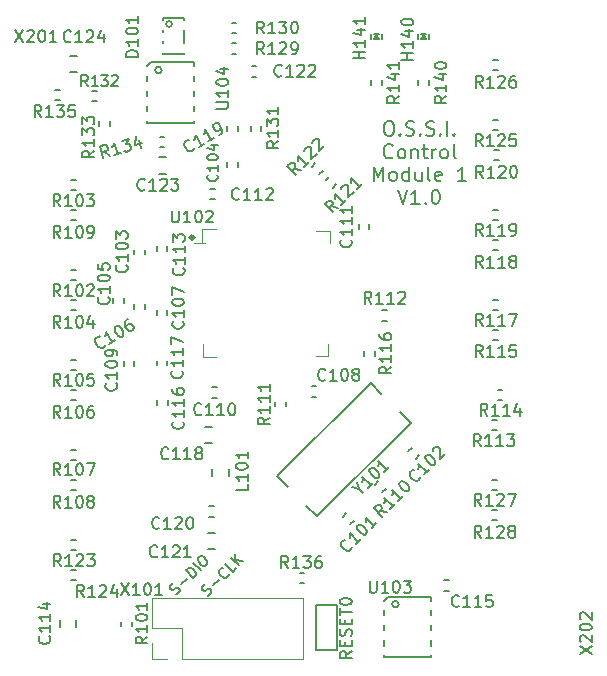
<source format=gbr>
%TF.GenerationSoftware,KiCad,Pcbnew,7.0.8*%
%TF.CreationDate,2024-01-04T13:35:51+01:00*%
%TF.ProjectId,OSSI_CM1,4f535349-5f43-44d3-912e-6b696361645f,rev?*%
%TF.SameCoordinates,Original*%
%TF.FileFunction,Legend,Top*%
%TF.FilePolarity,Positive*%
%FSLAX46Y46*%
G04 Gerber Fmt 4.6, Leading zero omitted, Abs format (unit mm)*
G04 Created by KiCad (PCBNEW 7.0.8) date 2024-01-04 13:35:51*
%MOMM*%
%LPD*%
G01*
G04 APERTURE LIST*
%ADD10C,0.154000*%
%ADD11C,0.150000*%
%ADD12C,0.120000*%
%ADD13C,0.327000*%
G04 APERTURE END LIST*
D10*
X135279008Y-122393291D02*
X135400227Y-122332682D01*
X135400227Y-122332682D02*
X135551750Y-122181159D01*
X135551750Y-122181159D02*
X135582054Y-122090245D01*
X135582054Y-122090245D02*
X135582054Y-122029636D01*
X135582054Y-122029636D02*
X135551750Y-121938722D01*
X135551750Y-121938722D02*
X135491141Y-121878113D01*
X135491141Y-121878113D02*
X135400227Y-121847808D01*
X135400227Y-121847808D02*
X135339618Y-121847808D01*
X135339618Y-121847808D02*
X135248704Y-121878113D01*
X135248704Y-121878113D02*
X135097181Y-121969027D01*
X135097181Y-121969027D02*
X135006267Y-121999331D01*
X135006267Y-121999331D02*
X134945658Y-121999331D01*
X134945658Y-121999331D02*
X134854744Y-121969027D01*
X134854744Y-121969027D02*
X134794135Y-121908418D01*
X134794135Y-121908418D02*
X134763831Y-121817504D01*
X134763831Y-121817504D02*
X134763831Y-121756895D01*
X134763831Y-121756895D02*
X134794135Y-121665981D01*
X134794135Y-121665981D02*
X134945658Y-121514458D01*
X134945658Y-121514458D02*
X135066876Y-121453849D01*
X135703273Y-121544763D02*
X136188146Y-121059889D01*
X137036674Y-120575016D02*
X137036674Y-120635625D01*
X137036674Y-120635625D02*
X136976065Y-120756843D01*
X136976065Y-120756843D02*
X136915456Y-120817453D01*
X136915456Y-120817453D02*
X136794238Y-120878062D01*
X136794238Y-120878062D02*
X136673019Y-120878062D01*
X136673019Y-120878062D02*
X136582106Y-120847757D01*
X136582106Y-120847757D02*
X136430583Y-120756843D01*
X136430583Y-120756843D02*
X136339669Y-120665930D01*
X136339669Y-120665930D02*
X136248755Y-120514407D01*
X136248755Y-120514407D02*
X136218451Y-120423493D01*
X136218451Y-120423493D02*
X136218451Y-120302275D01*
X136218451Y-120302275D02*
X136279060Y-120181056D01*
X136279060Y-120181056D02*
X136339669Y-120120447D01*
X136339669Y-120120447D02*
X136460887Y-120059838D01*
X136460887Y-120059838D02*
X136521496Y-120059838D01*
X137673070Y-120059838D02*
X137370025Y-120362884D01*
X137370025Y-120362884D02*
X136733628Y-119726488D01*
X137885202Y-119847706D02*
X137248806Y-119211310D01*
X138248857Y-119484051D02*
X137612461Y-119393138D01*
X137612461Y-118847655D02*
X137612461Y-119574965D01*
X150514284Y-82249134D02*
X150742856Y-82249134D01*
X150742856Y-82249134D02*
X150857141Y-82306277D01*
X150857141Y-82306277D02*
X150971427Y-82420563D01*
X150971427Y-82420563D02*
X151028570Y-82649134D01*
X151028570Y-82649134D02*
X151028570Y-83049134D01*
X151028570Y-83049134D02*
X150971427Y-83277706D01*
X150971427Y-83277706D02*
X150857141Y-83391992D01*
X150857141Y-83391992D02*
X150742856Y-83449134D01*
X150742856Y-83449134D02*
X150514284Y-83449134D01*
X150514284Y-83449134D02*
X150399999Y-83391992D01*
X150399999Y-83391992D02*
X150285713Y-83277706D01*
X150285713Y-83277706D02*
X150228570Y-83049134D01*
X150228570Y-83049134D02*
X150228570Y-82649134D01*
X150228570Y-82649134D02*
X150285713Y-82420563D01*
X150285713Y-82420563D02*
X150399999Y-82306277D01*
X150399999Y-82306277D02*
X150514284Y-82249134D01*
X151542856Y-83334849D02*
X151599999Y-83391992D01*
X151599999Y-83391992D02*
X151542856Y-83449134D01*
X151542856Y-83449134D02*
X151485713Y-83391992D01*
X151485713Y-83391992D02*
X151542856Y-83334849D01*
X151542856Y-83334849D02*
X151542856Y-83449134D01*
X152057142Y-83391992D02*
X152228571Y-83449134D01*
X152228571Y-83449134D02*
X152514285Y-83449134D01*
X152514285Y-83449134D02*
X152628571Y-83391992D01*
X152628571Y-83391992D02*
X152685713Y-83334849D01*
X152685713Y-83334849D02*
X152742856Y-83220563D01*
X152742856Y-83220563D02*
X152742856Y-83106277D01*
X152742856Y-83106277D02*
X152685713Y-82991992D01*
X152685713Y-82991992D02*
X152628571Y-82934849D01*
X152628571Y-82934849D02*
X152514285Y-82877706D01*
X152514285Y-82877706D02*
X152285713Y-82820563D01*
X152285713Y-82820563D02*
X152171428Y-82763420D01*
X152171428Y-82763420D02*
X152114285Y-82706277D01*
X152114285Y-82706277D02*
X152057142Y-82591992D01*
X152057142Y-82591992D02*
X152057142Y-82477706D01*
X152057142Y-82477706D02*
X152114285Y-82363420D01*
X152114285Y-82363420D02*
X152171428Y-82306277D01*
X152171428Y-82306277D02*
X152285713Y-82249134D01*
X152285713Y-82249134D02*
X152571428Y-82249134D01*
X152571428Y-82249134D02*
X152742856Y-82306277D01*
X153257142Y-83334849D02*
X153314285Y-83391992D01*
X153314285Y-83391992D02*
X153257142Y-83449134D01*
X153257142Y-83449134D02*
X153199999Y-83391992D01*
X153199999Y-83391992D02*
X153257142Y-83334849D01*
X153257142Y-83334849D02*
X153257142Y-83449134D01*
X153771428Y-83391992D02*
X153942857Y-83449134D01*
X153942857Y-83449134D02*
X154228571Y-83449134D01*
X154228571Y-83449134D02*
X154342857Y-83391992D01*
X154342857Y-83391992D02*
X154399999Y-83334849D01*
X154399999Y-83334849D02*
X154457142Y-83220563D01*
X154457142Y-83220563D02*
X154457142Y-83106277D01*
X154457142Y-83106277D02*
X154399999Y-82991992D01*
X154399999Y-82991992D02*
X154342857Y-82934849D01*
X154342857Y-82934849D02*
X154228571Y-82877706D01*
X154228571Y-82877706D02*
X153999999Y-82820563D01*
X153999999Y-82820563D02*
X153885714Y-82763420D01*
X153885714Y-82763420D02*
X153828571Y-82706277D01*
X153828571Y-82706277D02*
X153771428Y-82591992D01*
X153771428Y-82591992D02*
X153771428Y-82477706D01*
X153771428Y-82477706D02*
X153828571Y-82363420D01*
X153828571Y-82363420D02*
X153885714Y-82306277D01*
X153885714Y-82306277D02*
X153999999Y-82249134D01*
X153999999Y-82249134D02*
X154285714Y-82249134D01*
X154285714Y-82249134D02*
X154457142Y-82306277D01*
X154971428Y-83334849D02*
X155028571Y-83391992D01*
X155028571Y-83391992D02*
X154971428Y-83449134D01*
X154971428Y-83449134D02*
X154914285Y-83391992D01*
X154914285Y-83391992D02*
X154971428Y-83334849D01*
X154971428Y-83334849D02*
X154971428Y-83449134D01*
X155542857Y-83449134D02*
X155542857Y-82249134D01*
X156114286Y-83334849D02*
X156171429Y-83391992D01*
X156171429Y-83391992D02*
X156114286Y-83449134D01*
X156114286Y-83449134D02*
X156057143Y-83391992D01*
X156057143Y-83391992D02*
X156114286Y-83334849D01*
X156114286Y-83334849D02*
X156114286Y-83449134D01*
X150914286Y-85266849D02*
X150857143Y-85323992D01*
X150857143Y-85323992D02*
X150685715Y-85381134D01*
X150685715Y-85381134D02*
X150571429Y-85381134D01*
X150571429Y-85381134D02*
X150400000Y-85323992D01*
X150400000Y-85323992D02*
X150285715Y-85209706D01*
X150285715Y-85209706D02*
X150228572Y-85095420D01*
X150228572Y-85095420D02*
X150171429Y-84866849D01*
X150171429Y-84866849D02*
X150171429Y-84695420D01*
X150171429Y-84695420D02*
X150228572Y-84466849D01*
X150228572Y-84466849D02*
X150285715Y-84352563D01*
X150285715Y-84352563D02*
X150400000Y-84238277D01*
X150400000Y-84238277D02*
X150571429Y-84181134D01*
X150571429Y-84181134D02*
X150685715Y-84181134D01*
X150685715Y-84181134D02*
X150857143Y-84238277D01*
X150857143Y-84238277D02*
X150914286Y-84295420D01*
X151600000Y-85381134D02*
X151485715Y-85323992D01*
X151485715Y-85323992D02*
X151428572Y-85266849D01*
X151428572Y-85266849D02*
X151371429Y-85152563D01*
X151371429Y-85152563D02*
X151371429Y-84809706D01*
X151371429Y-84809706D02*
X151428572Y-84695420D01*
X151428572Y-84695420D02*
X151485715Y-84638277D01*
X151485715Y-84638277D02*
X151600000Y-84581134D01*
X151600000Y-84581134D02*
X151771429Y-84581134D01*
X151771429Y-84581134D02*
X151885715Y-84638277D01*
X151885715Y-84638277D02*
X151942858Y-84695420D01*
X151942858Y-84695420D02*
X152000000Y-84809706D01*
X152000000Y-84809706D02*
X152000000Y-85152563D01*
X152000000Y-85152563D02*
X151942858Y-85266849D01*
X151942858Y-85266849D02*
X151885715Y-85323992D01*
X151885715Y-85323992D02*
X151771429Y-85381134D01*
X151771429Y-85381134D02*
X151600000Y-85381134D01*
X152514286Y-84581134D02*
X152514286Y-85381134D01*
X152514286Y-84695420D02*
X152571429Y-84638277D01*
X152571429Y-84638277D02*
X152685714Y-84581134D01*
X152685714Y-84581134D02*
X152857143Y-84581134D01*
X152857143Y-84581134D02*
X152971429Y-84638277D01*
X152971429Y-84638277D02*
X153028572Y-84752563D01*
X153028572Y-84752563D02*
X153028572Y-85381134D01*
X153428571Y-84581134D02*
X153885714Y-84581134D01*
X153600000Y-84181134D02*
X153600000Y-85209706D01*
X153600000Y-85209706D02*
X153657143Y-85323992D01*
X153657143Y-85323992D02*
X153771428Y-85381134D01*
X153771428Y-85381134D02*
X153885714Y-85381134D01*
X154285714Y-85381134D02*
X154285714Y-84581134D01*
X154285714Y-84809706D02*
X154342857Y-84695420D01*
X154342857Y-84695420D02*
X154400000Y-84638277D01*
X154400000Y-84638277D02*
X154514285Y-84581134D01*
X154514285Y-84581134D02*
X154628571Y-84581134D01*
X155199999Y-85381134D02*
X155085714Y-85323992D01*
X155085714Y-85323992D02*
X155028571Y-85266849D01*
X155028571Y-85266849D02*
X154971428Y-85152563D01*
X154971428Y-85152563D02*
X154971428Y-84809706D01*
X154971428Y-84809706D02*
X155028571Y-84695420D01*
X155028571Y-84695420D02*
X155085714Y-84638277D01*
X155085714Y-84638277D02*
X155199999Y-84581134D01*
X155199999Y-84581134D02*
X155371428Y-84581134D01*
X155371428Y-84581134D02*
X155485714Y-84638277D01*
X155485714Y-84638277D02*
X155542857Y-84695420D01*
X155542857Y-84695420D02*
X155599999Y-84809706D01*
X155599999Y-84809706D02*
X155599999Y-85152563D01*
X155599999Y-85152563D02*
X155542857Y-85266849D01*
X155542857Y-85266849D02*
X155485714Y-85323992D01*
X155485714Y-85323992D02*
X155371428Y-85381134D01*
X155371428Y-85381134D02*
X155199999Y-85381134D01*
X156285713Y-85381134D02*
X156171428Y-85323992D01*
X156171428Y-85323992D02*
X156114285Y-85209706D01*
X156114285Y-85209706D02*
X156114285Y-84181134D01*
X149314286Y-87313134D02*
X149314286Y-86113134D01*
X149314286Y-86113134D02*
X149714286Y-86970277D01*
X149714286Y-86970277D02*
X150114286Y-86113134D01*
X150114286Y-86113134D02*
X150114286Y-87313134D01*
X150857143Y-87313134D02*
X150742858Y-87255992D01*
X150742858Y-87255992D02*
X150685715Y-87198849D01*
X150685715Y-87198849D02*
X150628572Y-87084563D01*
X150628572Y-87084563D02*
X150628572Y-86741706D01*
X150628572Y-86741706D02*
X150685715Y-86627420D01*
X150685715Y-86627420D02*
X150742858Y-86570277D01*
X150742858Y-86570277D02*
X150857143Y-86513134D01*
X150857143Y-86513134D02*
X151028572Y-86513134D01*
X151028572Y-86513134D02*
X151142858Y-86570277D01*
X151142858Y-86570277D02*
X151200001Y-86627420D01*
X151200001Y-86627420D02*
X151257143Y-86741706D01*
X151257143Y-86741706D02*
X151257143Y-87084563D01*
X151257143Y-87084563D02*
X151200001Y-87198849D01*
X151200001Y-87198849D02*
X151142858Y-87255992D01*
X151142858Y-87255992D02*
X151028572Y-87313134D01*
X151028572Y-87313134D02*
X150857143Y-87313134D01*
X152285715Y-87313134D02*
X152285715Y-86113134D01*
X152285715Y-87255992D02*
X152171429Y-87313134D01*
X152171429Y-87313134D02*
X151942857Y-87313134D01*
X151942857Y-87313134D02*
X151828572Y-87255992D01*
X151828572Y-87255992D02*
X151771429Y-87198849D01*
X151771429Y-87198849D02*
X151714286Y-87084563D01*
X151714286Y-87084563D02*
X151714286Y-86741706D01*
X151714286Y-86741706D02*
X151771429Y-86627420D01*
X151771429Y-86627420D02*
X151828572Y-86570277D01*
X151828572Y-86570277D02*
X151942857Y-86513134D01*
X151942857Y-86513134D02*
X152171429Y-86513134D01*
X152171429Y-86513134D02*
X152285715Y-86570277D01*
X153371429Y-86513134D02*
X153371429Y-87313134D01*
X152857143Y-86513134D02*
X152857143Y-87141706D01*
X152857143Y-87141706D02*
X152914286Y-87255992D01*
X152914286Y-87255992D02*
X153028571Y-87313134D01*
X153028571Y-87313134D02*
X153200000Y-87313134D01*
X153200000Y-87313134D02*
X153314286Y-87255992D01*
X153314286Y-87255992D02*
X153371429Y-87198849D01*
X154114285Y-87313134D02*
X154000000Y-87255992D01*
X154000000Y-87255992D02*
X153942857Y-87141706D01*
X153942857Y-87141706D02*
X153942857Y-86113134D01*
X155028571Y-87255992D02*
X154914285Y-87313134D01*
X154914285Y-87313134D02*
X154685714Y-87313134D01*
X154685714Y-87313134D02*
X154571428Y-87255992D01*
X154571428Y-87255992D02*
X154514285Y-87141706D01*
X154514285Y-87141706D02*
X154514285Y-86684563D01*
X154514285Y-86684563D02*
X154571428Y-86570277D01*
X154571428Y-86570277D02*
X154685714Y-86513134D01*
X154685714Y-86513134D02*
X154914285Y-86513134D01*
X154914285Y-86513134D02*
X155028571Y-86570277D01*
X155028571Y-86570277D02*
X155085714Y-86684563D01*
X155085714Y-86684563D02*
X155085714Y-86798849D01*
X155085714Y-86798849D02*
X154514285Y-86913134D01*
X157142856Y-87313134D02*
X156457142Y-87313134D01*
X156799999Y-87313134D02*
X156799999Y-86113134D01*
X156799999Y-86113134D02*
X156685713Y-86284563D01*
X156685713Y-86284563D02*
X156571428Y-86398849D01*
X156571428Y-86398849D02*
X156457142Y-86455992D01*
X151371428Y-88045134D02*
X151771428Y-89245134D01*
X151771428Y-89245134D02*
X152171428Y-88045134D01*
X153199999Y-89245134D02*
X152514285Y-89245134D01*
X152857142Y-89245134D02*
X152857142Y-88045134D01*
X152857142Y-88045134D02*
X152742856Y-88216563D01*
X152742856Y-88216563D02*
X152628571Y-88330849D01*
X152628571Y-88330849D02*
X152514285Y-88387992D01*
X153714285Y-89130849D02*
X153771428Y-89187992D01*
X153771428Y-89187992D02*
X153714285Y-89245134D01*
X153714285Y-89245134D02*
X153657142Y-89187992D01*
X153657142Y-89187992D02*
X153714285Y-89130849D01*
X153714285Y-89130849D02*
X153714285Y-89245134D01*
X154514285Y-88045134D02*
X154628571Y-88045134D01*
X154628571Y-88045134D02*
X154742857Y-88102277D01*
X154742857Y-88102277D02*
X154800000Y-88159420D01*
X154800000Y-88159420D02*
X154857142Y-88273706D01*
X154857142Y-88273706D02*
X154914285Y-88502277D01*
X154914285Y-88502277D02*
X154914285Y-88787992D01*
X154914285Y-88787992D02*
X154857142Y-89016563D01*
X154857142Y-89016563D02*
X154800000Y-89130849D01*
X154800000Y-89130849D02*
X154742857Y-89187992D01*
X154742857Y-89187992D02*
X154628571Y-89245134D01*
X154628571Y-89245134D02*
X154514285Y-89245134D01*
X154514285Y-89245134D02*
X154400000Y-89187992D01*
X154400000Y-89187992D02*
X154342857Y-89130849D01*
X154342857Y-89130849D02*
X154285714Y-89016563D01*
X154285714Y-89016563D02*
X154228571Y-88787992D01*
X154228571Y-88787992D02*
X154228571Y-88502277D01*
X154228571Y-88502277D02*
X154285714Y-88273706D01*
X154285714Y-88273706D02*
X154342857Y-88159420D01*
X154342857Y-88159420D02*
X154400000Y-88102277D01*
X154400000Y-88102277D02*
X154514285Y-88045134D01*
X132579008Y-122293291D02*
X132700227Y-122232682D01*
X132700227Y-122232682D02*
X132851750Y-122081159D01*
X132851750Y-122081159D02*
X132882054Y-121990245D01*
X132882054Y-121990245D02*
X132882054Y-121929636D01*
X132882054Y-121929636D02*
X132851750Y-121838722D01*
X132851750Y-121838722D02*
X132791141Y-121778113D01*
X132791141Y-121778113D02*
X132700227Y-121747808D01*
X132700227Y-121747808D02*
X132639618Y-121747808D01*
X132639618Y-121747808D02*
X132548704Y-121778113D01*
X132548704Y-121778113D02*
X132397181Y-121869027D01*
X132397181Y-121869027D02*
X132306267Y-121899331D01*
X132306267Y-121899331D02*
X132245658Y-121899331D01*
X132245658Y-121899331D02*
X132154744Y-121869027D01*
X132154744Y-121869027D02*
X132094135Y-121808418D01*
X132094135Y-121808418D02*
X132063831Y-121717504D01*
X132063831Y-121717504D02*
X132063831Y-121656895D01*
X132063831Y-121656895D02*
X132094135Y-121565981D01*
X132094135Y-121565981D02*
X132245658Y-121414458D01*
X132245658Y-121414458D02*
X132366876Y-121353849D01*
X133003273Y-121444763D02*
X133488146Y-120959889D01*
X134033628Y-120899280D02*
X133397232Y-120262884D01*
X133397232Y-120262884D02*
X133548755Y-120111361D01*
X133548755Y-120111361D02*
X133669974Y-120050752D01*
X133669974Y-120050752D02*
X133791192Y-120050752D01*
X133791192Y-120050752D02*
X133882106Y-120081056D01*
X133882106Y-120081056D02*
X134033628Y-120171970D01*
X134033628Y-120171970D02*
X134124542Y-120262884D01*
X134124542Y-120262884D02*
X134215456Y-120414407D01*
X134215456Y-120414407D02*
X134245760Y-120505321D01*
X134245760Y-120505321D02*
X134245760Y-120626539D01*
X134245760Y-120626539D02*
X134185151Y-120747757D01*
X134185151Y-120747757D02*
X134033628Y-120899280D01*
X134670025Y-120262884D02*
X134033628Y-119626488D01*
X134457892Y-119202224D02*
X134579111Y-119081006D01*
X134579111Y-119081006D02*
X134670024Y-119050701D01*
X134670024Y-119050701D02*
X134791243Y-119050701D01*
X134791243Y-119050701D02*
X134942765Y-119141615D01*
X134942765Y-119141615D02*
X135154897Y-119353747D01*
X135154897Y-119353747D02*
X135245811Y-119505270D01*
X135245811Y-119505270D02*
X135245811Y-119626488D01*
X135245811Y-119626488D02*
X135215507Y-119717402D01*
X135215507Y-119717402D02*
X135094288Y-119838620D01*
X135094288Y-119838620D02*
X135003375Y-119868925D01*
X135003375Y-119868925D02*
X134882156Y-119868925D01*
X134882156Y-119868925D02*
X134730633Y-119778011D01*
X134730633Y-119778011D02*
X134518501Y-119565879D01*
X134518501Y-119565879D02*
X134427588Y-119414356D01*
X134427588Y-119414356D02*
X134427588Y-119293138D01*
X134427588Y-119293138D02*
X134457892Y-119202224D01*
X155477811Y-80084847D02*
X155001620Y-80418180D01*
X155477811Y-80656275D02*
X154477811Y-80656275D01*
X154477811Y-80656275D02*
X154477811Y-80275323D01*
X154477811Y-80275323D02*
X154525430Y-80180085D01*
X154525430Y-80180085D02*
X154573049Y-80132466D01*
X154573049Y-80132466D02*
X154668287Y-80084847D01*
X154668287Y-80084847D02*
X154811144Y-80084847D01*
X154811144Y-80084847D02*
X154906382Y-80132466D01*
X154906382Y-80132466D02*
X154954001Y-80180085D01*
X154954001Y-80180085D02*
X155001620Y-80275323D01*
X155001620Y-80275323D02*
X155001620Y-80656275D01*
X155477811Y-79132466D02*
X155477811Y-79703894D01*
X155477811Y-79418180D02*
X154477811Y-79418180D01*
X154477811Y-79418180D02*
X154620668Y-79513418D01*
X154620668Y-79513418D02*
X154715906Y-79608656D01*
X154715906Y-79608656D02*
X154763525Y-79703894D01*
X154811144Y-78275323D02*
X155477811Y-78275323D01*
X154430192Y-78513418D02*
X155144477Y-78751513D01*
X155144477Y-78751513D02*
X155144477Y-78132466D01*
X154477811Y-77561037D02*
X154477811Y-77465799D01*
X154477811Y-77465799D02*
X154525430Y-77370561D01*
X154525430Y-77370561D02*
X154573049Y-77322942D01*
X154573049Y-77322942D02*
X154668287Y-77275323D01*
X154668287Y-77275323D02*
X154858763Y-77227704D01*
X154858763Y-77227704D02*
X155096858Y-77227704D01*
X155096858Y-77227704D02*
X155287334Y-77275323D01*
X155287334Y-77275323D02*
X155382572Y-77322942D01*
X155382572Y-77322942D02*
X155430192Y-77370561D01*
X155430192Y-77370561D02*
X155477811Y-77465799D01*
X155477811Y-77465799D02*
X155477811Y-77561037D01*
X155477811Y-77561037D02*
X155430192Y-77656275D01*
X155430192Y-77656275D02*
X155382572Y-77703894D01*
X155382572Y-77703894D02*
X155287334Y-77751513D01*
X155287334Y-77751513D02*
X155096858Y-77799132D01*
X155096858Y-77799132D02*
X154858763Y-77799132D01*
X154858763Y-77799132D02*
X154668287Y-77751513D01*
X154668287Y-77751513D02*
X154573049Y-77703894D01*
X154573049Y-77703894D02*
X154525430Y-77656275D01*
X154525430Y-77656275D02*
X154477811Y-77561037D01*
X152654611Y-77018285D02*
X151654611Y-77018285D01*
X152130801Y-77018285D02*
X152130801Y-76446857D01*
X152654611Y-76446857D02*
X151654611Y-76446857D01*
X152654611Y-75446857D02*
X152654611Y-76018285D01*
X152654611Y-75732571D02*
X151654611Y-75732571D01*
X151654611Y-75732571D02*
X151797468Y-75827809D01*
X151797468Y-75827809D02*
X151892706Y-75923047D01*
X151892706Y-75923047D02*
X151940325Y-76018285D01*
X151987944Y-74589714D02*
X152654611Y-74589714D01*
X151606992Y-74827809D02*
X152321277Y-75065904D01*
X152321277Y-75065904D02*
X152321277Y-74446857D01*
X151654611Y-73875428D02*
X151654611Y-73780190D01*
X151654611Y-73780190D02*
X151702230Y-73684952D01*
X151702230Y-73684952D02*
X151749849Y-73637333D01*
X151749849Y-73637333D02*
X151845087Y-73589714D01*
X151845087Y-73589714D02*
X152035563Y-73542095D01*
X152035563Y-73542095D02*
X152273658Y-73542095D01*
X152273658Y-73542095D02*
X152464134Y-73589714D01*
X152464134Y-73589714D02*
X152559372Y-73637333D01*
X152559372Y-73637333D02*
X152606992Y-73684952D01*
X152606992Y-73684952D02*
X152654611Y-73780190D01*
X152654611Y-73780190D02*
X152654611Y-73875428D01*
X152654611Y-73875428D02*
X152606992Y-73970666D01*
X152606992Y-73970666D02*
X152559372Y-74018285D01*
X152559372Y-74018285D02*
X152464134Y-74065904D01*
X152464134Y-74065904D02*
X152273658Y-74113523D01*
X152273658Y-74113523D02*
X152035563Y-74113523D01*
X152035563Y-74113523D02*
X151845087Y-74065904D01*
X151845087Y-74065904D02*
X151749849Y-74018285D01*
X151749849Y-74018285D02*
X151702230Y-73970666D01*
X151702230Y-73970666D02*
X151654611Y-73875428D01*
X153262830Y-112349400D02*
X153262830Y-112416744D01*
X153262830Y-112416744D02*
X153195486Y-112551431D01*
X153195486Y-112551431D02*
X153128143Y-112618774D01*
X153128143Y-112618774D02*
X152993456Y-112686118D01*
X152993456Y-112686118D02*
X152858769Y-112686118D01*
X152858769Y-112686118D02*
X152757753Y-112652446D01*
X152757753Y-112652446D02*
X152589395Y-112551431D01*
X152589395Y-112551431D02*
X152488379Y-112450416D01*
X152488379Y-112450416D02*
X152387364Y-112282057D01*
X152387364Y-112282057D02*
X152353692Y-112181042D01*
X152353692Y-112181042D02*
X152353692Y-112046355D01*
X152353692Y-112046355D02*
X152421036Y-111911668D01*
X152421036Y-111911668D02*
X152488379Y-111844324D01*
X152488379Y-111844324D02*
X152623066Y-111776981D01*
X152623066Y-111776981D02*
X152690410Y-111776981D01*
X154003608Y-111743309D02*
X153599547Y-112147370D01*
X153801578Y-111945339D02*
X153094471Y-111238233D01*
X153094471Y-111238233D02*
X153128143Y-111406591D01*
X153128143Y-111406591D02*
X153128143Y-111541278D01*
X153128143Y-111541278D02*
X153094471Y-111642294D01*
X153734234Y-110598469D02*
X153801578Y-110531126D01*
X153801578Y-110531126D02*
X153902593Y-110497454D01*
X153902593Y-110497454D02*
X153969937Y-110497454D01*
X153969937Y-110497454D02*
X154070952Y-110531126D01*
X154070952Y-110531126D02*
X154239311Y-110632141D01*
X154239311Y-110632141D02*
X154407669Y-110800500D01*
X154407669Y-110800500D02*
X154508685Y-110968859D01*
X154508685Y-110968859D02*
X154542356Y-111069874D01*
X154542356Y-111069874D02*
X154542356Y-111137217D01*
X154542356Y-111137217D02*
X154508685Y-111238233D01*
X154508685Y-111238233D02*
X154441341Y-111305576D01*
X154441341Y-111305576D02*
X154340326Y-111339248D01*
X154340326Y-111339248D02*
X154272982Y-111339248D01*
X154272982Y-111339248D02*
X154171967Y-111305576D01*
X154171967Y-111305576D02*
X154003608Y-111204561D01*
X154003608Y-111204561D02*
X153835250Y-111036202D01*
X153835250Y-111036202D02*
X153734234Y-110867843D01*
X153734234Y-110867843D02*
X153700562Y-110766828D01*
X153700562Y-110766828D02*
X153700562Y-110699485D01*
X153700562Y-110699485D02*
X153734234Y-110598469D01*
X154306654Y-110160736D02*
X154306654Y-110093393D01*
X154306654Y-110093393D02*
X154340326Y-109992378D01*
X154340326Y-109992378D02*
X154508685Y-109824019D01*
X154508685Y-109824019D02*
X154609700Y-109790347D01*
X154609700Y-109790347D02*
X154677043Y-109790347D01*
X154677043Y-109790347D02*
X154778059Y-109824019D01*
X154778059Y-109824019D02*
X154845402Y-109891362D01*
X154845402Y-109891362D02*
X154912746Y-110026049D01*
X154912746Y-110026049D02*
X154912746Y-110834172D01*
X154912746Y-110834172D02*
X155350478Y-110396439D01*
X124780952Y-122504611D02*
X124447619Y-122028420D01*
X124209524Y-122504611D02*
X124209524Y-121504611D01*
X124209524Y-121504611D02*
X124590476Y-121504611D01*
X124590476Y-121504611D02*
X124685714Y-121552230D01*
X124685714Y-121552230D02*
X124733333Y-121599849D01*
X124733333Y-121599849D02*
X124780952Y-121695087D01*
X124780952Y-121695087D02*
X124780952Y-121837944D01*
X124780952Y-121837944D02*
X124733333Y-121933182D01*
X124733333Y-121933182D02*
X124685714Y-121980801D01*
X124685714Y-121980801D02*
X124590476Y-122028420D01*
X124590476Y-122028420D02*
X124209524Y-122028420D01*
X125733333Y-122504611D02*
X125161905Y-122504611D01*
X125447619Y-122504611D02*
X125447619Y-121504611D01*
X125447619Y-121504611D02*
X125352381Y-121647468D01*
X125352381Y-121647468D02*
X125257143Y-121742706D01*
X125257143Y-121742706D02*
X125161905Y-121790325D01*
X126114286Y-121599849D02*
X126161905Y-121552230D01*
X126161905Y-121552230D02*
X126257143Y-121504611D01*
X126257143Y-121504611D02*
X126495238Y-121504611D01*
X126495238Y-121504611D02*
X126590476Y-121552230D01*
X126590476Y-121552230D02*
X126638095Y-121599849D01*
X126638095Y-121599849D02*
X126685714Y-121695087D01*
X126685714Y-121695087D02*
X126685714Y-121790325D01*
X126685714Y-121790325D02*
X126638095Y-121933182D01*
X126638095Y-121933182D02*
X126066667Y-122504611D01*
X126066667Y-122504611D02*
X126685714Y-122504611D01*
X127542857Y-121837944D02*
X127542857Y-122504611D01*
X127304762Y-121456992D02*
X127066667Y-122171277D01*
X127066667Y-122171277D02*
X127685714Y-122171277D01*
X129354611Y-76794475D02*
X128354611Y-76794475D01*
X128354611Y-76794475D02*
X128354611Y-76556380D01*
X128354611Y-76556380D02*
X128402230Y-76413523D01*
X128402230Y-76413523D02*
X128497468Y-76318285D01*
X128497468Y-76318285D02*
X128592706Y-76270666D01*
X128592706Y-76270666D02*
X128783182Y-76223047D01*
X128783182Y-76223047D02*
X128926039Y-76223047D01*
X128926039Y-76223047D02*
X129116515Y-76270666D01*
X129116515Y-76270666D02*
X129211753Y-76318285D01*
X129211753Y-76318285D02*
X129306992Y-76413523D01*
X129306992Y-76413523D02*
X129354611Y-76556380D01*
X129354611Y-76556380D02*
X129354611Y-76794475D01*
X129354611Y-75270666D02*
X129354611Y-75842094D01*
X129354611Y-75556380D02*
X128354611Y-75556380D01*
X128354611Y-75556380D02*
X128497468Y-75651618D01*
X128497468Y-75651618D02*
X128592706Y-75746856D01*
X128592706Y-75746856D02*
X128640325Y-75842094D01*
X128354611Y-74651618D02*
X128354611Y-74556380D01*
X128354611Y-74556380D02*
X128402230Y-74461142D01*
X128402230Y-74461142D02*
X128449849Y-74413523D01*
X128449849Y-74413523D02*
X128545087Y-74365904D01*
X128545087Y-74365904D02*
X128735563Y-74318285D01*
X128735563Y-74318285D02*
X128973658Y-74318285D01*
X128973658Y-74318285D02*
X129164134Y-74365904D01*
X129164134Y-74365904D02*
X129259372Y-74413523D01*
X129259372Y-74413523D02*
X129306992Y-74461142D01*
X129306992Y-74461142D02*
X129354611Y-74556380D01*
X129354611Y-74556380D02*
X129354611Y-74651618D01*
X129354611Y-74651618D02*
X129306992Y-74746856D01*
X129306992Y-74746856D02*
X129259372Y-74794475D01*
X129259372Y-74794475D02*
X129164134Y-74842094D01*
X129164134Y-74842094D02*
X128973658Y-74889713D01*
X128973658Y-74889713D02*
X128735563Y-74889713D01*
X128735563Y-74889713D02*
X128545087Y-74842094D01*
X128545087Y-74842094D02*
X128449849Y-74794475D01*
X128449849Y-74794475D02*
X128402230Y-74746856D01*
X128402230Y-74746856D02*
X128354611Y-74651618D01*
X129354611Y-73365904D02*
X129354611Y-73937332D01*
X129354611Y-73651618D02*
X128354611Y-73651618D01*
X128354611Y-73651618D02*
X128497468Y-73746856D01*
X128497468Y-73746856D02*
X128592706Y-73842094D01*
X128592706Y-73842094D02*
X128640325Y-73937332D01*
X158950952Y-107164611D02*
X158617619Y-106688420D01*
X158379524Y-107164611D02*
X158379524Y-106164611D01*
X158379524Y-106164611D02*
X158760476Y-106164611D01*
X158760476Y-106164611D02*
X158855714Y-106212230D01*
X158855714Y-106212230D02*
X158903333Y-106259849D01*
X158903333Y-106259849D02*
X158950952Y-106355087D01*
X158950952Y-106355087D02*
X158950952Y-106497944D01*
X158950952Y-106497944D02*
X158903333Y-106593182D01*
X158903333Y-106593182D02*
X158855714Y-106640801D01*
X158855714Y-106640801D02*
X158760476Y-106688420D01*
X158760476Y-106688420D02*
X158379524Y-106688420D01*
X159903333Y-107164611D02*
X159331905Y-107164611D01*
X159617619Y-107164611D02*
X159617619Y-106164611D01*
X159617619Y-106164611D02*
X159522381Y-106307468D01*
X159522381Y-106307468D02*
X159427143Y-106402706D01*
X159427143Y-106402706D02*
X159331905Y-106450325D01*
X160855714Y-107164611D02*
X160284286Y-107164611D01*
X160570000Y-107164611D02*
X160570000Y-106164611D01*
X160570000Y-106164611D02*
X160474762Y-106307468D01*
X160474762Y-106307468D02*
X160379524Y-106402706D01*
X160379524Y-106402706D02*
X160284286Y-106450325D01*
X161712857Y-106497944D02*
X161712857Y-107164611D01*
X161474762Y-106116992D02*
X161236667Y-106831277D01*
X161236667Y-106831277D02*
X161855714Y-106831277D01*
X141254611Y-83923047D02*
X140778420Y-84256380D01*
X141254611Y-84494475D02*
X140254611Y-84494475D01*
X140254611Y-84494475D02*
X140254611Y-84113523D01*
X140254611Y-84113523D02*
X140302230Y-84018285D01*
X140302230Y-84018285D02*
X140349849Y-83970666D01*
X140349849Y-83970666D02*
X140445087Y-83923047D01*
X140445087Y-83923047D02*
X140587944Y-83923047D01*
X140587944Y-83923047D02*
X140683182Y-83970666D01*
X140683182Y-83970666D02*
X140730801Y-84018285D01*
X140730801Y-84018285D02*
X140778420Y-84113523D01*
X140778420Y-84113523D02*
X140778420Y-84494475D01*
X141254611Y-82970666D02*
X141254611Y-83542094D01*
X141254611Y-83256380D02*
X140254611Y-83256380D01*
X140254611Y-83256380D02*
X140397468Y-83351618D01*
X140397468Y-83351618D02*
X140492706Y-83446856D01*
X140492706Y-83446856D02*
X140540325Y-83542094D01*
X140254611Y-82637332D02*
X140254611Y-82018285D01*
X140254611Y-82018285D02*
X140635563Y-82351618D01*
X140635563Y-82351618D02*
X140635563Y-82208761D01*
X140635563Y-82208761D02*
X140683182Y-82113523D01*
X140683182Y-82113523D02*
X140730801Y-82065904D01*
X140730801Y-82065904D02*
X140826039Y-82018285D01*
X140826039Y-82018285D02*
X141064134Y-82018285D01*
X141064134Y-82018285D02*
X141159372Y-82065904D01*
X141159372Y-82065904D02*
X141206992Y-82113523D01*
X141206992Y-82113523D02*
X141254611Y-82208761D01*
X141254611Y-82208761D02*
X141254611Y-82494475D01*
X141254611Y-82494475D02*
X141206992Y-82589713D01*
X141206992Y-82589713D02*
X141159372Y-82637332D01*
X141254611Y-81065904D02*
X141254611Y-81637332D01*
X141254611Y-81351618D02*
X140254611Y-81351618D01*
X140254611Y-81351618D02*
X140397468Y-81446856D01*
X140397468Y-81446856D02*
X140492706Y-81542094D01*
X140492706Y-81542094D02*
X140540325Y-81637332D01*
X125092857Y-79262349D02*
X124792857Y-78833777D01*
X124578571Y-79262349D02*
X124578571Y-78362349D01*
X124578571Y-78362349D02*
X124921428Y-78362349D01*
X124921428Y-78362349D02*
X125007143Y-78405206D01*
X125007143Y-78405206D02*
X125050000Y-78448063D01*
X125050000Y-78448063D02*
X125092857Y-78533777D01*
X125092857Y-78533777D02*
X125092857Y-78662349D01*
X125092857Y-78662349D02*
X125050000Y-78748063D01*
X125050000Y-78748063D02*
X125007143Y-78790920D01*
X125007143Y-78790920D02*
X124921428Y-78833777D01*
X124921428Y-78833777D02*
X124578571Y-78833777D01*
X125950000Y-79262349D02*
X125435714Y-79262349D01*
X125692857Y-79262349D02*
X125692857Y-78362349D01*
X125692857Y-78362349D02*
X125607143Y-78490920D01*
X125607143Y-78490920D02*
X125521428Y-78576634D01*
X125521428Y-78576634D02*
X125435714Y-78619492D01*
X126250000Y-78362349D02*
X126807143Y-78362349D01*
X126807143Y-78362349D02*
X126507143Y-78705206D01*
X126507143Y-78705206D02*
X126635714Y-78705206D01*
X126635714Y-78705206D02*
X126721429Y-78748063D01*
X126721429Y-78748063D02*
X126764286Y-78790920D01*
X126764286Y-78790920D02*
X126807143Y-78876634D01*
X126807143Y-78876634D02*
X126807143Y-79090920D01*
X126807143Y-79090920D02*
X126764286Y-79176634D01*
X126764286Y-79176634D02*
X126721429Y-79219492D01*
X126721429Y-79219492D02*
X126635714Y-79262349D01*
X126635714Y-79262349D02*
X126378571Y-79262349D01*
X126378571Y-79262349D02*
X126292857Y-79219492D01*
X126292857Y-79219492D02*
X126250000Y-79176634D01*
X127150000Y-78448063D02*
X127192857Y-78405206D01*
X127192857Y-78405206D02*
X127278572Y-78362349D01*
X127278572Y-78362349D02*
X127492857Y-78362349D01*
X127492857Y-78362349D02*
X127578572Y-78405206D01*
X127578572Y-78405206D02*
X127621429Y-78448063D01*
X127621429Y-78448063D02*
X127664286Y-78533777D01*
X127664286Y-78533777D02*
X127664286Y-78619492D01*
X127664286Y-78619492D02*
X127621429Y-78748063D01*
X127621429Y-78748063D02*
X127107143Y-79262349D01*
X127107143Y-79262349D02*
X127664286Y-79262349D01*
X158530952Y-102184611D02*
X158197619Y-101708420D01*
X157959524Y-102184611D02*
X157959524Y-101184611D01*
X157959524Y-101184611D02*
X158340476Y-101184611D01*
X158340476Y-101184611D02*
X158435714Y-101232230D01*
X158435714Y-101232230D02*
X158483333Y-101279849D01*
X158483333Y-101279849D02*
X158530952Y-101375087D01*
X158530952Y-101375087D02*
X158530952Y-101517944D01*
X158530952Y-101517944D02*
X158483333Y-101613182D01*
X158483333Y-101613182D02*
X158435714Y-101660801D01*
X158435714Y-101660801D02*
X158340476Y-101708420D01*
X158340476Y-101708420D02*
X157959524Y-101708420D01*
X159483333Y-102184611D02*
X158911905Y-102184611D01*
X159197619Y-102184611D02*
X159197619Y-101184611D01*
X159197619Y-101184611D02*
X159102381Y-101327468D01*
X159102381Y-101327468D02*
X159007143Y-101422706D01*
X159007143Y-101422706D02*
X158911905Y-101470325D01*
X160435714Y-102184611D02*
X159864286Y-102184611D01*
X160150000Y-102184611D02*
X160150000Y-101184611D01*
X160150000Y-101184611D02*
X160054762Y-101327468D01*
X160054762Y-101327468D02*
X159959524Y-101422706D01*
X159959524Y-101422706D02*
X159864286Y-101470325D01*
X161340476Y-101184611D02*
X160864286Y-101184611D01*
X160864286Y-101184611D02*
X160816667Y-101660801D01*
X160816667Y-101660801D02*
X160864286Y-101613182D01*
X160864286Y-101613182D02*
X160959524Y-101565563D01*
X160959524Y-101565563D02*
X161197619Y-101565563D01*
X161197619Y-101565563D02*
X161292857Y-101613182D01*
X161292857Y-101613182D02*
X161340476Y-101660801D01*
X161340476Y-101660801D02*
X161388095Y-101756039D01*
X161388095Y-101756039D02*
X161388095Y-101994134D01*
X161388095Y-101994134D02*
X161340476Y-102089372D01*
X161340476Y-102089372D02*
X161292857Y-102136992D01*
X161292857Y-102136992D02*
X161197619Y-102184611D01*
X161197619Y-102184611D02*
X160959524Y-102184611D01*
X160959524Y-102184611D02*
X160864286Y-102136992D01*
X160864286Y-102136992D02*
X160816667Y-102089372D01*
X122780952Y-104624611D02*
X122447619Y-104148420D01*
X122209524Y-104624611D02*
X122209524Y-103624611D01*
X122209524Y-103624611D02*
X122590476Y-103624611D01*
X122590476Y-103624611D02*
X122685714Y-103672230D01*
X122685714Y-103672230D02*
X122733333Y-103719849D01*
X122733333Y-103719849D02*
X122780952Y-103815087D01*
X122780952Y-103815087D02*
X122780952Y-103957944D01*
X122780952Y-103957944D02*
X122733333Y-104053182D01*
X122733333Y-104053182D02*
X122685714Y-104100801D01*
X122685714Y-104100801D02*
X122590476Y-104148420D01*
X122590476Y-104148420D02*
X122209524Y-104148420D01*
X123733333Y-104624611D02*
X123161905Y-104624611D01*
X123447619Y-104624611D02*
X123447619Y-103624611D01*
X123447619Y-103624611D02*
X123352381Y-103767468D01*
X123352381Y-103767468D02*
X123257143Y-103862706D01*
X123257143Y-103862706D02*
X123161905Y-103910325D01*
X124352381Y-103624611D02*
X124447619Y-103624611D01*
X124447619Y-103624611D02*
X124542857Y-103672230D01*
X124542857Y-103672230D02*
X124590476Y-103719849D01*
X124590476Y-103719849D02*
X124638095Y-103815087D01*
X124638095Y-103815087D02*
X124685714Y-104005563D01*
X124685714Y-104005563D02*
X124685714Y-104243658D01*
X124685714Y-104243658D02*
X124638095Y-104434134D01*
X124638095Y-104434134D02*
X124590476Y-104529372D01*
X124590476Y-104529372D02*
X124542857Y-104576992D01*
X124542857Y-104576992D02*
X124447619Y-104624611D01*
X124447619Y-104624611D02*
X124352381Y-104624611D01*
X124352381Y-104624611D02*
X124257143Y-104576992D01*
X124257143Y-104576992D02*
X124209524Y-104529372D01*
X124209524Y-104529372D02*
X124161905Y-104434134D01*
X124161905Y-104434134D02*
X124114286Y-104243658D01*
X124114286Y-104243658D02*
X124114286Y-104005563D01*
X124114286Y-104005563D02*
X124161905Y-103815087D01*
X124161905Y-103815087D02*
X124209524Y-103719849D01*
X124209524Y-103719849D02*
X124257143Y-103672230D01*
X124257143Y-103672230D02*
X124352381Y-103624611D01*
X125590476Y-103624611D02*
X125114286Y-103624611D01*
X125114286Y-103624611D02*
X125066667Y-104100801D01*
X125066667Y-104100801D02*
X125114286Y-104053182D01*
X125114286Y-104053182D02*
X125209524Y-104005563D01*
X125209524Y-104005563D02*
X125447619Y-104005563D01*
X125447619Y-104005563D02*
X125542857Y-104053182D01*
X125542857Y-104053182D02*
X125590476Y-104100801D01*
X125590476Y-104100801D02*
X125638095Y-104196039D01*
X125638095Y-104196039D02*
X125638095Y-104434134D01*
X125638095Y-104434134D02*
X125590476Y-104529372D01*
X125590476Y-104529372D02*
X125542857Y-104576992D01*
X125542857Y-104576992D02*
X125447619Y-104624611D01*
X125447619Y-104624611D02*
X125209524Y-104624611D01*
X125209524Y-104624611D02*
X125114286Y-104576992D01*
X125114286Y-104576992D02*
X125066667Y-104529372D01*
X156530952Y-123263372D02*
X156483333Y-123310992D01*
X156483333Y-123310992D02*
X156340476Y-123358611D01*
X156340476Y-123358611D02*
X156245238Y-123358611D01*
X156245238Y-123358611D02*
X156102381Y-123310992D01*
X156102381Y-123310992D02*
X156007143Y-123215753D01*
X156007143Y-123215753D02*
X155959524Y-123120515D01*
X155959524Y-123120515D02*
X155911905Y-122930039D01*
X155911905Y-122930039D02*
X155911905Y-122787182D01*
X155911905Y-122787182D02*
X155959524Y-122596706D01*
X155959524Y-122596706D02*
X156007143Y-122501468D01*
X156007143Y-122501468D02*
X156102381Y-122406230D01*
X156102381Y-122406230D02*
X156245238Y-122358611D01*
X156245238Y-122358611D02*
X156340476Y-122358611D01*
X156340476Y-122358611D02*
X156483333Y-122406230D01*
X156483333Y-122406230D02*
X156530952Y-122453849D01*
X157483333Y-123358611D02*
X156911905Y-123358611D01*
X157197619Y-123358611D02*
X157197619Y-122358611D01*
X157197619Y-122358611D02*
X157102381Y-122501468D01*
X157102381Y-122501468D02*
X157007143Y-122596706D01*
X157007143Y-122596706D02*
X156911905Y-122644325D01*
X158435714Y-123358611D02*
X157864286Y-123358611D01*
X158150000Y-123358611D02*
X158150000Y-122358611D01*
X158150000Y-122358611D02*
X158054762Y-122501468D01*
X158054762Y-122501468D02*
X157959524Y-122596706D01*
X157959524Y-122596706D02*
X157864286Y-122644325D01*
X159340476Y-122358611D02*
X158864286Y-122358611D01*
X158864286Y-122358611D02*
X158816667Y-122834801D01*
X158816667Y-122834801D02*
X158864286Y-122787182D01*
X158864286Y-122787182D02*
X158959524Y-122739563D01*
X158959524Y-122739563D02*
X159197619Y-122739563D01*
X159197619Y-122739563D02*
X159292857Y-122787182D01*
X159292857Y-122787182D02*
X159340476Y-122834801D01*
X159340476Y-122834801D02*
X159388095Y-122930039D01*
X159388095Y-122930039D02*
X159388095Y-123168134D01*
X159388095Y-123168134D02*
X159340476Y-123263372D01*
X159340476Y-123263372D02*
X159292857Y-123310992D01*
X159292857Y-123310992D02*
X159197619Y-123358611D01*
X159197619Y-123358611D02*
X158959524Y-123358611D01*
X158959524Y-123358611D02*
X158864286Y-123310992D01*
X158864286Y-123310992D02*
X158816667Y-123263372D01*
X122830952Y-119914611D02*
X122497619Y-119438420D01*
X122259524Y-119914611D02*
X122259524Y-118914611D01*
X122259524Y-118914611D02*
X122640476Y-118914611D01*
X122640476Y-118914611D02*
X122735714Y-118962230D01*
X122735714Y-118962230D02*
X122783333Y-119009849D01*
X122783333Y-119009849D02*
X122830952Y-119105087D01*
X122830952Y-119105087D02*
X122830952Y-119247944D01*
X122830952Y-119247944D02*
X122783333Y-119343182D01*
X122783333Y-119343182D02*
X122735714Y-119390801D01*
X122735714Y-119390801D02*
X122640476Y-119438420D01*
X122640476Y-119438420D02*
X122259524Y-119438420D01*
X123783333Y-119914611D02*
X123211905Y-119914611D01*
X123497619Y-119914611D02*
X123497619Y-118914611D01*
X123497619Y-118914611D02*
X123402381Y-119057468D01*
X123402381Y-119057468D02*
X123307143Y-119152706D01*
X123307143Y-119152706D02*
X123211905Y-119200325D01*
X124164286Y-119009849D02*
X124211905Y-118962230D01*
X124211905Y-118962230D02*
X124307143Y-118914611D01*
X124307143Y-118914611D02*
X124545238Y-118914611D01*
X124545238Y-118914611D02*
X124640476Y-118962230D01*
X124640476Y-118962230D02*
X124688095Y-119009849D01*
X124688095Y-119009849D02*
X124735714Y-119105087D01*
X124735714Y-119105087D02*
X124735714Y-119200325D01*
X124735714Y-119200325D02*
X124688095Y-119343182D01*
X124688095Y-119343182D02*
X124116667Y-119914611D01*
X124116667Y-119914611D02*
X124735714Y-119914611D01*
X125069048Y-118914611D02*
X125688095Y-118914611D01*
X125688095Y-118914611D02*
X125354762Y-119295563D01*
X125354762Y-119295563D02*
X125497619Y-119295563D01*
X125497619Y-119295563D02*
X125592857Y-119343182D01*
X125592857Y-119343182D02*
X125640476Y-119390801D01*
X125640476Y-119390801D02*
X125688095Y-119486039D01*
X125688095Y-119486039D02*
X125688095Y-119724134D01*
X125688095Y-119724134D02*
X125640476Y-119819372D01*
X125640476Y-119819372D02*
X125592857Y-119866992D01*
X125592857Y-119866992D02*
X125497619Y-119914611D01*
X125497619Y-119914611D02*
X125211905Y-119914611D01*
X125211905Y-119914611D02*
X125116667Y-119866992D01*
X125116667Y-119866992D02*
X125069048Y-119819372D01*
X150804611Y-103023047D02*
X150328420Y-103356380D01*
X150804611Y-103594475D02*
X149804611Y-103594475D01*
X149804611Y-103594475D02*
X149804611Y-103213523D01*
X149804611Y-103213523D02*
X149852230Y-103118285D01*
X149852230Y-103118285D02*
X149899849Y-103070666D01*
X149899849Y-103070666D02*
X149995087Y-103023047D01*
X149995087Y-103023047D02*
X150137944Y-103023047D01*
X150137944Y-103023047D02*
X150233182Y-103070666D01*
X150233182Y-103070666D02*
X150280801Y-103118285D01*
X150280801Y-103118285D02*
X150328420Y-103213523D01*
X150328420Y-103213523D02*
X150328420Y-103594475D01*
X150804611Y-102070666D02*
X150804611Y-102642094D01*
X150804611Y-102356380D02*
X149804611Y-102356380D01*
X149804611Y-102356380D02*
X149947468Y-102451618D01*
X149947468Y-102451618D02*
X150042706Y-102546856D01*
X150042706Y-102546856D02*
X150090325Y-102642094D01*
X150804611Y-101118285D02*
X150804611Y-101689713D01*
X150804611Y-101403999D02*
X149804611Y-101403999D01*
X149804611Y-101403999D02*
X149947468Y-101499237D01*
X149947468Y-101499237D02*
X150042706Y-101594475D01*
X150042706Y-101594475D02*
X150090325Y-101689713D01*
X149804611Y-100261142D02*
X149804611Y-100451618D01*
X149804611Y-100451618D02*
X149852230Y-100546856D01*
X149852230Y-100546856D02*
X149899849Y-100594475D01*
X149899849Y-100594475D02*
X150042706Y-100689713D01*
X150042706Y-100689713D02*
X150233182Y-100737332D01*
X150233182Y-100737332D02*
X150614134Y-100737332D01*
X150614134Y-100737332D02*
X150709372Y-100689713D01*
X150709372Y-100689713D02*
X150756992Y-100642094D01*
X150756992Y-100642094D02*
X150804611Y-100546856D01*
X150804611Y-100546856D02*
X150804611Y-100356380D01*
X150804611Y-100356380D02*
X150756992Y-100261142D01*
X150756992Y-100261142D02*
X150709372Y-100213523D01*
X150709372Y-100213523D02*
X150614134Y-100165904D01*
X150614134Y-100165904D02*
X150376039Y-100165904D01*
X150376039Y-100165904D02*
X150280801Y-100213523D01*
X150280801Y-100213523D02*
X150233182Y-100261142D01*
X150233182Y-100261142D02*
X150185563Y-100356380D01*
X150185563Y-100356380D02*
X150185563Y-100546856D01*
X150185563Y-100546856D02*
X150233182Y-100642094D01*
X150233182Y-100642094D02*
X150280801Y-100689713D01*
X150280801Y-100689713D02*
X150376039Y-100737332D01*
X146271882Y-89558454D02*
X145699462Y-89457439D01*
X145867821Y-89962515D02*
X145160714Y-89255408D01*
X145160714Y-89255408D02*
X145430088Y-88986034D01*
X145430088Y-88986034D02*
X145531104Y-88952362D01*
X145531104Y-88952362D02*
X145598447Y-88952362D01*
X145598447Y-88952362D02*
X145699462Y-88986034D01*
X145699462Y-88986034D02*
X145800478Y-89087049D01*
X145800478Y-89087049D02*
X145834149Y-89188065D01*
X145834149Y-89188065D02*
X145834149Y-89255408D01*
X145834149Y-89255408D02*
X145800478Y-89356423D01*
X145800478Y-89356423D02*
X145531104Y-89625797D01*
X146945317Y-88885019D02*
X146541256Y-89289080D01*
X146743287Y-89087049D02*
X146036180Y-88379943D01*
X146036180Y-88379943D02*
X146069852Y-88548301D01*
X146069852Y-88548301D02*
X146069852Y-88682988D01*
X146069852Y-88682988D02*
X146036180Y-88784004D01*
X146574928Y-87975882D02*
X146574928Y-87908538D01*
X146574928Y-87908538D02*
X146608600Y-87807523D01*
X146608600Y-87807523D02*
X146776959Y-87639164D01*
X146776959Y-87639164D02*
X146877974Y-87605492D01*
X146877974Y-87605492D02*
X146945317Y-87605492D01*
X146945317Y-87605492D02*
X147046333Y-87639164D01*
X147046333Y-87639164D02*
X147113676Y-87706508D01*
X147113676Y-87706508D02*
X147181020Y-87841195D01*
X147181020Y-87841195D02*
X147181020Y-88649317D01*
X147181020Y-88649317D02*
X147618752Y-88211584D01*
X148292187Y-87538149D02*
X147888126Y-87942210D01*
X148090157Y-87740179D02*
X147383050Y-87033072D01*
X147383050Y-87033072D02*
X147416722Y-87201431D01*
X147416722Y-87201431D02*
X147416722Y-87336118D01*
X147416722Y-87336118D02*
X147383050Y-87437134D01*
X126560563Y-101174749D02*
X126543133Y-101239798D01*
X126543133Y-101239798D02*
X126443225Y-101352466D01*
X126443225Y-101352466D02*
X126360746Y-101400085D01*
X126360746Y-101400085D02*
X126213218Y-101430274D01*
X126213218Y-101430274D02*
X126083121Y-101395415D01*
X126083121Y-101395415D02*
X125994262Y-101336746D01*
X125994262Y-101336746D02*
X125857785Y-101195598D01*
X125857785Y-101195598D02*
X125786356Y-101071880D01*
X125786356Y-101071880D02*
X125732358Y-100883113D01*
X125732358Y-100883113D02*
X125725978Y-100776825D01*
X125725978Y-100776825D02*
X125760838Y-100646727D01*
X125760838Y-100646727D02*
X125860746Y-100534060D01*
X125860746Y-100534060D02*
X125943225Y-100486441D01*
X125943225Y-100486441D02*
X126090752Y-100456251D01*
X126090752Y-100456251D02*
X126155801Y-100473681D01*
X127432968Y-100781037D02*
X126938096Y-101066752D01*
X127185532Y-100923894D02*
X126685532Y-100057869D01*
X126685532Y-100057869D02*
X126674482Y-100229206D01*
X126674482Y-100229206D02*
X126639622Y-100359304D01*
X126639622Y-100359304D02*
X126580953Y-100448162D01*
X127469079Y-99605488D02*
X127551557Y-99557869D01*
X127551557Y-99557869D02*
X127657846Y-99551489D01*
X127657846Y-99551489D02*
X127722894Y-99568919D01*
X127722894Y-99568919D02*
X127811753Y-99627588D01*
X127811753Y-99627588D02*
X127948230Y-99768736D01*
X127948230Y-99768736D02*
X128067278Y-99974932D01*
X128067278Y-99974932D02*
X128121277Y-100163699D01*
X128121277Y-100163699D02*
X128127656Y-100269987D01*
X128127656Y-100269987D02*
X128110227Y-100335036D01*
X128110227Y-100335036D02*
X128051557Y-100423894D01*
X128051557Y-100423894D02*
X127969079Y-100471514D01*
X127969079Y-100471514D02*
X127862791Y-100477893D01*
X127862791Y-100477893D02*
X127797742Y-100460463D01*
X127797742Y-100460463D02*
X127708884Y-100401794D01*
X127708884Y-100401794D02*
X127572406Y-100260647D01*
X127572406Y-100260647D02*
X127453358Y-100054450D01*
X127453358Y-100054450D02*
X127399360Y-99865683D01*
X127399360Y-99865683D02*
X127392980Y-99759395D01*
X127392980Y-99759395D02*
X127410410Y-99694346D01*
X127410410Y-99694346D02*
X127469079Y-99605488D01*
X128500061Y-99010250D02*
X128335104Y-99105488D01*
X128335104Y-99105488D02*
X128276435Y-99194346D01*
X128276435Y-99194346D02*
X128259005Y-99259395D01*
X128259005Y-99259395D02*
X128247955Y-99430732D01*
X128247955Y-99430732D02*
X128301954Y-99619499D01*
X128301954Y-99619499D02*
X128492430Y-99949413D01*
X128492430Y-99949413D02*
X128581289Y-100008082D01*
X128581289Y-100008082D02*
X128646338Y-100025512D01*
X128646338Y-100025512D02*
X128752626Y-100019133D01*
X128752626Y-100019133D02*
X128917583Y-99923894D01*
X128917583Y-99923894D02*
X128976252Y-99835036D01*
X128976252Y-99835036D02*
X128993682Y-99769987D01*
X128993682Y-99769987D02*
X128987302Y-99663699D01*
X128987302Y-99663699D02*
X128868254Y-99457503D01*
X128868254Y-99457503D02*
X128779396Y-99398834D01*
X128779396Y-99398834D02*
X128714347Y-99381404D01*
X128714347Y-99381404D02*
X128608059Y-99387783D01*
X128608059Y-99387783D02*
X128443102Y-99483022D01*
X128443102Y-99483022D02*
X128384433Y-99571880D01*
X128384433Y-99571880D02*
X128367003Y-99636929D01*
X128367003Y-99636929D02*
X128373383Y-99743217D01*
X138654611Y-112973047D02*
X138654611Y-113449237D01*
X138654611Y-113449237D02*
X137654611Y-113449237D01*
X138654611Y-112115904D02*
X138654611Y-112687332D01*
X138654611Y-112401618D02*
X137654611Y-112401618D01*
X137654611Y-112401618D02*
X137797468Y-112496856D01*
X137797468Y-112496856D02*
X137892706Y-112592094D01*
X137892706Y-112592094D02*
X137940325Y-112687332D01*
X137654611Y-111496856D02*
X137654611Y-111401618D01*
X137654611Y-111401618D02*
X137702230Y-111306380D01*
X137702230Y-111306380D02*
X137749849Y-111258761D01*
X137749849Y-111258761D02*
X137845087Y-111211142D01*
X137845087Y-111211142D02*
X138035563Y-111163523D01*
X138035563Y-111163523D02*
X138273658Y-111163523D01*
X138273658Y-111163523D02*
X138464134Y-111211142D01*
X138464134Y-111211142D02*
X138559372Y-111258761D01*
X138559372Y-111258761D02*
X138606992Y-111306380D01*
X138606992Y-111306380D02*
X138654611Y-111401618D01*
X138654611Y-111401618D02*
X138654611Y-111496856D01*
X138654611Y-111496856D02*
X138606992Y-111592094D01*
X138606992Y-111592094D02*
X138559372Y-111639713D01*
X138559372Y-111639713D02*
X138464134Y-111687332D01*
X138464134Y-111687332D02*
X138273658Y-111734951D01*
X138273658Y-111734951D02*
X138035563Y-111734951D01*
X138035563Y-111734951D02*
X137845087Y-111687332D01*
X137845087Y-111687332D02*
X137749849Y-111639713D01*
X137749849Y-111639713D02*
X137702230Y-111592094D01*
X137702230Y-111592094D02*
X137654611Y-111496856D01*
X138654611Y-110211142D02*
X138654611Y-110782570D01*
X138654611Y-110496856D02*
X137654611Y-110496856D01*
X137654611Y-110496856D02*
X137797468Y-110592094D01*
X137797468Y-110592094D02*
X137892706Y-110687332D01*
X137892706Y-110687332D02*
X137940325Y-110782570D01*
X158430952Y-114784611D02*
X158097619Y-114308420D01*
X157859524Y-114784611D02*
X157859524Y-113784611D01*
X157859524Y-113784611D02*
X158240476Y-113784611D01*
X158240476Y-113784611D02*
X158335714Y-113832230D01*
X158335714Y-113832230D02*
X158383333Y-113879849D01*
X158383333Y-113879849D02*
X158430952Y-113975087D01*
X158430952Y-113975087D02*
X158430952Y-114117944D01*
X158430952Y-114117944D02*
X158383333Y-114213182D01*
X158383333Y-114213182D02*
X158335714Y-114260801D01*
X158335714Y-114260801D02*
X158240476Y-114308420D01*
X158240476Y-114308420D02*
X157859524Y-114308420D01*
X159383333Y-114784611D02*
X158811905Y-114784611D01*
X159097619Y-114784611D02*
X159097619Y-113784611D01*
X159097619Y-113784611D02*
X159002381Y-113927468D01*
X159002381Y-113927468D02*
X158907143Y-114022706D01*
X158907143Y-114022706D02*
X158811905Y-114070325D01*
X159764286Y-113879849D02*
X159811905Y-113832230D01*
X159811905Y-113832230D02*
X159907143Y-113784611D01*
X159907143Y-113784611D02*
X160145238Y-113784611D01*
X160145238Y-113784611D02*
X160240476Y-113832230D01*
X160240476Y-113832230D02*
X160288095Y-113879849D01*
X160288095Y-113879849D02*
X160335714Y-113975087D01*
X160335714Y-113975087D02*
X160335714Y-114070325D01*
X160335714Y-114070325D02*
X160288095Y-114213182D01*
X160288095Y-114213182D02*
X159716667Y-114784611D01*
X159716667Y-114784611D02*
X160335714Y-114784611D01*
X160669048Y-113784611D02*
X161335714Y-113784611D01*
X161335714Y-113784611D02*
X160907143Y-114784611D01*
X122780952Y-97054611D02*
X122447619Y-96578420D01*
X122209524Y-97054611D02*
X122209524Y-96054611D01*
X122209524Y-96054611D02*
X122590476Y-96054611D01*
X122590476Y-96054611D02*
X122685714Y-96102230D01*
X122685714Y-96102230D02*
X122733333Y-96149849D01*
X122733333Y-96149849D02*
X122780952Y-96245087D01*
X122780952Y-96245087D02*
X122780952Y-96387944D01*
X122780952Y-96387944D02*
X122733333Y-96483182D01*
X122733333Y-96483182D02*
X122685714Y-96530801D01*
X122685714Y-96530801D02*
X122590476Y-96578420D01*
X122590476Y-96578420D02*
X122209524Y-96578420D01*
X123733333Y-97054611D02*
X123161905Y-97054611D01*
X123447619Y-97054611D02*
X123447619Y-96054611D01*
X123447619Y-96054611D02*
X123352381Y-96197468D01*
X123352381Y-96197468D02*
X123257143Y-96292706D01*
X123257143Y-96292706D02*
X123161905Y-96340325D01*
X124352381Y-96054611D02*
X124447619Y-96054611D01*
X124447619Y-96054611D02*
X124542857Y-96102230D01*
X124542857Y-96102230D02*
X124590476Y-96149849D01*
X124590476Y-96149849D02*
X124638095Y-96245087D01*
X124638095Y-96245087D02*
X124685714Y-96435563D01*
X124685714Y-96435563D02*
X124685714Y-96673658D01*
X124685714Y-96673658D02*
X124638095Y-96864134D01*
X124638095Y-96864134D02*
X124590476Y-96959372D01*
X124590476Y-96959372D02*
X124542857Y-97006992D01*
X124542857Y-97006992D02*
X124447619Y-97054611D01*
X124447619Y-97054611D02*
X124352381Y-97054611D01*
X124352381Y-97054611D02*
X124257143Y-97006992D01*
X124257143Y-97006992D02*
X124209524Y-96959372D01*
X124209524Y-96959372D02*
X124161905Y-96864134D01*
X124161905Y-96864134D02*
X124114286Y-96673658D01*
X124114286Y-96673658D02*
X124114286Y-96435563D01*
X124114286Y-96435563D02*
X124161905Y-96245087D01*
X124161905Y-96245087D02*
X124209524Y-96149849D01*
X124209524Y-96149849D02*
X124257143Y-96102230D01*
X124257143Y-96102230D02*
X124352381Y-96054611D01*
X125066667Y-96149849D02*
X125114286Y-96102230D01*
X125114286Y-96102230D02*
X125209524Y-96054611D01*
X125209524Y-96054611D02*
X125447619Y-96054611D01*
X125447619Y-96054611D02*
X125542857Y-96102230D01*
X125542857Y-96102230D02*
X125590476Y-96149849D01*
X125590476Y-96149849D02*
X125638095Y-96245087D01*
X125638095Y-96245087D02*
X125638095Y-96340325D01*
X125638095Y-96340325D02*
X125590476Y-96483182D01*
X125590476Y-96483182D02*
X125019048Y-97054611D01*
X125019048Y-97054611D02*
X125638095Y-97054611D01*
X122780952Y-99717811D02*
X122447619Y-99241620D01*
X122209524Y-99717811D02*
X122209524Y-98717811D01*
X122209524Y-98717811D02*
X122590476Y-98717811D01*
X122590476Y-98717811D02*
X122685714Y-98765430D01*
X122685714Y-98765430D02*
X122733333Y-98813049D01*
X122733333Y-98813049D02*
X122780952Y-98908287D01*
X122780952Y-98908287D02*
X122780952Y-99051144D01*
X122780952Y-99051144D02*
X122733333Y-99146382D01*
X122733333Y-99146382D02*
X122685714Y-99194001D01*
X122685714Y-99194001D02*
X122590476Y-99241620D01*
X122590476Y-99241620D02*
X122209524Y-99241620D01*
X123733333Y-99717811D02*
X123161905Y-99717811D01*
X123447619Y-99717811D02*
X123447619Y-98717811D01*
X123447619Y-98717811D02*
X123352381Y-98860668D01*
X123352381Y-98860668D02*
X123257143Y-98955906D01*
X123257143Y-98955906D02*
X123161905Y-99003525D01*
X124352381Y-98717811D02*
X124447619Y-98717811D01*
X124447619Y-98717811D02*
X124542857Y-98765430D01*
X124542857Y-98765430D02*
X124590476Y-98813049D01*
X124590476Y-98813049D02*
X124638095Y-98908287D01*
X124638095Y-98908287D02*
X124685714Y-99098763D01*
X124685714Y-99098763D02*
X124685714Y-99336858D01*
X124685714Y-99336858D02*
X124638095Y-99527334D01*
X124638095Y-99527334D02*
X124590476Y-99622572D01*
X124590476Y-99622572D02*
X124542857Y-99670192D01*
X124542857Y-99670192D02*
X124447619Y-99717811D01*
X124447619Y-99717811D02*
X124352381Y-99717811D01*
X124352381Y-99717811D02*
X124257143Y-99670192D01*
X124257143Y-99670192D02*
X124209524Y-99622572D01*
X124209524Y-99622572D02*
X124161905Y-99527334D01*
X124161905Y-99527334D02*
X124114286Y-99336858D01*
X124114286Y-99336858D02*
X124114286Y-99098763D01*
X124114286Y-99098763D02*
X124161905Y-98908287D01*
X124161905Y-98908287D02*
X124209524Y-98813049D01*
X124209524Y-98813049D02*
X124257143Y-98765430D01*
X124257143Y-98765430D02*
X124352381Y-98717811D01*
X125542857Y-99051144D02*
X125542857Y-99717811D01*
X125304762Y-98670192D02*
X125066667Y-99384477D01*
X125066667Y-99384477D02*
X125685714Y-99384477D01*
X122780952Y-92097811D02*
X122447619Y-91621620D01*
X122209524Y-92097811D02*
X122209524Y-91097811D01*
X122209524Y-91097811D02*
X122590476Y-91097811D01*
X122590476Y-91097811D02*
X122685714Y-91145430D01*
X122685714Y-91145430D02*
X122733333Y-91193049D01*
X122733333Y-91193049D02*
X122780952Y-91288287D01*
X122780952Y-91288287D02*
X122780952Y-91431144D01*
X122780952Y-91431144D02*
X122733333Y-91526382D01*
X122733333Y-91526382D02*
X122685714Y-91574001D01*
X122685714Y-91574001D02*
X122590476Y-91621620D01*
X122590476Y-91621620D02*
X122209524Y-91621620D01*
X123733333Y-92097811D02*
X123161905Y-92097811D01*
X123447619Y-92097811D02*
X123447619Y-91097811D01*
X123447619Y-91097811D02*
X123352381Y-91240668D01*
X123352381Y-91240668D02*
X123257143Y-91335906D01*
X123257143Y-91335906D02*
X123161905Y-91383525D01*
X124352381Y-91097811D02*
X124447619Y-91097811D01*
X124447619Y-91097811D02*
X124542857Y-91145430D01*
X124542857Y-91145430D02*
X124590476Y-91193049D01*
X124590476Y-91193049D02*
X124638095Y-91288287D01*
X124638095Y-91288287D02*
X124685714Y-91478763D01*
X124685714Y-91478763D02*
X124685714Y-91716858D01*
X124685714Y-91716858D02*
X124638095Y-91907334D01*
X124638095Y-91907334D02*
X124590476Y-92002572D01*
X124590476Y-92002572D02*
X124542857Y-92050192D01*
X124542857Y-92050192D02*
X124447619Y-92097811D01*
X124447619Y-92097811D02*
X124352381Y-92097811D01*
X124352381Y-92097811D02*
X124257143Y-92050192D01*
X124257143Y-92050192D02*
X124209524Y-92002572D01*
X124209524Y-92002572D02*
X124161905Y-91907334D01*
X124161905Y-91907334D02*
X124114286Y-91716858D01*
X124114286Y-91716858D02*
X124114286Y-91478763D01*
X124114286Y-91478763D02*
X124161905Y-91288287D01*
X124161905Y-91288287D02*
X124209524Y-91193049D01*
X124209524Y-91193049D02*
X124257143Y-91145430D01*
X124257143Y-91145430D02*
X124352381Y-91097811D01*
X125161905Y-92097811D02*
X125352381Y-92097811D01*
X125352381Y-92097811D02*
X125447619Y-92050192D01*
X125447619Y-92050192D02*
X125495238Y-92002572D01*
X125495238Y-92002572D02*
X125590476Y-91859715D01*
X125590476Y-91859715D02*
X125638095Y-91669239D01*
X125638095Y-91669239D02*
X125638095Y-91288287D01*
X125638095Y-91288287D02*
X125590476Y-91193049D01*
X125590476Y-91193049D02*
X125542857Y-91145430D01*
X125542857Y-91145430D02*
X125447619Y-91097811D01*
X125447619Y-91097811D02*
X125257143Y-91097811D01*
X125257143Y-91097811D02*
X125161905Y-91145430D01*
X125161905Y-91145430D02*
X125114286Y-91193049D01*
X125114286Y-91193049D02*
X125066667Y-91288287D01*
X125066667Y-91288287D02*
X125066667Y-91526382D01*
X125066667Y-91526382D02*
X125114286Y-91621620D01*
X125114286Y-91621620D02*
X125161905Y-91669239D01*
X125161905Y-91669239D02*
X125257143Y-91716858D01*
X125257143Y-91716858D02*
X125447619Y-91716858D01*
X125447619Y-91716858D02*
X125542857Y-91669239D01*
X125542857Y-91669239D02*
X125590476Y-91621620D01*
X125590476Y-91621620D02*
X125638095Y-91526382D01*
X137930952Y-88813372D02*
X137883333Y-88860992D01*
X137883333Y-88860992D02*
X137740476Y-88908611D01*
X137740476Y-88908611D02*
X137645238Y-88908611D01*
X137645238Y-88908611D02*
X137502381Y-88860992D01*
X137502381Y-88860992D02*
X137407143Y-88765753D01*
X137407143Y-88765753D02*
X137359524Y-88670515D01*
X137359524Y-88670515D02*
X137311905Y-88480039D01*
X137311905Y-88480039D02*
X137311905Y-88337182D01*
X137311905Y-88337182D02*
X137359524Y-88146706D01*
X137359524Y-88146706D02*
X137407143Y-88051468D01*
X137407143Y-88051468D02*
X137502381Y-87956230D01*
X137502381Y-87956230D02*
X137645238Y-87908611D01*
X137645238Y-87908611D02*
X137740476Y-87908611D01*
X137740476Y-87908611D02*
X137883333Y-87956230D01*
X137883333Y-87956230D02*
X137930952Y-88003849D01*
X138883333Y-88908611D02*
X138311905Y-88908611D01*
X138597619Y-88908611D02*
X138597619Y-87908611D01*
X138597619Y-87908611D02*
X138502381Y-88051468D01*
X138502381Y-88051468D02*
X138407143Y-88146706D01*
X138407143Y-88146706D02*
X138311905Y-88194325D01*
X139835714Y-88908611D02*
X139264286Y-88908611D01*
X139550000Y-88908611D02*
X139550000Y-87908611D01*
X139550000Y-87908611D02*
X139454762Y-88051468D01*
X139454762Y-88051468D02*
X139359524Y-88146706D01*
X139359524Y-88146706D02*
X139264286Y-88194325D01*
X140216667Y-88003849D02*
X140264286Y-87956230D01*
X140264286Y-87956230D02*
X140359524Y-87908611D01*
X140359524Y-87908611D02*
X140597619Y-87908611D01*
X140597619Y-87908611D02*
X140692857Y-87956230D01*
X140692857Y-87956230D02*
X140740476Y-88003849D01*
X140740476Y-88003849D02*
X140788095Y-88099087D01*
X140788095Y-88099087D02*
X140788095Y-88194325D01*
X140788095Y-88194325D02*
X140740476Y-88337182D01*
X140740476Y-88337182D02*
X140169048Y-88908611D01*
X140169048Y-88908611D02*
X140788095Y-88908611D01*
X158530952Y-94637811D02*
X158197619Y-94161620D01*
X157959524Y-94637811D02*
X157959524Y-93637811D01*
X157959524Y-93637811D02*
X158340476Y-93637811D01*
X158340476Y-93637811D02*
X158435714Y-93685430D01*
X158435714Y-93685430D02*
X158483333Y-93733049D01*
X158483333Y-93733049D02*
X158530952Y-93828287D01*
X158530952Y-93828287D02*
X158530952Y-93971144D01*
X158530952Y-93971144D02*
X158483333Y-94066382D01*
X158483333Y-94066382D02*
X158435714Y-94114001D01*
X158435714Y-94114001D02*
X158340476Y-94161620D01*
X158340476Y-94161620D02*
X157959524Y-94161620D01*
X159483333Y-94637811D02*
X158911905Y-94637811D01*
X159197619Y-94637811D02*
X159197619Y-93637811D01*
X159197619Y-93637811D02*
X159102381Y-93780668D01*
X159102381Y-93780668D02*
X159007143Y-93875906D01*
X159007143Y-93875906D02*
X158911905Y-93923525D01*
X160435714Y-94637811D02*
X159864286Y-94637811D01*
X160150000Y-94637811D02*
X160150000Y-93637811D01*
X160150000Y-93637811D02*
X160054762Y-93780668D01*
X160054762Y-93780668D02*
X159959524Y-93875906D01*
X159959524Y-93875906D02*
X159864286Y-93923525D01*
X161007143Y-94066382D02*
X160911905Y-94018763D01*
X160911905Y-94018763D02*
X160864286Y-93971144D01*
X160864286Y-93971144D02*
X160816667Y-93875906D01*
X160816667Y-93875906D02*
X160816667Y-93828287D01*
X160816667Y-93828287D02*
X160864286Y-93733049D01*
X160864286Y-93733049D02*
X160911905Y-93685430D01*
X160911905Y-93685430D02*
X161007143Y-93637811D01*
X161007143Y-93637811D02*
X161197619Y-93637811D01*
X161197619Y-93637811D02*
X161292857Y-93685430D01*
X161292857Y-93685430D02*
X161340476Y-93733049D01*
X161340476Y-93733049D02*
X161388095Y-93828287D01*
X161388095Y-93828287D02*
X161388095Y-93875906D01*
X161388095Y-93875906D02*
X161340476Y-93971144D01*
X161340476Y-93971144D02*
X161292857Y-94018763D01*
X161292857Y-94018763D02*
X161197619Y-94066382D01*
X161197619Y-94066382D02*
X161007143Y-94066382D01*
X161007143Y-94066382D02*
X160911905Y-94114001D01*
X160911905Y-94114001D02*
X160864286Y-94161620D01*
X160864286Y-94161620D02*
X160816667Y-94256858D01*
X160816667Y-94256858D02*
X160816667Y-94447334D01*
X160816667Y-94447334D02*
X160864286Y-94542572D01*
X160864286Y-94542572D02*
X160911905Y-94590192D01*
X160911905Y-94590192D02*
X161007143Y-94637811D01*
X161007143Y-94637811D02*
X161197619Y-94637811D01*
X161197619Y-94637811D02*
X161292857Y-94590192D01*
X161292857Y-94590192D02*
X161340476Y-94542572D01*
X161340476Y-94542572D02*
X161388095Y-94447334D01*
X161388095Y-94447334D02*
X161388095Y-94256858D01*
X161388095Y-94256858D02*
X161340476Y-94161620D01*
X161340476Y-94161620D02*
X161292857Y-94114001D01*
X161292857Y-94114001D02*
X161197619Y-94066382D01*
X147454611Y-127103571D02*
X146978420Y-127436904D01*
X147454611Y-127674999D02*
X146454611Y-127674999D01*
X146454611Y-127674999D02*
X146454611Y-127294047D01*
X146454611Y-127294047D02*
X146502230Y-127198809D01*
X146502230Y-127198809D02*
X146549849Y-127151190D01*
X146549849Y-127151190D02*
X146645087Y-127103571D01*
X146645087Y-127103571D02*
X146787944Y-127103571D01*
X146787944Y-127103571D02*
X146883182Y-127151190D01*
X146883182Y-127151190D02*
X146930801Y-127198809D01*
X146930801Y-127198809D02*
X146978420Y-127294047D01*
X146978420Y-127294047D02*
X146978420Y-127674999D01*
X146930801Y-126674999D02*
X146930801Y-126341666D01*
X147454611Y-126198809D02*
X147454611Y-126674999D01*
X147454611Y-126674999D02*
X146454611Y-126674999D01*
X146454611Y-126674999D02*
X146454611Y-126198809D01*
X147406992Y-125817856D02*
X147454611Y-125674999D01*
X147454611Y-125674999D02*
X147454611Y-125436904D01*
X147454611Y-125436904D02*
X147406992Y-125341666D01*
X147406992Y-125341666D02*
X147359372Y-125294047D01*
X147359372Y-125294047D02*
X147264134Y-125246428D01*
X147264134Y-125246428D02*
X147168896Y-125246428D01*
X147168896Y-125246428D02*
X147073658Y-125294047D01*
X147073658Y-125294047D02*
X147026039Y-125341666D01*
X147026039Y-125341666D02*
X146978420Y-125436904D01*
X146978420Y-125436904D02*
X146930801Y-125627380D01*
X146930801Y-125627380D02*
X146883182Y-125722618D01*
X146883182Y-125722618D02*
X146835563Y-125770237D01*
X146835563Y-125770237D02*
X146740325Y-125817856D01*
X146740325Y-125817856D02*
X146645087Y-125817856D01*
X146645087Y-125817856D02*
X146549849Y-125770237D01*
X146549849Y-125770237D02*
X146502230Y-125722618D01*
X146502230Y-125722618D02*
X146454611Y-125627380D01*
X146454611Y-125627380D02*
X146454611Y-125389285D01*
X146454611Y-125389285D02*
X146502230Y-125246428D01*
X146930801Y-124817856D02*
X146930801Y-124484523D01*
X147454611Y-124341666D02*
X147454611Y-124817856D01*
X147454611Y-124817856D02*
X146454611Y-124817856D01*
X146454611Y-124817856D02*
X146454611Y-124341666D01*
X146454611Y-124055951D02*
X146454611Y-123484523D01*
X147454611Y-123770237D02*
X146454611Y-123770237D01*
X146454611Y-122960713D02*
X146454611Y-122865475D01*
X146454611Y-122865475D02*
X146502230Y-122770237D01*
X146502230Y-122770237D02*
X146549849Y-122722618D01*
X146549849Y-122722618D02*
X146645087Y-122674999D01*
X146645087Y-122674999D02*
X146835563Y-122627380D01*
X146835563Y-122627380D02*
X147073658Y-122627380D01*
X147073658Y-122627380D02*
X147264134Y-122674999D01*
X147264134Y-122674999D02*
X147359372Y-122722618D01*
X147359372Y-122722618D02*
X147406992Y-122770237D01*
X147406992Y-122770237D02*
X147454611Y-122865475D01*
X147454611Y-122865475D02*
X147454611Y-122960713D01*
X147454611Y-122960713D02*
X147406992Y-123055951D01*
X147406992Y-123055951D02*
X147359372Y-123103570D01*
X147359372Y-123103570D02*
X147264134Y-123151189D01*
X147264134Y-123151189D02*
X147073658Y-123198808D01*
X147073658Y-123198808D02*
X146835563Y-123198808D01*
X146835563Y-123198808D02*
X146645087Y-123151189D01*
X146645087Y-123151189D02*
X146549849Y-123103570D01*
X146549849Y-123103570D02*
X146502230Y-123055951D01*
X146502230Y-123055951D02*
X146454611Y-122960713D01*
X122780952Y-107337811D02*
X122447619Y-106861620D01*
X122209524Y-107337811D02*
X122209524Y-106337811D01*
X122209524Y-106337811D02*
X122590476Y-106337811D01*
X122590476Y-106337811D02*
X122685714Y-106385430D01*
X122685714Y-106385430D02*
X122733333Y-106433049D01*
X122733333Y-106433049D02*
X122780952Y-106528287D01*
X122780952Y-106528287D02*
X122780952Y-106671144D01*
X122780952Y-106671144D02*
X122733333Y-106766382D01*
X122733333Y-106766382D02*
X122685714Y-106814001D01*
X122685714Y-106814001D02*
X122590476Y-106861620D01*
X122590476Y-106861620D02*
X122209524Y-106861620D01*
X123733333Y-107337811D02*
X123161905Y-107337811D01*
X123447619Y-107337811D02*
X123447619Y-106337811D01*
X123447619Y-106337811D02*
X123352381Y-106480668D01*
X123352381Y-106480668D02*
X123257143Y-106575906D01*
X123257143Y-106575906D02*
X123161905Y-106623525D01*
X124352381Y-106337811D02*
X124447619Y-106337811D01*
X124447619Y-106337811D02*
X124542857Y-106385430D01*
X124542857Y-106385430D02*
X124590476Y-106433049D01*
X124590476Y-106433049D02*
X124638095Y-106528287D01*
X124638095Y-106528287D02*
X124685714Y-106718763D01*
X124685714Y-106718763D02*
X124685714Y-106956858D01*
X124685714Y-106956858D02*
X124638095Y-107147334D01*
X124638095Y-107147334D02*
X124590476Y-107242572D01*
X124590476Y-107242572D02*
X124542857Y-107290192D01*
X124542857Y-107290192D02*
X124447619Y-107337811D01*
X124447619Y-107337811D02*
X124352381Y-107337811D01*
X124352381Y-107337811D02*
X124257143Y-107290192D01*
X124257143Y-107290192D02*
X124209524Y-107242572D01*
X124209524Y-107242572D02*
X124161905Y-107147334D01*
X124161905Y-107147334D02*
X124114286Y-106956858D01*
X124114286Y-106956858D02*
X124114286Y-106718763D01*
X124114286Y-106718763D02*
X124161905Y-106528287D01*
X124161905Y-106528287D02*
X124209524Y-106433049D01*
X124209524Y-106433049D02*
X124257143Y-106385430D01*
X124257143Y-106385430D02*
X124352381Y-106337811D01*
X125542857Y-106337811D02*
X125352381Y-106337811D01*
X125352381Y-106337811D02*
X125257143Y-106385430D01*
X125257143Y-106385430D02*
X125209524Y-106433049D01*
X125209524Y-106433049D02*
X125114286Y-106575906D01*
X125114286Y-106575906D02*
X125066667Y-106766382D01*
X125066667Y-106766382D02*
X125066667Y-107147334D01*
X125066667Y-107147334D02*
X125114286Y-107242572D01*
X125114286Y-107242572D02*
X125161905Y-107290192D01*
X125161905Y-107290192D02*
X125257143Y-107337811D01*
X125257143Y-107337811D02*
X125447619Y-107337811D01*
X125447619Y-107337811D02*
X125542857Y-107290192D01*
X125542857Y-107290192D02*
X125590476Y-107242572D01*
X125590476Y-107242572D02*
X125638095Y-107147334D01*
X125638095Y-107147334D02*
X125638095Y-106909239D01*
X125638095Y-106909239D02*
X125590476Y-106814001D01*
X125590476Y-106814001D02*
X125542857Y-106766382D01*
X125542857Y-106766382D02*
X125447619Y-106718763D01*
X125447619Y-106718763D02*
X125257143Y-106718763D01*
X125257143Y-106718763D02*
X125161905Y-106766382D01*
X125161905Y-106766382D02*
X125114286Y-106814001D01*
X125114286Y-106814001D02*
X125066667Y-106909239D01*
X133159372Y-107673047D02*
X133206992Y-107720666D01*
X133206992Y-107720666D02*
X133254611Y-107863523D01*
X133254611Y-107863523D02*
X133254611Y-107958761D01*
X133254611Y-107958761D02*
X133206992Y-108101618D01*
X133206992Y-108101618D02*
X133111753Y-108196856D01*
X133111753Y-108196856D02*
X133016515Y-108244475D01*
X133016515Y-108244475D02*
X132826039Y-108292094D01*
X132826039Y-108292094D02*
X132683182Y-108292094D01*
X132683182Y-108292094D02*
X132492706Y-108244475D01*
X132492706Y-108244475D02*
X132397468Y-108196856D01*
X132397468Y-108196856D02*
X132302230Y-108101618D01*
X132302230Y-108101618D02*
X132254611Y-107958761D01*
X132254611Y-107958761D02*
X132254611Y-107863523D01*
X132254611Y-107863523D02*
X132302230Y-107720666D01*
X132302230Y-107720666D02*
X132349849Y-107673047D01*
X133254611Y-106720666D02*
X133254611Y-107292094D01*
X133254611Y-107006380D02*
X132254611Y-107006380D01*
X132254611Y-107006380D02*
X132397468Y-107101618D01*
X132397468Y-107101618D02*
X132492706Y-107196856D01*
X132492706Y-107196856D02*
X132540325Y-107292094D01*
X133254611Y-105768285D02*
X133254611Y-106339713D01*
X133254611Y-106053999D02*
X132254611Y-106053999D01*
X132254611Y-106053999D02*
X132397468Y-106149237D01*
X132397468Y-106149237D02*
X132492706Y-106244475D01*
X132492706Y-106244475D02*
X132540325Y-106339713D01*
X132254611Y-104911142D02*
X132254611Y-105101618D01*
X132254611Y-105101618D02*
X132302230Y-105196856D01*
X132302230Y-105196856D02*
X132349849Y-105244475D01*
X132349849Y-105244475D02*
X132492706Y-105339713D01*
X132492706Y-105339713D02*
X132683182Y-105387332D01*
X132683182Y-105387332D02*
X133064134Y-105387332D01*
X133064134Y-105387332D02*
X133159372Y-105339713D01*
X133159372Y-105339713D02*
X133206992Y-105292094D01*
X133206992Y-105292094D02*
X133254611Y-105196856D01*
X133254611Y-105196856D02*
X133254611Y-105006380D01*
X133254611Y-105006380D02*
X133206992Y-104911142D01*
X133206992Y-104911142D02*
X133159372Y-104863523D01*
X133159372Y-104863523D02*
X133064134Y-104815904D01*
X133064134Y-104815904D02*
X132826039Y-104815904D01*
X132826039Y-104815904D02*
X132730801Y-104863523D01*
X132730801Y-104863523D02*
X132683182Y-104911142D01*
X132683182Y-104911142D02*
X132635563Y-105006380D01*
X132635563Y-105006380D02*
X132635563Y-105196856D01*
X132635563Y-105196856D02*
X132683182Y-105292094D01*
X132683182Y-105292094D02*
X132730801Y-105339713D01*
X132730801Y-105339713D02*
X132826039Y-105387332D01*
X131180952Y-116663372D02*
X131133333Y-116710992D01*
X131133333Y-116710992D02*
X130990476Y-116758611D01*
X130990476Y-116758611D02*
X130895238Y-116758611D01*
X130895238Y-116758611D02*
X130752381Y-116710992D01*
X130752381Y-116710992D02*
X130657143Y-116615753D01*
X130657143Y-116615753D02*
X130609524Y-116520515D01*
X130609524Y-116520515D02*
X130561905Y-116330039D01*
X130561905Y-116330039D02*
X130561905Y-116187182D01*
X130561905Y-116187182D02*
X130609524Y-115996706D01*
X130609524Y-115996706D02*
X130657143Y-115901468D01*
X130657143Y-115901468D02*
X130752381Y-115806230D01*
X130752381Y-115806230D02*
X130895238Y-115758611D01*
X130895238Y-115758611D02*
X130990476Y-115758611D01*
X130990476Y-115758611D02*
X131133333Y-115806230D01*
X131133333Y-115806230D02*
X131180952Y-115853849D01*
X132133333Y-116758611D02*
X131561905Y-116758611D01*
X131847619Y-116758611D02*
X131847619Y-115758611D01*
X131847619Y-115758611D02*
X131752381Y-115901468D01*
X131752381Y-115901468D02*
X131657143Y-115996706D01*
X131657143Y-115996706D02*
X131561905Y-116044325D01*
X132514286Y-115853849D02*
X132561905Y-115806230D01*
X132561905Y-115806230D02*
X132657143Y-115758611D01*
X132657143Y-115758611D02*
X132895238Y-115758611D01*
X132895238Y-115758611D02*
X132990476Y-115806230D01*
X132990476Y-115806230D02*
X133038095Y-115853849D01*
X133038095Y-115853849D02*
X133085714Y-115949087D01*
X133085714Y-115949087D02*
X133085714Y-116044325D01*
X133085714Y-116044325D02*
X133038095Y-116187182D01*
X133038095Y-116187182D02*
X132466667Y-116758611D01*
X132466667Y-116758611D02*
X133085714Y-116758611D01*
X133704762Y-115758611D02*
X133800000Y-115758611D01*
X133800000Y-115758611D02*
X133895238Y-115806230D01*
X133895238Y-115806230D02*
X133942857Y-115853849D01*
X133942857Y-115853849D02*
X133990476Y-115949087D01*
X133990476Y-115949087D02*
X134038095Y-116139563D01*
X134038095Y-116139563D02*
X134038095Y-116377658D01*
X134038095Y-116377658D02*
X133990476Y-116568134D01*
X133990476Y-116568134D02*
X133942857Y-116663372D01*
X133942857Y-116663372D02*
X133895238Y-116710992D01*
X133895238Y-116710992D02*
X133800000Y-116758611D01*
X133800000Y-116758611D02*
X133704762Y-116758611D01*
X133704762Y-116758611D02*
X133609524Y-116710992D01*
X133609524Y-116710992D02*
X133561905Y-116663372D01*
X133561905Y-116663372D02*
X133514286Y-116568134D01*
X133514286Y-116568134D02*
X133466667Y-116377658D01*
X133466667Y-116377658D02*
X133466667Y-116139563D01*
X133466667Y-116139563D02*
X133514286Y-115949087D01*
X133514286Y-115949087D02*
X133561905Y-115853849D01*
X133561905Y-115853849D02*
X133609524Y-115806230D01*
X133609524Y-115806230D02*
X133704762Y-115758611D01*
D11*
X136004819Y-81168285D02*
X136814342Y-81168285D01*
X136814342Y-81168285D02*
X136909580Y-81120666D01*
X136909580Y-81120666D02*
X136957200Y-81073047D01*
X136957200Y-81073047D02*
X137004819Y-80977809D01*
X137004819Y-80977809D02*
X137004819Y-80787333D01*
X137004819Y-80787333D02*
X136957200Y-80692095D01*
X136957200Y-80692095D02*
X136909580Y-80644476D01*
X136909580Y-80644476D02*
X136814342Y-80596857D01*
X136814342Y-80596857D02*
X136004819Y-80596857D01*
X137004819Y-79596857D02*
X137004819Y-80168285D01*
X137004819Y-79882571D02*
X136004819Y-79882571D01*
X136004819Y-79882571D02*
X136147676Y-79977809D01*
X136147676Y-79977809D02*
X136242914Y-80073047D01*
X136242914Y-80073047D02*
X136290533Y-80168285D01*
X136004819Y-78977809D02*
X136004819Y-78882571D01*
X136004819Y-78882571D02*
X136052438Y-78787333D01*
X136052438Y-78787333D02*
X136100057Y-78739714D01*
X136100057Y-78739714D02*
X136195295Y-78692095D01*
X136195295Y-78692095D02*
X136385771Y-78644476D01*
X136385771Y-78644476D02*
X136623866Y-78644476D01*
X136623866Y-78644476D02*
X136814342Y-78692095D01*
X136814342Y-78692095D02*
X136909580Y-78739714D01*
X136909580Y-78739714D02*
X136957200Y-78787333D01*
X136957200Y-78787333D02*
X137004819Y-78882571D01*
X137004819Y-78882571D02*
X137004819Y-78977809D01*
X137004819Y-78977809D02*
X136957200Y-79073047D01*
X136957200Y-79073047D02*
X136909580Y-79120666D01*
X136909580Y-79120666D02*
X136814342Y-79168285D01*
X136814342Y-79168285D02*
X136623866Y-79215904D01*
X136623866Y-79215904D02*
X136385771Y-79215904D01*
X136385771Y-79215904D02*
X136195295Y-79168285D01*
X136195295Y-79168285D02*
X136100057Y-79120666D01*
X136100057Y-79120666D02*
X136052438Y-79073047D01*
X136052438Y-79073047D02*
X136004819Y-78977809D01*
X136338152Y-77787333D02*
X137004819Y-77787333D01*
X135957200Y-78025428D02*
X136671485Y-78263523D01*
X136671485Y-78263523D02*
X136671485Y-77644476D01*
D10*
X158530952Y-91924611D02*
X158197619Y-91448420D01*
X157959524Y-91924611D02*
X157959524Y-90924611D01*
X157959524Y-90924611D02*
X158340476Y-90924611D01*
X158340476Y-90924611D02*
X158435714Y-90972230D01*
X158435714Y-90972230D02*
X158483333Y-91019849D01*
X158483333Y-91019849D02*
X158530952Y-91115087D01*
X158530952Y-91115087D02*
X158530952Y-91257944D01*
X158530952Y-91257944D02*
X158483333Y-91353182D01*
X158483333Y-91353182D02*
X158435714Y-91400801D01*
X158435714Y-91400801D02*
X158340476Y-91448420D01*
X158340476Y-91448420D02*
X157959524Y-91448420D01*
X159483333Y-91924611D02*
X158911905Y-91924611D01*
X159197619Y-91924611D02*
X159197619Y-90924611D01*
X159197619Y-90924611D02*
X159102381Y-91067468D01*
X159102381Y-91067468D02*
X159007143Y-91162706D01*
X159007143Y-91162706D02*
X158911905Y-91210325D01*
X160435714Y-91924611D02*
X159864286Y-91924611D01*
X160150000Y-91924611D02*
X160150000Y-90924611D01*
X160150000Y-90924611D02*
X160054762Y-91067468D01*
X160054762Y-91067468D02*
X159959524Y-91162706D01*
X159959524Y-91162706D02*
X159864286Y-91210325D01*
X160911905Y-91924611D02*
X161102381Y-91924611D01*
X161102381Y-91924611D02*
X161197619Y-91876992D01*
X161197619Y-91876992D02*
X161245238Y-91829372D01*
X161245238Y-91829372D02*
X161340476Y-91686515D01*
X161340476Y-91686515D02*
X161388095Y-91496039D01*
X161388095Y-91496039D02*
X161388095Y-91115087D01*
X161388095Y-91115087D02*
X161340476Y-91019849D01*
X161340476Y-91019849D02*
X161292857Y-90972230D01*
X161292857Y-90972230D02*
X161197619Y-90924611D01*
X161197619Y-90924611D02*
X161007143Y-90924611D01*
X161007143Y-90924611D02*
X160911905Y-90972230D01*
X160911905Y-90972230D02*
X160864286Y-91019849D01*
X160864286Y-91019849D02*
X160816667Y-91115087D01*
X160816667Y-91115087D02*
X160816667Y-91353182D01*
X160816667Y-91353182D02*
X160864286Y-91448420D01*
X160864286Y-91448420D02*
X160911905Y-91496039D01*
X160911905Y-91496039D02*
X161007143Y-91543658D01*
X161007143Y-91543658D02*
X161197619Y-91543658D01*
X161197619Y-91543658D02*
X161292857Y-91496039D01*
X161292857Y-91496039D02*
X161340476Y-91448420D01*
X161340476Y-91448420D02*
X161388095Y-91353182D01*
X123680952Y-75459372D02*
X123633333Y-75506992D01*
X123633333Y-75506992D02*
X123490476Y-75554611D01*
X123490476Y-75554611D02*
X123395238Y-75554611D01*
X123395238Y-75554611D02*
X123252381Y-75506992D01*
X123252381Y-75506992D02*
X123157143Y-75411753D01*
X123157143Y-75411753D02*
X123109524Y-75316515D01*
X123109524Y-75316515D02*
X123061905Y-75126039D01*
X123061905Y-75126039D02*
X123061905Y-74983182D01*
X123061905Y-74983182D02*
X123109524Y-74792706D01*
X123109524Y-74792706D02*
X123157143Y-74697468D01*
X123157143Y-74697468D02*
X123252381Y-74602230D01*
X123252381Y-74602230D02*
X123395238Y-74554611D01*
X123395238Y-74554611D02*
X123490476Y-74554611D01*
X123490476Y-74554611D02*
X123633333Y-74602230D01*
X123633333Y-74602230D02*
X123680952Y-74649849D01*
X124633333Y-75554611D02*
X124061905Y-75554611D01*
X124347619Y-75554611D02*
X124347619Y-74554611D01*
X124347619Y-74554611D02*
X124252381Y-74697468D01*
X124252381Y-74697468D02*
X124157143Y-74792706D01*
X124157143Y-74792706D02*
X124061905Y-74840325D01*
X125014286Y-74649849D02*
X125061905Y-74602230D01*
X125061905Y-74602230D02*
X125157143Y-74554611D01*
X125157143Y-74554611D02*
X125395238Y-74554611D01*
X125395238Y-74554611D02*
X125490476Y-74602230D01*
X125490476Y-74602230D02*
X125538095Y-74649849D01*
X125538095Y-74649849D02*
X125585714Y-74745087D01*
X125585714Y-74745087D02*
X125585714Y-74840325D01*
X125585714Y-74840325D02*
X125538095Y-74983182D01*
X125538095Y-74983182D02*
X124966667Y-75554611D01*
X124966667Y-75554611D02*
X125585714Y-75554611D01*
X126442857Y-74887944D02*
X126442857Y-75554611D01*
X126204762Y-74506992D02*
X125966667Y-75221277D01*
X125966667Y-75221277D02*
X126585714Y-75221277D01*
X143130172Y-86366744D02*
X142557752Y-86265729D01*
X142726111Y-86770805D02*
X142019004Y-86063698D01*
X142019004Y-86063698D02*
X142288378Y-85794324D01*
X142288378Y-85794324D02*
X142389394Y-85760652D01*
X142389394Y-85760652D02*
X142456737Y-85760652D01*
X142456737Y-85760652D02*
X142557752Y-85794324D01*
X142557752Y-85794324D02*
X142658768Y-85895339D01*
X142658768Y-85895339D02*
X142692439Y-85996355D01*
X142692439Y-85996355D02*
X142692439Y-86063698D01*
X142692439Y-86063698D02*
X142658768Y-86164713D01*
X142658768Y-86164713D02*
X142389394Y-86434087D01*
X143803607Y-85693309D02*
X143399546Y-86097370D01*
X143601577Y-85895339D02*
X142894470Y-85188233D01*
X142894470Y-85188233D02*
X142928142Y-85356591D01*
X142928142Y-85356591D02*
X142928142Y-85491278D01*
X142928142Y-85491278D02*
X142894470Y-85592294D01*
X143433218Y-84784172D02*
X143433218Y-84716828D01*
X143433218Y-84716828D02*
X143466890Y-84615813D01*
X143466890Y-84615813D02*
X143635249Y-84447454D01*
X143635249Y-84447454D02*
X143736264Y-84413782D01*
X143736264Y-84413782D02*
X143803607Y-84413782D01*
X143803607Y-84413782D02*
X143904623Y-84447454D01*
X143904623Y-84447454D02*
X143971966Y-84514798D01*
X143971966Y-84514798D02*
X144039310Y-84649485D01*
X144039310Y-84649485D02*
X144039310Y-85457607D01*
X144039310Y-85457607D02*
X144477042Y-85019874D01*
X144106653Y-84110736D02*
X144106653Y-84043393D01*
X144106653Y-84043393D02*
X144140325Y-83942378D01*
X144140325Y-83942378D02*
X144308684Y-83774019D01*
X144308684Y-83774019D02*
X144409699Y-83740347D01*
X144409699Y-83740347D02*
X144477042Y-83740347D01*
X144477042Y-83740347D02*
X144578058Y-83774019D01*
X144578058Y-83774019D02*
X144645401Y-83841362D01*
X144645401Y-83841362D02*
X144712745Y-83976049D01*
X144712745Y-83976049D02*
X144712745Y-84784172D01*
X144712745Y-84784172D02*
X145150477Y-84346439D01*
X126986745Y-85182751D02*
X126541522Y-84809059D01*
X126434787Y-85330647D02*
X126175968Y-84364722D01*
X126175968Y-84364722D02*
X126543940Y-84266124D01*
X126543940Y-84266124D02*
X126648258Y-84287471D01*
X126648258Y-84287471D02*
X126706579Y-84321143D01*
X126706579Y-84321143D02*
X126777225Y-84400811D01*
X126777225Y-84400811D02*
X126814199Y-84538800D01*
X126814199Y-84538800D02*
X126792852Y-84643118D01*
X126792852Y-84643118D02*
X126759180Y-84701439D01*
X126759180Y-84701439D02*
X126679512Y-84772085D01*
X126679512Y-84772085D02*
X126311540Y-84870683D01*
X127906674Y-84936256D02*
X127354717Y-85084153D01*
X127630695Y-85010205D02*
X127371876Y-84044279D01*
X127371876Y-84044279D02*
X127316858Y-84206918D01*
X127316858Y-84206918D02*
X127249514Y-84323560D01*
X127249514Y-84323560D02*
X127169846Y-84394206D01*
X127969831Y-83884058D02*
X128567785Y-83723836D01*
X128567785Y-83723836D02*
X128344407Y-84178081D01*
X128344407Y-84178081D02*
X128482396Y-84141107D01*
X128482396Y-84141107D02*
X128586714Y-84162454D01*
X128586714Y-84162454D02*
X128645035Y-84196126D01*
X128645035Y-84196126D02*
X128715681Y-84275794D01*
X128715681Y-84275794D02*
X128777305Y-84505776D01*
X128777305Y-84505776D02*
X128755958Y-84610094D01*
X128755958Y-84610094D02*
X128722286Y-84668415D01*
X128722286Y-84668415D02*
X128642618Y-84739061D01*
X128642618Y-84739061D02*
X128366639Y-84813009D01*
X128366639Y-84813009D02*
X128262321Y-84791662D01*
X128262321Y-84791662D02*
X128204000Y-84757990D01*
X129481994Y-83823967D02*
X129654540Y-84467917D01*
X129153414Y-83517618D02*
X129108302Y-84269189D01*
X129108302Y-84269189D02*
X129706257Y-84108968D01*
X126859372Y-97123047D02*
X126906992Y-97170666D01*
X126906992Y-97170666D02*
X126954611Y-97313523D01*
X126954611Y-97313523D02*
X126954611Y-97408761D01*
X126954611Y-97408761D02*
X126906992Y-97551618D01*
X126906992Y-97551618D02*
X126811753Y-97646856D01*
X126811753Y-97646856D02*
X126716515Y-97694475D01*
X126716515Y-97694475D02*
X126526039Y-97742094D01*
X126526039Y-97742094D02*
X126383182Y-97742094D01*
X126383182Y-97742094D02*
X126192706Y-97694475D01*
X126192706Y-97694475D02*
X126097468Y-97646856D01*
X126097468Y-97646856D02*
X126002230Y-97551618D01*
X126002230Y-97551618D02*
X125954611Y-97408761D01*
X125954611Y-97408761D02*
X125954611Y-97313523D01*
X125954611Y-97313523D02*
X126002230Y-97170666D01*
X126002230Y-97170666D02*
X126049849Y-97123047D01*
X126954611Y-96170666D02*
X126954611Y-96742094D01*
X126954611Y-96456380D02*
X125954611Y-96456380D01*
X125954611Y-96456380D02*
X126097468Y-96551618D01*
X126097468Y-96551618D02*
X126192706Y-96646856D01*
X126192706Y-96646856D02*
X126240325Y-96742094D01*
X125954611Y-95551618D02*
X125954611Y-95456380D01*
X125954611Y-95456380D02*
X126002230Y-95361142D01*
X126002230Y-95361142D02*
X126049849Y-95313523D01*
X126049849Y-95313523D02*
X126145087Y-95265904D01*
X126145087Y-95265904D02*
X126335563Y-95218285D01*
X126335563Y-95218285D02*
X126573658Y-95218285D01*
X126573658Y-95218285D02*
X126764134Y-95265904D01*
X126764134Y-95265904D02*
X126859372Y-95313523D01*
X126859372Y-95313523D02*
X126906992Y-95361142D01*
X126906992Y-95361142D02*
X126954611Y-95456380D01*
X126954611Y-95456380D02*
X126954611Y-95551618D01*
X126954611Y-95551618D02*
X126906992Y-95646856D01*
X126906992Y-95646856D02*
X126859372Y-95694475D01*
X126859372Y-95694475D02*
X126764134Y-95742094D01*
X126764134Y-95742094D02*
X126573658Y-95789713D01*
X126573658Y-95789713D02*
X126335563Y-95789713D01*
X126335563Y-95789713D02*
X126145087Y-95742094D01*
X126145087Y-95742094D02*
X126049849Y-95694475D01*
X126049849Y-95694475D02*
X126002230Y-95646856D01*
X126002230Y-95646856D02*
X125954611Y-95551618D01*
X125954611Y-94313523D02*
X125954611Y-94789713D01*
X125954611Y-94789713D02*
X126430801Y-94837332D01*
X126430801Y-94837332D02*
X126383182Y-94789713D01*
X126383182Y-94789713D02*
X126335563Y-94694475D01*
X126335563Y-94694475D02*
X126335563Y-94456380D01*
X126335563Y-94456380D02*
X126383182Y-94361142D01*
X126383182Y-94361142D02*
X126430801Y-94313523D01*
X126430801Y-94313523D02*
X126526039Y-94265904D01*
X126526039Y-94265904D02*
X126764134Y-94265904D01*
X126764134Y-94265904D02*
X126859372Y-94313523D01*
X126859372Y-94313523D02*
X126906992Y-94361142D01*
X126906992Y-94361142D02*
X126954611Y-94456380D01*
X126954611Y-94456380D02*
X126954611Y-94694475D01*
X126954611Y-94694475D02*
X126906992Y-94789713D01*
X126906992Y-94789713D02*
X126859372Y-94837332D01*
X125654611Y-84723047D02*
X125178420Y-85056380D01*
X125654611Y-85294475D02*
X124654611Y-85294475D01*
X124654611Y-85294475D02*
X124654611Y-84913523D01*
X124654611Y-84913523D02*
X124702230Y-84818285D01*
X124702230Y-84818285D02*
X124749849Y-84770666D01*
X124749849Y-84770666D02*
X124845087Y-84723047D01*
X124845087Y-84723047D02*
X124987944Y-84723047D01*
X124987944Y-84723047D02*
X125083182Y-84770666D01*
X125083182Y-84770666D02*
X125130801Y-84818285D01*
X125130801Y-84818285D02*
X125178420Y-84913523D01*
X125178420Y-84913523D02*
X125178420Y-85294475D01*
X125654611Y-83770666D02*
X125654611Y-84342094D01*
X125654611Y-84056380D02*
X124654611Y-84056380D01*
X124654611Y-84056380D02*
X124797468Y-84151618D01*
X124797468Y-84151618D02*
X124892706Y-84246856D01*
X124892706Y-84246856D02*
X124940325Y-84342094D01*
X124654611Y-83437332D02*
X124654611Y-82818285D01*
X124654611Y-82818285D02*
X125035563Y-83151618D01*
X125035563Y-83151618D02*
X125035563Y-83008761D01*
X125035563Y-83008761D02*
X125083182Y-82913523D01*
X125083182Y-82913523D02*
X125130801Y-82865904D01*
X125130801Y-82865904D02*
X125226039Y-82818285D01*
X125226039Y-82818285D02*
X125464134Y-82818285D01*
X125464134Y-82818285D02*
X125559372Y-82865904D01*
X125559372Y-82865904D02*
X125606992Y-82913523D01*
X125606992Y-82913523D02*
X125654611Y-83008761D01*
X125654611Y-83008761D02*
X125654611Y-83294475D01*
X125654611Y-83294475D02*
X125606992Y-83389713D01*
X125606992Y-83389713D02*
X125559372Y-83437332D01*
X124654611Y-82484951D02*
X124654611Y-81865904D01*
X124654611Y-81865904D02*
X125035563Y-82199237D01*
X125035563Y-82199237D02*
X125035563Y-82056380D01*
X125035563Y-82056380D02*
X125083182Y-81961142D01*
X125083182Y-81961142D02*
X125130801Y-81913523D01*
X125130801Y-81913523D02*
X125226039Y-81865904D01*
X125226039Y-81865904D02*
X125464134Y-81865904D01*
X125464134Y-81865904D02*
X125559372Y-81913523D01*
X125559372Y-81913523D02*
X125606992Y-81961142D01*
X125606992Y-81961142D02*
X125654611Y-82056380D01*
X125654611Y-82056380D02*
X125654611Y-82342094D01*
X125654611Y-82342094D02*
X125606992Y-82437332D01*
X125606992Y-82437332D02*
X125559372Y-82484951D01*
X158580952Y-87017811D02*
X158247619Y-86541620D01*
X158009524Y-87017811D02*
X158009524Y-86017811D01*
X158009524Y-86017811D02*
X158390476Y-86017811D01*
X158390476Y-86017811D02*
X158485714Y-86065430D01*
X158485714Y-86065430D02*
X158533333Y-86113049D01*
X158533333Y-86113049D02*
X158580952Y-86208287D01*
X158580952Y-86208287D02*
X158580952Y-86351144D01*
X158580952Y-86351144D02*
X158533333Y-86446382D01*
X158533333Y-86446382D02*
X158485714Y-86494001D01*
X158485714Y-86494001D02*
X158390476Y-86541620D01*
X158390476Y-86541620D02*
X158009524Y-86541620D01*
X159533333Y-87017811D02*
X158961905Y-87017811D01*
X159247619Y-87017811D02*
X159247619Y-86017811D01*
X159247619Y-86017811D02*
X159152381Y-86160668D01*
X159152381Y-86160668D02*
X159057143Y-86255906D01*
X159057143Y-86255906D02*
X158961905Y-86303525D01*
X159914286Y-86113049D02*
X159961905Y-86065430D01*
X159961905Y-86065430D02*
X160057143Y-86017811D01*
X160057143Y-86017811D02*
X160295238Y-86017811D01*
X160295238Y-86017811D02*
X160390476Y-86065430D01*
X160390476Y-86065430D02*
X160438095Y-86113049D01*
X160438095Y-86113049D02*
X160485714Y-86208287D01*
X160485714Y-86208287D02*
X160485714Y-86303525D01*
X160485714Y-86303525D02*
X160438095Y-86446382D01*
X160438095Y-86446382D02*
X159866667Y-87017811D01*
X159866667Y-87017811D02*
X160485714Y-87017811D01*
X161104762Y-86017811D02*
X161200000Y-86017811D01*
X161200000Y-86017811D02*
X161295238Y-86065430D01*
X161295238Y-86065430D02*
X161342857Y-86113049D01*
X161342857Y-86113049D02*
X161390476Y-86208287D01*
X161390476Y-86208287D02*
X161438095Y-86398763D01*
X161438095Y-86398763D02*
X161438095Y-86636858D01*
X161438095Y-86636858D02*
X161390476Y-86827334D01*
X161390476Y-86827334D02*
X161342857Y-86922572D01*
X161342857Y-86922572D02*
X161295238Y-86970192D01*
X161295238Y-86970192D02*
X161200000Y-87017811D01*
X161200000Y-87017811D02*
X161104762Y-87017811D01*
X161104762Y-87017811D02*
X161009524Y-86970192D01*
X161009524Y-86970192D02*
X160961905Y-86922572D01*
X160961905Y-86922572D02*
X160914286Y-86827334D01*
X160914286Y-86827334D02*
X160866667Y-86636858D01*
X160866667Y-86636858D02*
X160866667Y-86398763D01*
X160866667Y-86398763D02*
X160914286Y-86208287D01*
X160914286Y-86208287D02*
X160961905Y-86113049D01*
X160961905Y-86113049D02*
X161009524Y-86065430D01*
X161009524Y-86065430D02*
X161104762Y-86017811D01*
X148985714Y-121158611D02*
X148985714Y-121968134D01*
X148985714Y-121968134D02*
X149033333Y-122063372D01*
X149033333Y-122063372D02*
X149080952Y-122110992D01*
X149080952Y-122110992D02*
X149176190Y-122158611D01*
X149176190Y-122158611D02*
X149366666Y-122158611D01*
X149366666Y-122158611D02*
X149461904Y-122110992D01*
X149461904Y-122110992D02*
X149509523Y-122063372D01*
X149509523Y-122063372D02*
X149557142Y-121968134D01*
X149557142Y-121968134D02*
X149557142Y-121158611D01*
X150557142Y-122158611D02*
X149985714Y-122158611D01*
X150271428Y-122158611D02*
X150271428Y-121158611D01*
X150271428Y-121158611D02*
X150176190Y-121301468D01*
X150176190Y-121301468D02*
X150080952Y-121396706D01*
X150080952Y-121396706D02*
X149985714Y-121444325D01*
X151176190Y-121158611D02*
X151271428Y-121158611D01*
X151271428Y-121158611D02*
X151366666Y-121206230D01*
X151366666Y-121206230D02*
X151414285Y-121253849D01*
X151414285Y-121253849D02*
X151461904Y-121349087D01*
X151461904Y-121349087D02*
X151509523Y-121539563D01*
X151509523Y-121539563D02*
X151509523Y-121777658D01*
X151509523Y-121777658D02*
X151461904Y-121968134D01*
X151461904Y-121968134D02*
X151414285Y-122063372D01*
X151414285Y-122063372D02*
X151366666Y-122110992D01*
X151366666Y-122110992D02*
X151271428Y-122158611D01*
X151271428Y-122158611D02*
X151176190Y-122158611D01*
X151176190Y-122158611D02*
X151080952Y-122110992D01*
X151080952Y-122110992D02*
X151033333Y-122063372D01*
X151033333Y-122063372D02*
X150985714Y-121968134D01*
X150985714Y-121968134D02*
X150938095Y-121777658D01*
X150938095Y-121777658D02*
X150938095Y-121539563D01*
X150938095Y-121539563D02*
X150985714Y-121349087D01*
X150985714Y-121349087D02*
X151033333Y-121253849D01*
X151033333Y-121253849D02*
X151080952Y-121206230D01*
X151080952Y-121206230D02*
X151176190Y-121158611D01*
X151842857Y-121158611D02*
X152461904Y-121158611D01*
X152461904Y-121158611D02*
X152128571Y-121539563D01*
X152128571Y-121539563D02*
X152271428Y-121539563D01*
X152271428Y-121539563D02*
X152366666Y-121587182D01*
X152366666Y-121587182D02*
X152414285Y-121634801D01*
X152414285Y-121634801D02*
X152461904Y-121730039D01*
X152461904Y-121730039D02*
X152461904Y-121968134D01*
X152461904Y-121968134D02*
X152414285Y-122063372D01*
X152414285Y-122063372D02*
X152366666Y-122110992D01*
X152366666Y-122110992D02*
X152271428Y-122158611D01*
X152271428Y-122158611D02*
X151985714Y-122158611D01*
X151985714Y-122158611D02*
X151890476Y-122110992D01*
X151890476Y-122110992D02*
X151842857Y-122063372D01*
X140030952Y-76558611D02*
X139697619Y-76082420D01*
X139459524Y-76558611D02*
X139459524Y-75558611D01*
X139459524Y-75558611D02*
X139840476Y-75558611D01*
X139840476Y-75558611D02*
X139935714Y-75606230D01*
X139935714Y-75606230D02*
X139983333Y-75653849D01*
X139983333Y-75653849D02*
X140030952Y-75749087D01*
X140030952Y-75749087D02*
X140030952Y-75891944D01*
X140030952Y-75891944D02*
X139983333Y-75987182D01*
X139983333Y-75987182D02*
X139935714Y-76034801D01*
X139935714Y-76034801D02*
X139840476Y-76082420D01*
X139840476Y-76082420D02*
X139459524Y-76082420D01*
X140983333Y-76558611D02*
X140411905Y-76558611D01*
X140697619Y-76558611D02*
X140697619Y-75558611D01*
X140697619Y-75558611D02*
X140602381Y-75701468D01*
X140602381Y-75701468D02*
X140507143Y-75796706D01*
X140507143Y-75796706D02*
X140411905Y-75844325D01*
X141364286Y-75653849D02*
X141411905Y-75606230D01*
X141411905Y-75606230D02*
X141507143Y-75558611D01*
X141507143Y-75558611D02*
X141745238Y-75558611D01*
X141745238Y-75558611D02*
X141840476Y-75606230D01*
X141840476Y-75606230D02*
X141888095Y-75653849D01*
X141888095Y-75653849D02*
X141935714Y-75749087D01*
X141935714Y-75749087D02*
X141935714Y-75844325D01*
X141935714Y-75844325D02*
X141888095Y-75987182D01*
X141888095Y-75987182D02*
X141316667Y-76558611D01*
X141316667Y-76558611D02*
X141935714Y-76558611D01*
X142411905Y-76558611D02*
X142602381Y-76558611D01*
X142602381Y-76558611D02*
X142697619Y-76510992D01*
X142697619Y-76510992D02*
X142745238Y-76463372D01*
X142745238Y-76463372D02*
X142840476Y-76320515D01*
X142840476Y-76320515D02*
X142888095Y-76130039D01*
X142888095Y-76130039D02*
X142888095Y-75749087D01*
X142888095Y-75749087D02*
X142840476Y-75653849D01*
X142840476Y-75653849D02*
X142792857Y-75606230D01*
X142792857Y-75606230D02*
X142697619Y-75558611D01*
X142697619Y-75558611D02*
X142507143Y-75558611D01*
X142507143Y-75558611D02*
X142411905Y-75606230D01*
X142411905Y-75606230D02*
X142364286Y-75653849D01*
X142364286Y-75653849D02*
X142316667Y-75749087D01*
X142316667Y-75749087D02*
X142316667Y-75987182D01*
X142316667Y-75987182D02*
X142364286Y-76082420D01*
X142364286Y-76082420D02*
X142411905Y-76130039D01*
X142411905Y-76130039D02*
X142507143Y-76177658D01*
X142507143Y-76177658D02*
X142697619Y-76177658D01*
X142697619Y-76177658D02*
X142792857Y-76130039D01*
X142792857Y-76130039D02*
X142840476Y-76082420D01*
X142840476Y-76082420D02*
X142888095Y-75987182D01*
X122780952Y-112194611D02*
X122447619Y-111718420D01*
X122209524Y-112194611D02*
X122209524Y-111194611D01*
X122209524Y-111194611D02*
X122590476Y-111194611D01*
X122590476Y-111194611D02*
X122685714Y-111242230D01*
X122685714Y-111242230D02*
X122733333Y-111289849D01*
X122733333Y-111289849D02*
X122780952Y-111385087D01*
X122780952Y-111385087D02*
X122780952Y-111527944D01*
X122780952Y-111527944D02*
X122733333Y-111623182D01*
X122733333Y-111623182D02*
X122685714Y-111670801D01*
X122685714Y-111670801D02*
X122590476Y-111718420D01*
X122590476Y-111718420D02*
X122209524Y-111718420D01*
X123733333Y-112194611D02*
X123161905Y-112194611D01*
X123447619Y-112194611D02*
X123447619Y-111194611D01*
X123447619Y-111194611D02*
X123352381Y-111337468D01*
X123352381Y-111337468D02*
X123257143Y-111432706D01*
X123257143Y-111432706D02*
X123161905Y-111480325D01*
X124352381Y-111194611D02*
X124447619Y-111194611D01*
X124447619Y-111194611D02*
X124542857Y-111242230D01*
X124542857Y-111242230D02*
X124590476Y-111289849D01*
X124590476Y-111289849D02*
X124638095Y-111385087D01*
X124638095Y-111385087D02*
X124685714Y-111575563D01*
X124685714Y-111575563D02*
X124685714Y-111813658D01*
X124685714Y-111813658D02*
X124638095Y-112004134D01*
X124638095Y-112004134D02*
X124590476Y-112099372D01*
X124590476Y-112099372D02*
X124542857Y-112146992D01*
X124542857Y-112146992D02*
X124447619Y-112194611D01*
X124447619Y-112194611D02*
X124352381Y-112194611D01*
X124352381Y-112194611D02*
X124257143Y-112146992D01*
X124257143Y-112146992D02*
X124209524Y-112099372D01*
X124209524Y-112099372D02*
X124161905Y-112004134D01*
X124161905Y-112004134D02*
X124114286Y-111813658D01*
X124114286Y-111813658D02*
X124114286Y-111575563D01*
X124114286Y-111575563D02*
X124161905Y-111385087D01*
X124161905Y-111385087D02*
X124209524Y-111289849D01*
X124209524Y-111289849D02*
X124257143Y-111242230D01*
X124257143Y-111242230D02*
X124352381Y-111194611D01*
X125019048Y-111194611D02*
X125685714Y-111194611D01*
X125685714Y-111194611D02*
X125257143Y-112194611D01*
X148604611Y-76918285D02*
X147604611Y-76918285D01*
X148080801Y-76918285D02*
X148080801Y-76346857D01*
X148604611Y-76346857D02*
X147604611Y-76346857D01*
X148604611Y-75346857D02*
X148604611Y-75918285D01*
X148604611Y-75632571D02*
X147604611Y-75632571D01*
X147604611Y-75632571D02*
X147747468Y-75727809D01*
X147747468Y-75727809D02*
X147842706Y-75823047D01*
X147842706Y-75823047D02*
X147890325Y-75918285D01*
X147937944Y-74489714D02*
X148604611Y-74489714D01*
X147556992Y-74727809D02*
X148271277Y-74965904D01*
X148271277Y-74965904D02*
X148271277Y-74346857D01*
X148604611Y-73442095D02*
X148604611Y-74013523D01*
X148604611Y-73727809D02*
X147604611Y-73727809D01*
X147604611Y-73727809D02*
X147747468Y-73823047D01*
X147747468Y-73823047D02*
X147842706Y-73918285D01*
X147842706Y-73918285D02*
X147890325Y-74013523D01*
X121180952Y-81864611D02*
X120847619Y-81388420D01*
X120609524Y-81864611D02*
X120609524Y-80864611D01*
X120609524Y-80864611D02*
X120990476Y-80864611D01*
X120990476Y-80864611D02*
X121085714Y-80912230D01*
X121085714Y-80912230D02*
X121133333Y-80959849D01*
X121133333Y-80959849D02*
X121180952Y-81055087D01*
X121180952Y-81055087D02*
X121180952Y-81197944D01*
X121180952Y-81197944D02*
X121133333Y-81293182D01*
X121133333Y-81293182D02*
X121085714Y-81340801D01*
X121085714Y-81340801D02*
X120990476Y-81388420D01*
X120990476Y-81388420D02*
X120609524Y-81388420D01*
X122133333Y-81864611D02*
X121561905Y-81864611D01*
X121847619Y-81864611D02*
X121847619Y-80864611D01*
X121847619Y-80864611D02*
X121752381Y-81007468D01*
X121752381Y-81007468D02*
X121657143Y-81102706D01*
X121657143Y-81102706D02*
X121561905Y-81150325D01*
X122466667Y-80864611D02*
X123085714Y-80864611D01*
X123085714Y-80864611D02*
X122752381Y-81245563D01*
X122752381Y-81245563D02*
X122895238Y-81245563D01*
X122895238Y-81245563D02*
X122990476Y-81293182D01*
X122990476Y-81293182D02*
X123038095Y-81340801D01*
X123038095Y-81340801D02*
X123085714Y-81436039D01*
X123085714Y-81436039D02*
X123085714Y-81674134D01*
X123085714Y-81674134D02*
X123038095Y-81769372D01*
X123038095Y-81769372D02*
X122990476Y-81816992D01*
X122990476Y-81816992D02*
X122895238Y-81864611D01*
X122895238Y-81864611D02*
X122609524Y-81864611D01*
X122609524Y-81864611D02*
X122514286Y-81816992D01*
X122514286Y-81816992D02*
X122466667Y-81769372D01*
X123990476Y-80864611D02*
X123514286Y-80864611D01*
X123514286Y-80864611D02*
X123466667Y-81340801D01*
X123466667Y-81340801D02*
X123514286Y-81293182D01*
X123514286Y-81293182D02*
X123609524Y-81245563D01*
X123609524Y-81245563D02*
X123847619Y-81245563D01*
X123847619Y-81245563D02*
X123942857Y-81293182D01*
X123942857Y-81293182D02*
X123990476Y-81340801D01*
X123990476Y-81340801D02*
X124038095Y-81436039D01*
X124038095Y-81436039D02*
X124038095Y-81674134D01*
X124038095Y-81674134D02*
X123990476Y-81769372D01*
X123990476Y-81769372D02*
X123942857Y-81816992D01*
X123942857Y-81816992D02*
X123847619Y-81864611D01*
X123847619Y-81864611D02*
X123609524Y-81864611D01*
X123609524Y-81864611D02*
X123514286Y-81816992D01*
X123514286Y-81816992D02*
X123466667Y-81769372D01*
X127509372Y-104423047D02*
X127556992Y-104470666D01*
X127556992Y-104470666D02*
X127604611Y-104613523D01*
X127604611Y-104613523D02*
X127604611Y-104708761D01*
X127604611Y-104708761D02*
X127556992Y-104851618D01*
X127556992Y-104851618D02*
X127461753Y-104946856D01*
X127461753Y-104946856D02*
X127366515Y-104994475D01*
X127366515Y-104994475D02*
X127176039Y-105042094D01*
X127176039Y-105042094D02*
X127033182Y-105042094D01*
X127033182Y-105042094D02*
X126842706Y-104994475D01*
X126842706Y-104994475D02*
X126747468Y-104946856D01*
X126747468Y-104946856D02*
X126652230Y-104851618D01*
X126652230Y-104851618D02*
X126604611Y-104708761D01*
X126604611Y-104708761D02*
X126604611Y-104613523D01*
X126604611Y-104613523D02*
X126652230Y-104470666D01*
X126652230Y-104470666D02*
X126699849Y-104423047D01*
X127604611Y-103470666D02*
X127604611Y-104042094D01*
X127604611Y-103756380D02*
X126604611Y-103756380D01*
X126604611Y-103756380D02*
X126747468Y-103851618D01*
X126747468Y-103851618D02*
X126842706Y-103946856D01*
X126842706Y-103946856D02*
X126890325Y-104042094D01*
X126604611Y-102851618D02*
X126604611Y-102756380D01*
X126604611Y-102756380D02*
X126652230Y-102661142D01*
X126652230Y-102661142D02*
X126699849Y-102613523D01*
X126699849Y-102613523D02*
X126795087Y-102565904D01*
X126795087Y-102565904D02*
X126985563Y-102518285D01*
X126985563Y-102518285D02*
X127223658Y-102518285D01*
X127223658Y-102518285D02*
X127414134Y-102565904D01*
X127414134Y-102565904D02*
X127509372Y-102613523D01*
X127509372Y-102613523D02*
X127556992Y-102661142D01*
X127556992Y-102661142D02*
X127604611Y-102756380D01*
X127604611Y-102756380D02*
X127604611Y-102851618D01*
X127604611Y-102851618D02*
X127556992Y-102946856D01*
X127556992Y-102946856D02*
X127509372Y-102994475D01*
X127509372Y-102994475D02*
X127414134Y-103042094D01*
X127414134Y-103042094D02*
X127223658Y-103089713D01*
X127223658Y-103089713D02*
X126985563Y-103089713D01*
X126985563Y-103089713D02*
X126795087Y-103042094D01*
X126795087Y-103042094D02*
X126699849Y-102994475D01*
X126699849Y-102994475D02*
X126652230Y-102946856D01*
X126652230Y-102946856D02*
X126604611Y-102851618D01*
X127604611Y-102042094D02*
X127604611Y-101851618D01*
X127604611Y-101851618D02*
X127556992Y-101756380D01*
X127556992Y-101756380D02*
X127509372Y-101708761D01*
X127509372Y-101708761D02*
X127366515Y-101613523D01*
X127366515Y-101613523D02*
X127176039Y-101565904D01*
X127176039Y-101565904D02*
X126795087Y-101565904D01*
X126795087Y-101565904D02*
X126699849Y-101613523D01*
X126699849Y-101613523D02*
X126652230Y-101661142D01*
X126652230Y-101661142D02*
X126604611Y-101756380D01*
X126604611Y-101756380D02*
X126604611Y-101946856D01*
X126604611Y-101946856D02*
X126652230Y-102042094D01*
X126652230Y-102042094D02*
X126699849Y-102089713D01*
X126699849Y-102089713D02*
X126795087Y-102137332D01*
X126795087Y-102137332D02*
X127033182Y-102137332D01*
X127033182Y-102137332D02*
X127128420Y-102089713D01*
X127128420Y-102089713D02*
X127176039Y-102042094D01*
X127176039Y-102042094D02*
X127223658Y-101946856D01*
X127223658Y-101946856D02*
X127223658Y-101756380D01*
X127223658Y-101756380D02*
X127176039Y-101661142D01*
X127176039Y-101661142D02*
X127128420Y-101613523D01*
X127128420Y-101613523D02*
X127033182Y-101565904D01*
X150443201Y-115316744D02*
X149870781Y-115215729D01*
X150039140Y-115720805D02*
X149332033Y-115013698D01*
X149332033Y-115013698D02*
X149601407Y-114744324D01*
X149601407Y-114744324D02*
X149702423Y-114710652D01*
X149702423Y-114710652D02*
X149769766Y-114710652D01*
X149769766Y-114710652D02*
X149870781Y-114744324D01*
X149870781Y-114744324D02*
X149971797Y-114845339D01*
X149971797Y-114845339D02*
X150005468Y-114946355D01*
X150005468Y-114946355D02*
X150005468Y-115013698D01*
X150005468Y-115013698D02*
X149971797Y-115114713D01*
X149971797Y-115114713D02*
X149702423Y-115384087D01*
X151116636Y-114643309D02*
X150712575Y-115047370D01*
X150914606Y-114845339D02*
X150207499Y-114138233D01*
X150207499Y-114138233D02*
X150241171Y-114306591D01*
X150241171Y-114306591D02*
X150241171Y-114441278D01*
X150241171Y-114441278D02*
X150207499Y-114542294D01*
X151790071Y-113969874D02*
X151386010Y-114373935D01*
X151588041Y-114171904D02*
X150880934Y-113464798D01*
X150880934Y-113464798D02*
X150914606Y-113633156D01*
X150914606Y-113633156D02*
X150914606Y-113767843D01*
X150914606Y-113767843D02*
X150880934Y-113868859D01*
X151520697Y-112825034D02*
X151588041Y-112757691D01*
X151588041Y-112757691D02*
X151689056Y-112724019D01*
X151689056Y-112724019D02*
X151756400Y-112724019D01*
X151756400Y-112724019D02*
X151857415Y-112757691D01*
X151857415Y-112757691D02*
X152025774Y-112858706D01*
X152025774Y-112858706D02*
X152194132Y-113027065D01*
X152194132Y-113027065D02*
X152295148Y-113195424D01*
X152295148Y-113195424D02*
X152328819Y-113296439D01*
X152328819Y-113296439D02*
X152328819Y-113363782D01*
X152328819Y-113363782D02*
X152295148Y-113464798D01*
X152295148Y-113464798D02*
X152227804Y-113532141D01*
X152227804Y-113532141D02*
X152126789Y-113565813D01*
X152126789Y-113565813D02*
X152059445Y-113565813D01*
X152059445Y-113565813D02*
X151958430Y-113532141D01*
X151958430Y-113532141D02*
X151790071Y-113431126D01*
X151790071Y-113431126D02*
X151621713Y-113262767D01*
X151621713Y-113262767D02*
X151520697Y-113094408D01*
X151520697Y-113094408D02*
X151487026Y-112993393D01*
X151487026Y-112993393D02*
X151487026Y-112926049D01*
X151487026Y-112926049D02*
X151520697Y-112825034D01*
X140504611Y-107323047D02*
X140028420Y-107656380D01*
X140504611Y-107894475D02*
X139504611Y-107894475D01*
X139504611Y-107894475D02*
X139504611Y-107513523D01*
X139504611Y-107513523D02*
X139552230Y-107418285D01*
X139552230Y-107418285D02*
X139599849Y-107370666D01*
X139599849Y-107370666D02*
X139695087Y-107323047D01*
X139695087Y-107323047D02*
X139837944Y-107323047D01*
X139837944Y-107323047D02*
X139933182Y-107370666D01*
X139933182Y-107370666D02*
X139980801Y-107418285D01*
X139980801Y-107418285D02*
X140028420Y-107513523D01*
X140028420Y-107513523D02*
X140028420Y-107894475D01*
X140504611Y-106370666D02*
X140504611Y-106942094D01*
X140504611Y-106656380D02*
X139504611Y-106656380D01*
X139504611Y-106656380D02*
X139647468Y-106751618D01*
X139647468Y-106751618D02*
X139742706Y-106846856D01*
X139742706Y-106846856D02*
X139790325Y-106942094D01*
X140504611Y-105418285D02*
X140504611Y-105989713D01*
X140504611Y-105703999D02*
X139504611Y-105703999D01*
X139504611Y-105703999D02*
X139647468Y-105799237D01*
X139647468Y-105799237D02*
X139742706Y-105894475D01*
X139742706Y-105894475D02*
X139790325Y-105989713D01*
X140504611Y-104465904D02*
X140504611Y-105037332D01*
X140504611Y-104751618D02*
X139504611Y-104751618D01*
X139504611Y-104751618D02*
X139647468Y-104846856D01*
X139647468Y-104846856D02*
X139742706Y-104942094D01*
X139742706Y-104942094D02*
X139790325Y-105037332D01*
X121858535Y-125850344D02*
X121906155Y-125897963D01*
X121906155Y-125897963D02*
X121953774Y-126040820D01*
X121953774Y-126040820D02*
X121953774Y-126136058D01*
X121953774Y-126136058D02*
X121906155Y-126278915D01*
X121906155Y-126278915D02*
X121810916Y-126374153D01*
X121810916Y-126374153D02*
X121715678Y-126421772D01*
X121715678Y-126421772D02*
X121525202Y-126469391D01*
X121525202Y-126469391D02*
X121382345Y-126469391D01*
X121382345Y-126469391D02*
X121191869Y-126421772D01*
X121191869Y-126421772D02*
X121096631Y-126374153D01*
X121096631Y-126374153D02*
X121001393Y-126278915D01*
X121001393Y-126278915D02*
X120953774Y-126136058D01*
X120953774Y-126136058D02*
X120953774Y-126040820D01*
X120953774Y-126040820D02*
X121001393Y-125897963D01*
X121001393Y-125897963D02*
X121049012Y-125850344D01*
X121953774Y-124897963D02*
X121953774Y-125469391D01*
X121953774Y-125183677D02*
X120953774Y-125183677D01*
X120953774Y-125183677D02*
X121096631Y-125278915D01*
X121096631Y-125278915D02*
X121191869Y-125374153D01*
X121191869Y-125374153D02*
X121239488Y-125469391D01*
X121953774Y-123945582D02*
X121953774Y-124517010D01*
X121953774Y-124231296D02*
X120953774Y-124231296D01*
X120953774Y-124231296D02*
X121096631Y-124326534D01*
X121096631Y-124326534D02*
X121191869Y-124421772D01*
X121191869Y-124421772D02*
X121239488Y-124517010D01*
X121287107Y-123088439D02*
X121953774Y-123088439D01*
X120906155Y-123326534D02*
X121620440Y-123564629D01*
X121620440Y-123564629D02*
X121620440Y-122945582D01*
X122780952Y-114957811D02*
X122447619Y-114481620D01*
X122209524Y-114957811D02*
X122209524Y-113957811D01*
X122209524Y-113957811D02*
X122590476Y-113957811D01*
X122590476Y-113957811D02*
X122685714Y-114005430D01*
X122685714Y-114005430D02*
X122733333Y-114053049D01*
X122733333Y-114053049D02*
X122780952Y-114148287D01*
X122780952Y-114148287D02*
X122780952Y-114291144D01*
X122780952Y-114291144D02*
X122733333Y-114386382D01*
X122733333Y-114386382D02*
X122685714Y-114434001D01*
X122685714Y-114434001D02*
X122590476Y-114481620D01*
X122590476Y-114481620D02*
X122209524Y-114481620D01*
X123733333Y-114957811D02*
X123161905Y-114957811D01*
X123447619Y-114957811D02*
X123447619Y-113957811D01*
X123447619Y-113957811D02*
X123352381Y-114100668D01*
X123352381Y-114100668D02*
X123257143Y-114195906D01*
X123257143Y-114195906D02*
X123161905Y-114243525D01*
X124352381Y-113957811D02*
X124447619Y-113957811D01*
X124447619Y-113957811D02*
X124542857Y-114005430D01*
X124542857Y-114005430D02*
X124590476Y-114053049D01*
X124590476Y-114053049D02*
X124638095Y-114148287D01*
X124638095Y-114148287D02*
X124685714Y-114338763D01*
X124685714Y-114338763D02*
X124685714Y-114576858D01*
X124685714Y-114576858D02*
X124638095Y-114767334D01*
X124638095Y-114767334D02*
X124590476Y-114862572D01*
X124590476Y-114862572D02*
X124542857Y-114910192D01*
X124542857Y-114910192D02*
X124447619Y-114957811D01*
X124447619Y-114957811D02*
X124352381Y-114957811D01*
X124352381Y-114957811D02*
X124257143Y-114910192D01*
X124257143Y-114910192D02*
X124209524Y-114862572D01*
X124209524Y-114862572D02*
X124161905Y-114767334D01*
X124161905Y-114767334D02*
X124114286Y-114576858D01*
X124114286Y-114576858D02*
X124114286Y-114338763D01*
X124114286Y-114338763D02*
X124161905Y-114148287D01*
X124161905Y-114148287D02*
X124209524Y-114053049D01*
X124209524Y-114053049D02*
X124257143Y-114005430D01*
X124257143Y-114005430D02*
X124352381Y-113957811D01*
X125257143Y-114386382D02*
X125161905Y-114338763D01*
X125161905Y-114338763D02*
X125114286Y-114291144D01*
X125114286Y-114291144D02*
X125066667Y-114195906D01*
X125066667Y-114195906D02*
X125066667Y-114148287D01*
X125066667Y-114148287D02*
X125114286Y-114053049D01*
X125114286Y-114053049D02*
X125161905Y-114005430D01*
X125161905Y-114005430D02*
X125257143Y-113957811D01*
X125257143Y-113957811D02*
X125447619Y-113957811D01*
X125447619Y-113957811D02*
X125542857Y-114005430D01*
X125542857Y-114005430D02*
X125590476Y-114053049D01*
X125590476Y-114053049D02*
X125638095Y-114148287D01*
X125638095Y-114148287D02*
X125638095Y-114195906D01*
X125638095Y-114195906D02*
X125590476Y-114291144D01*
X125590476Y-114291144D02*
X125542857Y-114338763D01*
X125542857Y-114338763D02*
X125447619Y-114386382D01*
X125447619Y-114386382D02*
X125257143Y-114386382D01*
X125257143Y-114386382D02*
X125161905Y-114434001D01*
X125161905Y-114434001D02*
X125114286Y-114481620D01*
X125114286Y-114481620D02*
X125066667Y-114576858D01*
X125066667Y-114576858D02*
X125066667Y-114767334D01*
X125066667Y-114767334D02*
X125114286Y-114862572D01*
X125114286Y-114862572D02*
X125161905Y-114910192D01*
X125161905Y-114910192D02*
X125257143Y-114957811D01*
X125257143Y-114957811D02*
X125447619Y-114957811D01*
X125447619Y-114957811D02*
X125542857Y-114910192D01*
X125542857Y-114910192D02*
X125590476Y-114862572D01*
X125590476Y-114862572D02*
X125638095Y-114767334D01*
X125638095Y-114767334D02*
X125638095Y-114576858D01*
X125638095Y-114576858D02*
X125590476Y-114481620D01*
X125590476Y-114481620D02*
X125542857Y-114434001D01*
X125542857Y-114434001D02*
X125447619Y-114386382D01*
X158530952Y-79397811D02*
X158197619Y-78921620D01*
X157959524Y-79397811D02*
X157959524Y-78397811D01*
X157959524Y-78397811D02*
X158340476Y-78397811D01*
X158340476Y-78397811D02*
X158435714Y-78445430D01*
X158435714Y-78445430D02*
X158483333Y-78493049D01*
X158483333Y-78493049D02*
X158530952Y-78588287D01*
X158530952Y-78588287D02*
X158530952Y-78731144D01*
X158530952Y-78731144D02*
X158483333Y-78826382D01*
X158483333Y-78826382D02*
X158435714Y-78874001D01*
X158435714Y-78874001D02*
X158340476Y-78921620D01*
X158340476Y-78921620D02*
X157959524Y-78921620D01*
X159483333Y-79397811D02*
X158911905Y-79397811D01*
X159197619Y-79397811D02*
X159197619Y-78397811D01*
X159197619Y-78397811D02*
X159102381Y-78540668D01*
X159102381Y-78540668D02*
X159007143Y-78635906D01*
X159007143Y-78635906D02*
X158911905Y-78683525D01*
X159864286Y-78493049D02*
X159911905Y-78445430D01*
X159911905Y-78445430D02*
X160007143Y-78397811D01*
X160007143Y-78397811D02*
X160245238Y-78397811D01*
X160245238Y-78397811D02*
X160340476Y-78445430D01*
X160340476Y-78445430D02*
X160388095Y-78493049D01*
X160388095Y-78493049D02*
X160435714Y-78588287D01*
X160435714Y-78588287D02*
X160435714Y-78683525D01*
X160435714Y-78683525D02*
X160388095Y-78826382D01*
X160388095Y-78826382D02*
X159816667Y-79397811D01*
X159816667Y-79397811D02*
X160435714Y-79397811D01*
X161292857Y-78397811D02*
X161102381Y-78397811D01*
X161102381Y-78397811D02*
X161007143Y-78445430D01*
X161007143Y-78445430D02*
X160959524Y-78493049D01*
X160959524Y-78493049D02*
X160864286Y-78635906D01*
X160864286Y-78635906D02*
X160816667Y-78826382D01*
X160816667Y-78826382D02*
X160816667Y-79207334D01*
X160816667Y-79207334D02*
X160864286Y-79302572D01*
X160864286Y-79302572D02*
X160911905Y-79350192D01*
X160911905Y-79350192D02*
X161007143Y-79397811D01*
X161007143Y-79397811D02*
X161197619Y-79397811D01*
X161197619Y-79397811D02*
X161292857Y-79350192D01*
X161292857Y-79350192D02*
X161340476Y-79302572D01*
X161340476Y-79302572D02*
X161388095Y-79207334D01*
X161388095Y-79207334D02*
X161388095Y-78969239D01*
X161388095Y-78969239D02*
X161340476Y-78874001D01*
X161340476Y-78874001D02*
X161292857Y-78826382D01*
X161292857Y-78826382D02*
X161197619Y-78778763D01*
X161197619Y-78778763D02*
X161007143Y-78778763D01*
X161007143Y-78778763D02*
X160911905Y-78826382D01*
X160911905Y-78826382D02*
X160864286Y-78874001D01*
X160864286Y-78874001D02*
X160816667Y-78969239D01*
X128386172Y-94423047D02*
X128433792Y-94470666D01*
X128433792Y-94470666D02*
X128481411Y-94613523D01*
X128481411Y-94613523D02*
X128481411Y-94708761D01*
X128481411Y-94708761D02*
X128433792Y-94851618D01*
X128433792Y-94851618D02*
X128338553Y-94946856D01*
X128338553Y-94946856D02*
X128243315Y-94994475D01*
X128243315Y-94994475D02*
X128052839Y-95042094D01*
X128052839Y-95042094D02*
X127909982Y-95042094D01*
X127909982Y-95042094D02*
X127719506Y-94994475D01*
X127719506Y-94994475D02*
X127624268Y-94946856D01*
X127624268Y-94946856D02*
X127529030Y-94851618D01*
X127529030Y-94851618D02*
X127481411Y-94708761D01*
X127481411Y-94708761D02*
X127481411Y-94613523D01*
X127481411Y-94613523D02*
X127529030Y-94470666D01*
X127529030Y-94470666D02*
X127576649Y-94423047D01*
X128481411Y-93470666D02*
X128481411Y-94042094D01*
X128481411Y-93756380D02*
X127481411Y-93756380D01*
X127481411Y-93756380D02*
X127624268Y-93851618D01*
X127624268Y-93851618D02*
X127719506Y-93946856D01*
X127719506Y-93946856D02*
X127767125Y-94042094D01*
X127481411Y-92851618D02*
X127481411Y-92756380D01*
X127481411Y-92756380D02*
X127529030Y-92661142D01*
X127529030Y-92661142D02*
X127576649Y-92613523D01*
X127576649Y-92613523D02*
X127671887Y-92565904D01*
X127671887Y-92565904D02*
X127862363Y-92518285D01*
X127862363Y-92518285D02*
X128100458Y-92518285D01*
X128100458Y-92518285D02*
X128290934Y-92565904D01*
X128290934Y-92565904D02*
X128386172Y-92613523D01*
X128386172Y-92613523D02*
X128433792Y-92661142D01*
X128433792Y-92661142D02*
X128481411Y-92756380D01*
X128481411Y-92756380D02*
X128481411Y-92851618D01*
X128481411Y-92851618D02*
X128433792Y-92946856D01*
X128433792Y-92946856D02*
X128386172Y-92994475D01*
X128386172Y-92994475D02*
X128290934Y-93042094D01*
X128290934Y-93042094D02*
X128100458Y-93089713D01*
X128100458Y-93089713D02*
X127862363Y-93089713D01*
X127862363Y-93089713D02*
X127671887Y-93042094D01*
X127671887Y-93042094D02*
X127576649Y-92994475D01*
X127576649Y-92994475D02*
X127529030Y-92946856D01*
X127529030Y-92946856D02*
X127481411Y-92851618D01*
X127481411Y-92184951D02*
X127481411Y-91565904D01*
X127481411Y-91565904D02*
X127862363Y-91899237D01*
X127862363Y-91899237D02*
X127862363Y-91756380D01*
X127862363Y-91756380D02*
X127909982Y-91661142D01*
X127909982Y-91661142D02*
X127957601Y-91613523D01*
X127957601Y-91613523D02*
X128052839Y-91565904D01*
X128052839Y-91565904D02*
X128290934Y-91565904D01*
X128290934Y-91565904D02*
X128386172Y-91613523D01*
X128386172Y-91613523D02*
X128433792Y-91661142D01*
X128433792Y-91661142D02*
X128481411Y-91756380D01*
X128481411Y-91756380D02*
X128481411Y-92042094D01*
X128481411Y-92042094D02*
X128433792Y-92137332D01*
X128433792Y-92137332D02*
X128386172Y-92184951D01*
X148077424Y-113355066D02*
X148414141Y-113691784D01*
X147471332Y-113220379D02*
X148077424Y-113355066D01*
X148077424Y-113355066D02*
X147942737Y-112748975D01*
X149255935Y-112849990D02*
X148851874Y-113254051D01*
X149053905Y-113052020D02*
X148346798Y-112344914D01*
X148346798Y-112344914D02*
X148380470Y-112513272D01*
X148380470Y-112513272D02*
X148380470Y-112647959D01*
X148380470Y-112647959D02*
X148346798Y-112748975D01*
X148986561Y-111705150D02*
X149053905Y-111637807D01*
X149053905Y-111637807D02*
X149154920Y-111604135D01*
X149154920Y-111604135D02*
X149222264Y-111604135D01*
X149222264Y-111604135D02*
X149323279Y-111637807D01*
X149323279Y-111637807D02*
X149491638Y-111738822D01*
X149491638Y-111738822D02*
X149659996Y-111907181D01*
X149659996Y-111907181D02*
X149761012Y-112075539D01*
X149761012Y-112075539D02*
X149794683Y-112176555D01*
X149794683Y-112176555D02*
X149794683Y-112243898D01*
X149794683Y-112243898D02*
X149761012Y-112344914D01*
X149761012Y-112344914D02*
X149693668Y-112412257D01*
X149693668Y-112412257D02*
X149592653Y-112445929D01*
X149592653Y-112445929D02*
X149525309Y-112445929D01*
X149525309Y-112445929D02*
X149424294Y-112412257D01*
X149424294Y-112412257D02*
X149255935Y-112311242D01*
X149255935Y-112311242D02*
X149087577Y-112142883D01*
X149087577Y-112142883D02*
X148986561Y-111974524D01*
X148986561Y-111974524D02*
X148952890Y-111873509D01*
X148952890Y-111873509D02*
X148952890Y-111806165D01*
X148952890Y-111806165D02*
X148986561Y-111705150D01*
X150602805Y-111503120D02*
X150198744Y-111907181D01*
X150400775Y-111705150D02*
X149693668Y-110998043D01*
X149693668Y-110998043D02*
X149727340Y-111166402D01*
X149727340Y-111166402D02*
X149727340Y-111301089D01*
X149727340Y-111301089D02*
X149693668Y-111402104D01*
X151477811Y-80084847D02*
X151001620Y-80418180D01*
X151477811Y-80656275D02*
X150477811Y-80656275D01*
X150477811Y-80656275D02*
X150477811Y-80275323D01*
X150477811Y-80275323D02*
X150525430Y-80180085D01*
X150525430Y-80180085D02*
X150573049Y-80132466D01*
X150573049Y-80132466D02*
X150668287Y-80084847D01*
X150668287Y-80084847D02*
X150811144Y-80084847D01*
X150811144Y-80084847D02*
X150906382Y-80132466D01*
X150906382Y-80132466D02*
X150954001Y-80180085D01*
X150954001Y-80180085D02*
X151001620Y-80275323D01*
X151001620Y-80275323D02*
X151001620Y-80656275D01*
X151477811Y-79132466D02*
X151477811Y-79703894D01*
X151477811Y-79418180D02*
X150477811Y-79418180D01*
X150477811Y-79418180D02*
X150620668Y-79513418D01*
X150620668Y-79513418D02*
X150715906Y-79608656D01*
X150715906Y-79608656D02*
X150763525Y-79703894D01*
X150811144Y-78275323D02*
X151477811Y-78275323D01*
X150430192Y-78513418D02*
X151144477Y-78751513D01*
X151144477Y-78751513D02*
X151144477Y-78132466D01*
X151477811Y-77227704D02*
X151477811Y-77799132D01*
X151477811Y-77513418D02*
X150477811Y-77513418D01*
X150477811Y-77513418D02*
X150620668Y-77608656D01*
X150620668Y-77608656D02*
X150715906Y-77703894D01*
X150715906Y-77703894D02*
X150763525Y-77799132D01*
X145230952Y-104113372D02*
X145183333Y-104160992D01*
X145183333Y-104160992D02*
X145040476Y-104208611D01*
X145040476Y-104208611D02*
X144945238Y-104208611D01*
X144945238Y-104208611D02*
X144802381Y-104160992D01*
X144802381Y-104160992D02*
X144707143Y-104065753D01*
X144707143Y-104065753D02*
X144659524Y-103970515D01*
X144659524Y-103970515D02*
X144611905Y-103780039D01*
X144611905Y-103780039D02*
X144611905Y-103637182D01*
X144611905Y-103637182D02*
X144659524Y-103446706D01*
X144659524Y-103446706D02*
X144707143Y-103351468D01*
X144707143Y-103351468D02*
X144802381Y-103256230D01*
X144802381Y-103256230D02*
X144945238Y-103208611D01*
X144945238Y-103208611D02*
X145040476Y-103208611D01*
X145040476Y-103208611D02*
X145183333Y-103256230D01*
X145183333Y-103256230D02*
X145230952Y-103303849D01*
X146183333Y-104208611D02*
X145611905Y-104208611D01*
X145897619Y-104208611D02*
X145897619Y-103208611D01*
X145897619Y-103208611D02*
X145802381Y-103351468D01*
X145802381Y-103351468D02*
X145707143Y-103446706D01*
X145707143Y-103446706D02*
X145611905Y-103494325D01*
X146802381Y-103208611D02*
X146897619Y-103208611D01*
X146897619Y-103208611D02*
X146992857Y-103256230D01*
X146992857Y-103256230D02*
X147040476Y-103303849D01*
X147040476Y-103303849D02*
X147088095Y-103399087D01*
X147088095Y-103399087D02*
X147135714Y-103589563D01*
X147135714Y-103589563D02*
X147135714Y-103827658D01*
X147135714Y-103827658D02*
X147088095Y-104018134D01*
X147088095Y-104018134D02*
X147040476Y-104113372D01*
X147040476Y-104113372D02*
X146992857Y-104160992D01*
X146992857Y-104160992D02*
X146897619Y-104208611D01*
X146897619Y-104208611D02*
X146802381Y-104208611D01*
X146802381Y-104208611D02*
X146707143Y-104160992D01*
X146707143Y-104160992D02*
X146659524Y-104113372D01*
X146659524Y-104113372D02*
X146611905Y-104018134D01*
X146611905Y-104018134D02*
X146564286Y-103827658D01*
X146564286Y-103827658D02*
X146564286Y-103589563D01*
X146564286Y-103589563D02*
X146611905Y-103399087D01*
X146611905Y-103399087D02*
X146659524Y-103303849D01*
X146659524Y-103303849D02*
X146707143Y-103256230D01*
X146707143Y-103256230D02*
X146802381Y-103208611D01*
X147707143Y-103637182D02*
X147611905Y-103589563D01*
X147611905Y-103589563D02*
X147564286Y-103541944D01*
X147564286Y-103541944D02*
X147516667Y-103446706D01*
X147516667Y-103446706D02*
X147516667Y-103399087D01*
X147516667Y-103399087D02*
X147564286Y-103303849D01*
X147564286Y-103303849D02*
X147611905Y-103256230D01*
X147611905Y-103256230D02*
X147707143Y-103208611D01*
X147707143Y-103208611D02*
X147897619Y-103208611D01*
X147897619Y-103208611D02*
X147992857Y-103256230D01*
X147992857Y-103256230D02*
X148040476Y-103303849D01*
X148040476Y-103303849D02*
X148088095Y-103399087D01*
X148088095Y-103399087D02*
X148088095Y-103446706D01*
X148088095Y-103446706D02*
X148040476Y-103541944D01*
X148040476Y-103541944D02*
X147992857Y-103589563D01*
X147992857Y-103589563D02*
X147897619Y-103637182D01*
X147897619Y-103637182D02*
X147707143Y-103637182D01*
X147707143Y-103637182D02*
X147611905Y-103684801D01*
X147611905Y-103684801D02*
X147564286Y-103732420D01*
X147564286Y-103732420D02*
X147516667Y-103827658D01*
X147516667Y-103827658D02*
X147516667Y-104018134D01*
X147516667Y-104018134D02*
X147564286Y-104113372D01*
X147564286Y-104113372D02*
X147611905Y-104160992D01*
X147611905Y-104160992D02*
X147707143Y-104208611D01*
X147707143Y-104208611D02*
X147897619Y-104208611D01*
X147897619Y-104208611D02*
X147992857Y-104160992D01*
X147992857Y-104160992D02*
X148040476Y-104113372D01*
X148040476Y-104113372D02*
X148088095Y-104018134D01*
X148088095Y-104018134D02*
X148088095Y-103827658D01*
X148088095Y-103827658D02*
X148040476Y-103732420D01*
X148040476Y-103732420D02*
X147992857Y-103684801D01*
X147992857Y-103684801D02*
X147897619Y-103637182D01*
X158430952Y-117497811D02*
X158097619Y-117021620D01*
X157859524Y-117497811D02*
X157859524Y-116497811D01*
X157859524Y-116497811D02*
X158240476Y-116497811D01*
X158240476Y-116497811D02*
X158335714Y-116545430D01*
X158335714Y-116545430D02*
X158383333Y-116593049D01*
X158383333Y-116593049D02*
X158430952Y-116688287D01*
X158430952Y-116688287D02*
X158430952Y-116831144D01*
X158430952Y-116831144D02*
X158383333Y-116926382D01*
X158383333Y-116926382D02*
X158335714Y-116974001D01*
X158335714Y-116974001D02*
X158240476Y-117021620D01*
X158240476Y-117021620D02*
X157859524Y-117021620D01*
X159383333Y-117497811D02*
X158811905Y-117497811D01*
X159097619Y-117497811D02*
X159097619Y-116497811D01*
X159097619Y-116497811D02*
X159002381Y-116640668D01*
X159002381Y-116640668D02*
X158907143Y-116735906D01*
X158907143Y-116735906D02*
X158811905Y-116783525D01*
X159764286Y-116593049D02*
X159811905Y-116545430D01*
X159811905Y-116545430D02*
X159907143Y-116497811D01*
X159907143Y-116497811D02*
X160145238Y-116497811D01*
X160145238Y-116497811D02*
X160240476Y-116545430D01*
X160240476Y-116545430D02*
X160288095Y-116593049D01*
X160288095Y-116593049D02*
X160335714Y-116688287D01*
X160335714Y-116688287D02*
X160335714Y-116783525D01*
X160335714Y-116783525D02*
X160288095Y-116926382D01*
X160288095Y-116926382D02*
X159716667Y-117497811D01*
X159716667Y-117497811D02*
X160335714Y-117497811D01*
X160907143Y-116926382D02*
X160811905Y-116878763D01*
X160811905Y-116878763D02*
X160764286Y-116831144D01*
X160764286Y-116831144D02*
X160716667Y-116735906D01*
X160716667Y-116735906D02*
X160716667Y-116688287D01*
X160716667Y-116688287D02*
X160764286Y-116593049D01*
X160764286Y-116593049D02*
X160811905Y-116545430D01*
X160811905Y-116545430D02*
X160907143Y-116497811D01*
X160907143Y-116497811D02*
X161097619Y-116497811D01*
X161097619Y-116497811D02*
X161192857Y-116545430D01*
X161192857Y-116545430D02*
X161240476Y-116593049D01*
X161240476Y-116593049D02*
X161288095Y-116688287D01*
X161288095Y-116688287D02*
X161288095Y-116735906D01*
X161288095Y-116735906D02*
X161240476Y-116831144D01*
X161240476Y-116831144D02*
X161192857Y-116878763D01*
X161192857Y-116878763D02*
X161097619Y-116926382D01*
X161097619Y-116926382D02*
X160907143Y-116926382D01*
X160907143Y-116926382D02*
X160811905Y-116974001D01*
X160811905Y-116974001D02*
X160764286Y-117021620D01*
X160764286Y-117021620D02*
X160716667Y-117116858D01*
X160716667Y-117116858D02*
X160716667Y-117307334D01*
X160716667Y-117307334D02*
X160764286Y-117402572D01*
X160764286Y-117402572D02*
X160811905Y-117450192D01*
X160811905Y-117450192D02*
X160907143Y-117497811D01*
X160907143Y-117497811D02*
X161097619Y-117497811D01*
X161097619Y-117497811D02*
X161192857Y-117450192D01*
X161192857Y-117450192D02*
X161240476Y-117402572D01*
X161240476Y-117402572D02*
X161288095Y-117307334D01*
X161288095Y-117307334D02*
X161288095Y-117116858D01*
X161288095Y-117116858D02*
X161240476Y-117021620D01*
X161240476Y-117021620D02*
X161192857Y-116974001D01*
X161192857Y-116974001D02*
X161097619Y-116926382D01*
X133209372Y-94673047D02*
X133256992Y-94720666D01*
X133256992Y-94720666D02*
X133304611Y-94863523D01*
X133304611Y-94863523D02*
X133304611Y-94958761D01*
X133304611Y-94958761D02*
X133256992Y-95101618D01*
X133256992Y-95101618D02*
X133161753Y-95196856D01*
X133161753Y-95196856D02*
X133066515Y-95244475D01*
X133066515Y-95244475D02*
X132876039Y-95292094D01*
X132876039Y-95292094D02*
X132733182Y-95292094D01*
X132733182Y-95292094D02*
X132542706Y-95244475D01*
X132542706Y-95244475D02*
X132447468Y-95196856D01*
X132447468Y-95196856D02*
X132352230Y-95101618D01*
X132352230Y-95101618D02*
X132304611Y-94958761D01*
X132304611Y-94958761D02*
X132304611Y-94863523D01*
X132304611Y-94863523D02*
X132352230Y-94720666D01*
X132352230Y-94720666D02*
X132399849Y-94673047D01*
X133304611Y-93720666D02*
X133304611Y-94292094D01*
X133304611Y-94006380D02*
X132304611Y-94006380D01*
X132304611Y-94006380D02*
X132447468Y-94101618D01*
X132447468Y-94101618D02*
X132542706Y-94196856D01*
X132542706Y-94196856D02*
X132590325Y-94292094D01*
X133304611Y-92768285D02*
X133304611Y-93339713D01*
X133304611Y-93053999D02*
X132304611Y-93053999D01*
X132304611Y-93053999D02*
X132447468Y-93149237D01*
X132447468Y-93149237D02*
X132542706Y-93244475D01*
X132542706Y-93244475D02*
X132590325Y-93339713D01*
X132304611Y-92434951D02*
X132304611Y-91815904D01*
X132304611Y-91815904D02*
X132685563Y-92149237D01*
X132685563Y-92149237D02*
X132685563Y-92006380D01*
X132685563Y-92006380D02*
X132733182Y-91911142D01*
X132733182Y-91911142D02*
X132780801Y-91863523D01*
X132780801Y-91863523D02*
X132876039Y-91815904D01*
X132876039Y-91815904D02*
X133114134Y-91815904D01*
X133114134Y-91815904D02*
X133209372Y-91863523D01*
X133209372Y-91863523D02*
X133256992Y-91911142D01*
X133256992Y-91911142D02*
X133304611Y-92006380D01*
X133304611Y-92006380D02*
X133304611Y-92292094D01*
X133304611Y-92292094D02*
X133256992Y-92387332D01*
X133256992Y-92387332D02*
X133209372Y-92434951D01*
X134738484Y-107029822D02*
X134690865Y-107077442D01*
X134690865Y-107077442D02*
X134548008Y-107125061D01*
X134548008Y-107125061D02*
X134452770Y-107125061D01*
X134452770Y-107125061D02*
X134309913Y-107077442D01*
X134309913Y-107077442D02*
X134214675Y-106982203D01*
X134214675Y-106982203D02*
X134167056Y-106886965D01*
X134167056Y-106886965D02*
X134119437Y-106696489D01*
X134119437Y-106696489D02*
X134119437Y-106553632D01*
X134119437Y-106553632D02*
X134167056Y-106363156D01*
X134167056Y-106363156D02*
X134214675Y-106267918D01*
X134214675Y-106267918D02*
X134309913Y-106172680D01*
X134309913Y-106172680D02*
X134452770Y-106125061D01*
X134452770Y-106125061D02*
X134548008Y-106125061D01*
X134548008Y-106125061D02*
X134690865Y-106172680D01*
X134690865Y-106172680D02*
X134738484Y-106220299D01*
X135690865Y-107125061D02*
X135119437Y-107125061D01*
X135405151Y-107125061D02*
X135405151Y-106125061D01*
X135405151Y-106125061D02*
X135309913Y-106267918D01*
X135309913Y-106267918D02*
X135214675Y-106363156D01*
X135214675Y-106363156D02*
X135119437Y-106410775D01*
X136643246Y-107125061D02*
X136071818Y-107125061D01*
X136357532Y-107125061D02*
X136357532Y-106125061D01*
X136357532Y-106125061D02*
X136262294Y-106267918D01*
X136262294Y-106267918D02*
X136167056Y-106363156D01*
X136167056Y-106363156D02*
X136071818Y-106410775D01*
X137262294Y-106125061D02*
X137357532Y-106125061D01*
X137357532Y-106125061D02*
X137452770Y-106172680D01*
X137452770Y-106172680D02*
X137500389Y-106220299D01*
X137500389Y-106220299D02*
X137548008Y-106315537D01*
X137548008Y-106315537D02*
X137595627Y-106506013D01*
X137595627Y-106506013D02*
X137595627Y-106744108D01*
X137595627Y-106744108D02*
X137548008Y-106934584D01*
X137548008Y-106934584D02*
X137500389Y-107029822D01*
X137500389Y-107029822D02*
X137452770Y-107077442D01*
X137452770Y-107077442D02*
X137357532Y-107125061D01*
X137357532Y-107125061D02*
X137262294Y-107125061D01*
X137262294Y-107125061D02*
X137167056Y-107077442D01*
X137167056Y-107077442D02*
X137119437Y-107029822D01*
X137119437Y-107029822D02*
X137071818Y-106934584D01*
X137071818Y-106934584D02*
X137024199Y-106744108D01*
X137024199Y-106744108D02*
X137024199Y-106506013D01*
X137024199Y-106506013D02*
X137071818Y-106315537D01*
X137071818Y-106315537D02*
X137119437Y-106220299D01*
X137119437Y-106220299D02*
X137167056Y-106172680D01*
X137167056Y-106172680D02*
X137262294Y-106125061D01*
D11*
X127938095Y-121354819D02*
X128604761Y-122354819D01*
X128604761Y-121354819D02*
X127938095Y-122354819D01*
X129509523Y-122354819D02*
X128938095Y-122354819D01*
X129223809Y-122354819D02*
X129223809Y-121354819D01*
X129223809Y-121354819D02*
X129128571Y-121497676D01*
X129128571Y-121497676D02*
X129033333Y-121592914D01*
X129033333Y-121592914D02*
X128938095Y-121640533D01*
X130128571Y-121354819D02*
X130223809Y-121354819D01*
X130223809Y-121354819D02*
X130319047Y-121402438D01*
X130319047Y-121402438D02*
X130366666Y-121450057D01*
X130366666Y-121450057D02*
X130414285Y-121545295D01*
X130414285Y-121545295D02*
X130461904Y-121735771D01*
X130461904Y-121735771D02*
X130461904Y-121973866D01*
X130461904Y-121973866D02*
X130414285Y-122164342D01*
X130414285Y-122164342D02*
X130366666Y-122259580D01*
X130366666Y-122259580D02*
X130319047Y-122307200D01*
X130319047Y-122307200D02*
X130223809Y-122354819D01*
X130223809Y-122354819D02*
X130128571Y-122354819D01*
X130128571Y-122354819D02*
X130033333Y-122307200D01*
X130033333Y-122307200D02*
X129985714Y-122259580D01*
X129985714Y-122259580D02*
X129938095Y-122164342D01*
X129938095Y-122164342D02*
X129890476Y-121973866D01*
X129890476Y-121973866D02*
X129890476Y-121735771D01*
X129890476Y-121735771D02*
X129938095Y-121545295D01*
X129938095Y-121545295D02*
X129985714Y-121450057D01*
X129985714Y-121450057D02*
X130033333Y-121402438D01*
X130033333Y-121402438D02*
X130128571Y-121354819D01*
X131414285Y-122354819D02*
X130842857Y-122354819D01*
X131128571Y-122354819D02*
X131128571Y-121354819D01*
X131128571Y-121354819D02*
X131033333Y-121497676D01*
X131033333Y-121497676D02*
X130938095Y-121592914D01*
X130938095Y-121592914D02*
X130842857Y-121640533D01*
D10*
X136022634Y-86761142D02*
X136065492Y-86803999D01*
X136065492Y-86803999D02*
X136108349Y-86932571D01*
X136108349Y-86932571D02*
X136108349Y-87018285D01*
X136108349Y-87018285D02*
X136065492Y-87146856D01*
X136065492Y-87146856D02*
X135979777Y-87232571D01*
X135979777Y-87232571D02*
X135894063Y-87275428D01*
X135894063Y-87275428D02*
X135722634Y-87318285D01*
X135722634Y-87318285D02*
X135594063Y-87318285D01*
X135594063Y-87318285D02*
X135422634Y-87275428D01*
X135422634Y-87275428D02*
X135336920Y-87232571D01*
X135336920Y-87232571D02*
X135251206Y-87146856D01*
X135251206Y-87146856D02*
X135208349Y-87018285D01*
X135208349Y-87018285D02*
X135208349Y-86932571D01*
X135208349Y-86932571D02*
X135251206Y-86803999D01*
X135251206Y-86803999D02*
X135294063Y-86761142D01*
X136108349Y-85903999D02*
X136108349Y-86418285D01*
X136108349Y-86161142D02*
X135208349Y-86161142D01*
X135208349Y-86161142D02*
X135336920Y-86246856D01*
X135336920Y-86246856D02*
X135422634Y-86332571D01*
X135422634Y-86332571D02*
X135465492Y-86418285D01*
X135208349Y-85346856D02*
X135208349Y-85261142D01*
X135208349Y-85261142D02*
X135251206Y-85175428D01*
X135251206Y-85175428D02*
X135294063Y-85132571D01*
X135294063Y-85132571D02*
X135379777Y-85089713D01*
X135379777Y-85089713D02*
X135551206Y-85046856D01*
X135551206Y-85046856D02*
X135765492Y-85046856D01*
X135765492Y-85046856D02*
X135936920Y-85089713D01*
X135936920Y-85089713D02*
X136022634Y-85132571D01*
X136022634Y-85132571D02*
X136065492Y-85175428D01*
X136065492Y-85175428D02*
X136108349Y-85261142D01*
X136108349Y-85261142D02*
X136108349Y-85346856D01*
X136108349Y-85346856D02*
X136065492Y-85432571D01*
X136065492Y-85432571D02*
X136022634Y-85475428D01*
X136022634Y-85475428D02*
X135936920Y-85518285D01*
X135936920Y-85518285D02*
X135765492Y-85561142D01*
X135765492Y-85561142D02*
X135551206Y-85561142D01*
X135551206Y-85561142D02*
X135379777Y-85518285D01*
X135379777Y-85518285D02*
X135294063Y-85475428D01*
X135294063Y-85475428D02*
X135251206Y-85432571D01*
X135251206Y-85432571D02*
X135208349Y-85346856D01*
X135508349Y-84275428D02*
X136108349Y-84275428D01*
X135165492Y-84489713D02*
X135808349Y-84703999D01*
X135808349Y-84703999D02*
X135808349Y-84146856D01*
X158530952Y-84354611D02*
X158197619Y-83878420D01*
X157959524Y-84354611D02*
X157959524Y-83354611D01*
X157959524Y-83354611D02*
X158340476Y-83354611D01*
X158340476Y-83354611D02*
X158435714Y-83402230D01*
X158435714Y-83402230D02*
X158483333Y-83449849D01*
X158483333Y-83449849D02*
X158530952Y-83545087D01*
X158530952Y-83545087D02*
X158530952Y-83687944D01*
X158530952Y-83687944D02*
X158483333Y-83783182D01*
X158483333Y-83783182D02*
X158435714Y-83830801D01*
X158435714Y-83830801D02*
X158340476Y-83878420D01*
X158340476Y-83878420D02*
X157959524Y-83878420D01*
X159483333Y-84354611D02*
X158911905Y-84354611D01*
X159197619Y-84354611D02*
X159197619Y-83354611D01*
X159197619Y-83354611D02*
X159102381Y-83497468D01*
X159102381Y-83497468D02*
X159007143Y-83592706D01*
X159007143Y-83592706D02*
X158911905Y-83640325D01*
X159864286Y-83449849D02*
X159911905Y-83402230D01*
X159911905Y-83402230D02*
X160007143Y-83354611D01*
X160007143Y-83354611D02*
X160245238Y-83354611D01*
X160245238Y-83354611D02*
X160340476Y-83402230D01*
X160340476Y-83402230D02*
X160388095Y-83449849D01*
X160388095Y-83449849D02*
X160435714Y-83545087D01*
X160435714Y-83545087D02*
X160435714Y-83640325D01*
X160435714Y-83640325D02*
X160388095Y-83783182D01*
X160388095Y-83783182D02*
X159816667Y-84354611D01*
X159816667Y-84354611D02*
X160435714Y-84354611D01*
X161340476Y-83354611D02*
X160864286Y-83354611D01*
X160864286Y-83354611D02*
X160816667Y-83830801D01*
X160816667Y-83830801D02*
X160864286Y-83783182D01*
X160864286Y-83783182D02*
X160959524Y-83735563D01*
X160959524Y-83735563D02*
X161197619Y-83735563D01*
X161197619Y-83735563D02*
X161292857Y-83783182D01*
X161292857Y-83783182D02*
X161340476Y-83830801D01*
X161340476Y-83830801D02*
X161388095Y-83926039D01*
X161388095Y-83926039D02*
X161388095Y-84164134D01*
X161388095Y-84164134D02*
X161340476Y-84259372D01*
X161340476Y-84259372D02*
X161292857Y-84306992D01*
X161292857Y-84306992D02*
X161197619Y-84354611D01*
X161197619Y-84354611D02*
X160959524Y-84354611D01*
X160959524Y-84354611D02*
X160864286Y-84306992D01*
X160864286Y-84306992D02*
X160816667Y-84259372D01*
X140030952Y-74808611D02*
X139697619Y-74332420D01*
X139459524Y-74808611D02*
X139459524Y-73808611D01*
X139459524Y-73808611D02*
X139840476Y-73808611D01*
X139840476Y-73808611D02*
X139935714Y-73856230D01*
X139935714Y-73856230D02*
X139983333Y-73903849D01*
X139983333Y-73903849D02*
X140030952Y-73999087D01*
X140030952Y-73999087D02*
X140030952Y-74141944D01*
X140030952Y-74141944D02*
X139983333Y-74237182D01*
X139983333Y-74237182D02*
X139935714Y-74284801D01*
X139935714Y-74284801D02*
X139840476Y-74332420D01*
X139840476Y-74332420D02*
X139459524Y-74332420D01*
X140983333Y-74808611D02*
X140411905Y-74808611D01*
X140697619Y-74808611D02*
X140697619Y-73808611D01*
X140697619Y-73808611D02*
X140602381Y-73951468D01*
X140602381Y-73951468D02*
X140507143Y-74046706D01*
X140507143Y-74046706D02*
X140411905Y-74094325D01*
X141316667Y-73808611D02*
X141935714Y-73808611D01*
X141935714Y-73808611D02*
X141602381Y-74189563D01*
X141602381Y-74189563D02*
X141745238Y-74189563D01*
X141745238Y-74189563D02*
X141840476Y-74237182D01*
X141840476Y-74237182D02*
X141888095Y-74284801D01*
X141888095Y-74284801D02*
X141935714Y-74380039D01*
X141935714Y-74380039D02*
X141935714Y-74618134D01*
X141935714Y-74618134D02*
X141888095Y-74713372D01*
X141888095Y-74713372D02*
X141840476Y-74760992D01*
X141840476Y-74760992D02*
X141745238Y-74808611D01*
X141745238Y-74808611D02*
X141459524Y-74808611D01*
X141459524Y-74808611D02*
X141364286Y-74760992D01*
X141364286Y-74760992D02*
X141316667Y-74713372D01*
X142554762Y-73808611D02*
X142650000Y-73808611D01*
X142650000Y-73808611D02*
X142745238Y-73856230D01*
X142745238Y-73856230D02*
X142792857Y-73903849D01*
X142792857Y-73903849D02*
X142840476Y-73999087D01*
X142840476Y-73999087D02*
X142888095Y-74189563D01*
X142888095Y-74189563D02*
X142888095Y-74427658D01*
X142888095Y-74427658D02*
X142840476Y-74618134D01*
X142840476Y-74618134D02*
X142792857Y-74713372D01*
X142792857Y-74713372D02*
X142745238Y-74760992D01*
X142745238Y-74760992D02*
X142650000Y-74808611D01*
X142650000Y-74808611D02*
X142554762Y-74808611D01*
X142554762Y-74808611D02*
X142459524Y-74760992D01*
X142459524Y-74760992D02*
X142411905Y-74713372D01*
X142411905Y-74713372D02*
X142364286Y-74618134D01*
X142364286Y-74618134D02*
X142316667Y-74427658D01*
X142316667Y-74427658D02*
X142316667Y-74189563D01*
X142316667Y-74189563D02*
X142364286Y-73999087D01*
X142364286Y-73999087D02*
X142411905Y-73903849D01*
X142411905Y-73903849D02*
X142459524Y-73856230D01*
X142459524Y-73856230D02*
X142554762Y-73808611D01*
X133159372Y-99173047D02*
X133206992Y-99220666D01*
X133206992Y-99220666D02*
X133254611Y-99363523D01*
X133254611Y-99363523D02*
X133254611Y-99458761D01*
X133254611Y-99458761D02*
X133206992Y-99601618D01*
X133206992Y-99601618D02*
X133111753Y-99696856D01*
X133111753Y-99696856D02*
X133016515Y-99744475D01*
X133016515Y-99744475D02*
X132826039Y-99792094D01*
X132826039Y-99792094D02*
X132683182Y-99792094D01*
X132683182Y-99792094D02*
X132492706Y-99744475D01*
X132492706Y-99744475D02*
X132397468Y-99696856D01*
X132397468Y-99696856D02*
X132302230Y-99601618D01*
X132302230Y-99601618D02*
X132254611Y-99458761D01*
X132254611Y-99458761D02*
X132254611Y-99363523D01*
X132254611Y-99363523D02*
X132302230Y-99220666D01*
X132302230Y-99220666D02*
X132349849Y-99173047D01*
X133254611Y-98220666D02*
X133254611Y-98792094D01*
X133254611Y-98506380D02*
X132254611Y-98506380D01*
X132254611Y-98506380D02*
X132397468Y-98601618D01*
X132397468Y-98601618D02*
X132492706Y-98696856D01*
X132492706Y-98696856D02*
X132540325Y-98792094D01*
X132254611Y-97601618D02*
X132254611Y-97506380D01*
X132254611Y-97506380D02*
X132302230Y-97411142D01*
X132302230Y-97411142D02*
X132349849Y-97363523D01*
X132349849Y-97363523D02*
X132445087Y-97315904D01*
X132445087Y-97315904D02*
X132635563Y-97268285D01*
X132635563Y-97268285D02*
X132873658Y-97268285D01*
X132873658Y-97268285D02*
X133064134Y-97315904D01*
X133064134Y-97315904D02*
X133159372Y-97363523D01*
X133159372Y-97363523D02*
X133206992Y-97411142D01*
X133206992Y-97411142D02*
X133254611Y-97506380D01*
X133254611Y-97506380D02*
X133254611Y-97601618D01*
X133254611Y-97601618D02*
X133206992Y-97696856D01*
X133206992Y-97696856D02*
X133159372Y-97744475D01*
X133159372Y-97744475D02*
X133064134Y-97792094D01*
X133064134Y-97792094D02*
X132873658Y-97839713D01*
X132873658Y-97839713D02*
X132635563Y-97839713D01*
X132635563Y-97839713D02*
X132445087Y-97792094D01*
X132445087Y-97792094D02*
X132349849Y-97744475D01*
X132349849Y-97744475D02*
X132302230Y-97696856D01*
X132302230Y-97696856D02*
X132254611Y-97601618D01*
X132254611Y-96934951D02*
X132254611Y-96268285D01*
X132254611Y-96268285D02*
X133254611Y-96696856D01*
X129930952Y-88013372D02*
X129883333Y-88060992D01*
X129883333Y-88060992D02*
X129740476Y-88108611D01*
X129740476Y-88108611D02*
X129645238Y-88108611D01*
X129645238Y-88108611D02*
X129502381Y-88060992D01*
X129502381Y-88060992D02*
X129407143Y-87965753D01*
X129407143Y-87965753D02*
X129359524Y-87870515D01*
X129359524Y-87870515D02*
X129311905Y-87680039D01*
X129311905Y-87680039D02*
X129311905Y-87537182D01*
X129311905Y-87537182D02*
X129359524Y-87346706D01*
X129359524Y-87346706D02*
X129407143Y-87251468D01*
X129407143Y-87251468D02*
X129502381Y-87156230D01*
X129502381Y-87156230D02*
X129645238Y-87108611D01*
X129645238Y-87108611D02*
X129740476Y-87108611D01*
X129740476Y-87108611D02*
X129883333Y-87156230D01*
X129883333Y-87156230D02*
X129930952Y-87203849D01*
X130883333Y-88108611D02*
X130311905Y-88108611D01*
X130597619Y-88108611D02*
X130597619Y-87108611D01*
X130597619Y-87108611D02*
X130502381Y-87251468D01*
X130502381Y-87251468D02*
X130407143Y-87346706D01*
X130407143Y-87346706D02*
X130311905Y-87394325D01*
X131264286Y-87203849D02*
X131311905Y-87156230D01*
X131311905Y-87156230D02*
X131407143Y-87108611D01*
X131407143Y-87108611D02*
X131645238Y-87108611D01*
X131645238Y-87108611D02*
X131740476Y-87156230D01*
X131740476Y-87156230D02*
X131788095Y-87203849D01*
X131788095Y-87203849D02*
X131835714Y-87299087D01*
X131835714Y-87299087D02*
X131835714Y-87394325D01*
X131835714Y-87394325D02*
X131788095Y-87537182D01*
X131788095Y-87537182D02*
X131216667Y-88108611D01*
X131216667Y-88108611D02*
X131835714Y-88108611D01*
X132169048Y-87108611D02*
X132788095Y-87108611D01*
X132788095Y-87108611D02*
X132454762Y-87489563D01*
X132454762Y-87489563D02*
X132597619Y-87489563D01*
X132597619Y-87489563D02*
X132692857Y-87537182D01*
X132692857Y-87537182D02*
X132740476Y-87584801D01*
X132740476Y-87584801D02*
X132788095Y-87680039D01*
X132788095Y-87680039D02*
X132788095Y-87918134D01*
X132788095Y-87918134D02*
X132740476Y-88013372D01*
X132740476Y-88013372D02*
X132692857Y-88060992D01*
X132692857Y-88060992D02*
X132597619Y-88108611D01*
X132597619Y-88108611D02*
X132311905Y-88108611D01*
X132311905Y-88108611D02*
X132216667Y-88060992D01*
X132216667Y-88060992D02*
X132169048Y-88013372D01*
D11*
X132234649Y-89808819D02*
X132234649Y-90618342D01*
X132234649Y-90618342D02*
X132282268Y-90713580D01*
X132282268Y-90713580D02*
X132329887Y-90761200D01*
X132329887Y-90761200D02*
X132425125Y-90808819D01*
X132425125Y-90808819D02*
X132615601Y-90808819D01*
X132615601Y-90808819D02*
X132710839Y-90761200D01*
X132710839Y-90761200D02*
X132758458Y-90713580D01*
X132758458Y-90713580D02*
X132806077Y-90618342D01*
X132806077Y-90618342D02*
X132806077Y-89808819D01*
X133806077Y-90808819D02*
X133234649Y-90808819D01*
X133520363Y-90808819D02*
X133520363Y-89808819D01*
X133520363Y-89808819D02*
X133425125Y-89951676D01*
X133425125Y-89951676D02*
X133329887Y-90046914D01*
X133329887Y-90046914D02*
X133234649Y-90094533D01*
X134425125Y-89808819D02*
X134520363Y-89808819D01*
X134520363Y-89808819D02*
X134615601Y-89856438D01*
X134615601Y-89856438D02*
X134663220Y-89904057D01*
X134663220Y-89904057D02*
X134710839Y-89999295D01*
X134710839Y-89999295D02*
X134758458Y-90189771D01*
X134758458Y-90189771D02*
X134758458Y-90427866D01*
X134758458Y-90427866D02*
X134710839Y-90618342D01*
X134710839Y-90618342D02*
X134663220Y-90713580D01*
X134663220Y-90713580D02*
X134615601Y-90761200D01*
X134615601Y-90761200D02*
X134520363Y-90808819D01*
X134520363Y-90808819D02*
X134425125Y-90808819D01*
X134425125Y-90808819D02*
X134329887Y-90761200D01*
X134329887Y-90761200D02*
X134282268Y-90713580D01*
X134282268Y-90713580D02*
X134234649Y-90618342D01*
X134234649Y-90618342D02*
X134187030Y-90427866D01*
X134187030Y-90427866D02*
X134187030Y-90189771D01*
X134187030Y-90189771D02*
X134234649Y-89999295D01*
X134234649Y-89999295D02*
X134282268Y-89904057D01*
X134282268Y-89904057D02*
X134329887Y-89856438D01*
X134329887Y-89856438D02*
X134425125Y-89808819D01*
X135139411Y-89904057D02*
X135187030Y-89856438D01*
X135187030Y-89856438D02*
X135282268Y-89808819D01*
X135282268Y-89808819D02*
X135520363Y-89808819D01*
X135520363Y-89808819D02*
X135615601Y-89856438D01*
X135615601Y-89856438D02*
X135663220Y-89904057D01*
X135663220Y-89904057D02*
X135710839Y-89999295D01*
X135710839Y-89999295D02*
X135710839Y-90094533D01*
X135710839Y-90094533D02*
X135663220Y-90237390D01*
X135663220Y-90237390D02*
X135091792Y-90808819D01*
X135091792Y-90808819D02*
X135710839Y-90808819D01*
D10*
X133059372Y-103373047D02*
X133106992Y-103420666D01*
X133106992Y-103420666D02*
X133154611Y-103563523D01*
X133154611Y-103563523D02*
X133154611Y-103658761D01*
X133154611Y-103658761D02*
X133106992Y-103801618D01*
X133106992Y-103801618D02*
X133011753Y-103896856D01*
X133011753Y-103896856D02*
X132916515Y-103944475D01*
X132916515Y-103944475D02*
X132726039Y-103992094D01*
X132726039Y-103992094D02*
X132583182Y-103992094D01*
X132583182Y-103992094D02*
X132392706Y-103944475D01*
X132392706Y-103944475D02*
X132297468Y-103896856D01*
X132297468Y-103896856D02*
X132202230Y-103801618D01*
X132202230Y-103801618D02*
X132154611Y-103658761D01*
X132154611Y-103658761D02*
X132154611Y-103563523D01*
X132154611Y-103563523D02*
X132202230Y-103420666D01*
X132202230Y-103420666D02*
X132249849Y-103373047D01*
X133154611Y-102420666D02*
X133154611Y-102992094D01*
X133154611Y-102706380D02*
X132154611Y-102706380D01*
X132154611Y-102706380D02*
X132297468Y-102801618D01*
X132297468Y-102801618D02*
X132392706Y-102896856D01*
X132392706Y-102896856D02*
X132440325Y-102992094D01*
X133154611Y-101468285D02*
X133154611Y-102039713D01*
X133154611Y-101753999D02*
X132154611Y-101753999D01*
X132154611Y-101753999D02*
X132297468Y-101849237D01*
X132297468Y-101849237D02*
X132392706Y-101944475D01*
X132392706Y-101944475D02*
X132440325Y-102039713D01*
X132154611Y-101134951D02*
X132154611Y-100468285D01*
X132154611Y-100468285D02*
X133154611Y-100896856D01*
X134110563Y-84524749D02*
X134093133Y-84589798D01*
X134093133Y-84589798D02*
X133993225Y-84702466D01*
X133993225Y-84702466D02*
X133910746Y-84750085D01*
X133910746Y-84750085D02*
X133763218Y-84780274D01*
X133763218Y-84780274D02*
X133633121Y-84745415D01*
X133633121Y-84745415D02*
X133544262Y-84686746D01*
X133544262Y-84686746D02*
X133407785Y-84545598D01*
X133407785Y-84545598D02*
X133336356Y-84421880D01*
X133336356Y-84421880D02*
X133282358Y-84233113D01*
X133282358Y-84233113D02*
X133275978Y-84126825D01*
X133275978Y-84126825D02*
X133310838Y-83996727D01*
X133310838Y-83996727D02*
X133410746Y-83884060D01*
X133410746Y-83884060D02*
X133493225Y-83836441D01*
X133493225Y-83836441D02*
X133640752Y-83806251D01*
X133640752Y-83806251D02*
X133705801Y-83823681D01*
X134982968Y-84131037D02*
X134488096Y-84416752D01*
X134735532Y-84273894D02*
X134235532Y-83407869D01*
X134235532Y-83407869D02*
X134224482Y-83579206D01*
X134224482Y-83579206D02*
X134189622Y-83709304D01*
X134189622Y-83709304D02*
X134130953Y-83798162D01*
X135807754Y-83654847D02*
X135312882Y-83940561D01*
X135560318Y-83797704D02*
X135060318Y-82931679D01*
X135060318Y-82931679D02*
X135049268Y-83103016D01*
X135049268Y-83103016D02*
X135014409Y-83233113D01*
X135014409Y-83233113D02*
X134955739Y-83321972D01*
X136220147Y-83416752D02*
X136385104Y-83321513D01*
X136385104Y-83321513D02*
X136443773Y-83232655D01*
X136443773Y-83232655D02*
X136461203Y-83167606D01*
X136461203Y-83167606D02*
X136472253Y-82996269D01*
X136472253Y-82996269D02*
X136418254Y-82807503D01*
X136418254Y-82807503D02*
X136227778Y-82477588D01*
X136227778Y-82477588D02*
X136138920Y-82418919D01*
X136138920Y-82418919D02*
X136073871Y-82401489D01*
X136073871Y-82401489D02*
X135967583Y-82407869D01*
X135967583Y-82407869D02*
X135802626Y-82503107D01*
X135802626Y-82503107D02*
X135743957Y-82591965D01*
X135743957Y-82591965D02*
X135726527Y-82657014D01*
X135726527Y-82657014D02*
X135732907Y-82763302D01*
X135732907Y-82763302D02*
X135851954Y-82969499D01*
X135851954Y-82969499D02*
X135940813Y-83028168D01*
X135940813Y-83028168D02*
X136005861Y-83045598D01*
X136005861Y-83045598D02*
X136112149Y-83039218D01*
X136112149Y-83039218D02*
X136277107Y-82943980D01*
X136277107Y-82943980D02*
X136335776Y-82855122D01*
X136335776Y-82855122D02*
X136353206Y-82790073D01*
X136353206Y-82790073D02*
X136346826Y-82683785D01*
X131930952Y-110763372D02*
X131883333Y-110810992D01*
X131883333Y-110810992D02*
X131740476Y-110858611D01*
X131740476Y-110858611D02*
X131645238Y-110858611D01*
X131645238Y-110858611D02*
X131502381Y-110810992D01*
X131502381Y-110810992D02*
X131407143Y-110715753D01*
X131407143Y-110715753D02*
X131359524Y-110620515D01*
X131359524Y-110620515D02*
X131311905Y-110430039D01*
X131311905Y-110430039D02*
X131311905Y-110287182D01*
X131311905Y-110287182D02*
X131359524Y-110096706D01*
X131359524Y-110096706D02*
X131407143Y-110001468D01*
X131407143Y-110001468D02*
X131502381Y-109906230D01*
X131502381Y-109906230D02*
X131645238Y-109858611D01*
X131645238Y-109858611D02*
X131740476Y-109858611D01*
X131740476Y-109858611D02*
X131883333Y-109906230D01*
X131883333Y-109906230D02*
X131930952Y-109953849D01*
X132883333Y-110858611D02*
X132311905Y-110858611D01*
X132597619Y-110858611D02*
X132597619Y-109858611D01*
X132597619Y-109858611D02*
X132502381Y-110001468D01*
X132502381Y-110001468D02*
X132407143Y-110096706D01*
X132407143Y-110096706D02*
X132311905Y-110144325D01*
X133835714Y-110858611D02*
X133264286Y-110858611D01*
X133550000Y-110858611D02*
X133550000Y-109858611D01*
X133550000Y-109858611D02*
X133454762Y-110001468D01*
X133454762Y-110001468D02*
X133359524Y-110096706D01*
X133359524Y-110096706D02*
X133264286Y-110144325D01*
X134407143Y-110287182D02*
X134311905Y-110239563D01*
X134311905Y-110239563D02*
X134264286Y-110191944D01*
X134264286Y-110191944D02*
X134216667Y-110096706D01*
X134216667Y-110096706D02*
X134216667Y-110049087D01*
X134216667Y-110049087D02*
X134264286Y-109953849D01*
X134264286Y-109953849D02*
X134311905Y-109906230D01*
X134311905Y-109906230D02*
X134407143Y-109858611D01*
X134407143Y-109858611D02*
X134597619Y-109858611D01*
X134597619Y-109858611D02*
X134692857Y-109906230D01*
X134692857Y-109906230D02*
X134740476Y-109953849D01*
X134740476Y-109953849D02*
X134788095Y-110049087D01*
X134788095Y-110049087D02*
X134788095Y-110096706D01*
X134788095Y-110096706D02*
X134740476Y-110191944D01*
X134740476Y-110191944D02*
X134692857Y-110239563D01*
X134692857Y-110239563D02*
X134597619Y-110287182D01*
X134597619Y-110287182D02*
X134407143Y-110287182D01*
X134407143Y-110287182D02*
X134311905Y-110334801D01*
X134311905Y-110334801D02*
X134264286Y-110382420D01*
X134264286Y-110382420D02*
X134216667Y-110477658D01*
X134216667Y-110477658D02*
X134216667Y-110668134D01*
X134216667Y-110668134D02*
X134264286Y-110763372D01*
X134264286Y-110763372D02*
X134311905Y-110810992D01*
X134311905Y-110810992D02*
X134407143Y-110858611D01*
X134407143Y-110858611D02*
X134597619Y-110858611D01*
X134597619Y-110858611D02*
X134692857Y-110810992D01*
X134692857Y-110810992D02*
X134740476Y-110763372D01*
X134740476Y-110763372D02*
X134788095Y-110668134D01*
X134788095Y-110668134D02*
X134788095Y-110477658D01*
X134788095Y-110477658D02*
X134740476Y-110382420D01*
X134740476Y-110382420D02*
X134692857Y-110334801D01*
X134692857Y-110334801D02*
X134597619Y-110287182D01*
X122780952Y-89434611D02*
X122447619Y-88958420D01*
X122209524Y-89434611D02*
X122209524Y-88434611D01*
X122209524Y-88434611D02*
X122590476Y-88434611D01*
X122590476Y-88434611D02*
X122685714Y-88482230D01*
X122685714Y-88482230D02*
X122733333Y-88529849D01*
X122733333Y-88529849D02*
X122780952Y-88625087D01*
X122780952Y-88625087D02*
X122780952Y-88767944D01*
X122780952Y-88767944D02*
X122733333Y-88863182D01*
X122733333Y-88863182D02*
X122685714Y-88910801D01*
X122685714Y-88910801D02*
X122590476Y-88958420D01*
X122590476Y-88958420D02*
X122209524Y-88958420D01*
X123733333Y-89434611D02*
X123161905Y-89434611D01*
X123447619Y-89434611D02*
X123447619Y-88434611D01*
X123447619Y-88434611D02*
X123352381Y-88577468D01*
X123352381Y-88577468D02*
X123257143Y-88672706D01*
X123257143Y-88672706D02*
X123161905Y-88720325D01*
X124352381Y-88434611D02*
X124447619Y-88434611D01*
X124447619Y-88434611D02*
X124542857Y-88482230D01*
X124542857Y-88482230D02*
X124590476Y-88529849D01*
X124590476Y-88529849D02*
X124638095Y-88625087D01*
X124638095Y-88625087D02*
X124685714Y-88815563D01*
X124685714Y-88815563D02*
X124685714Y-89053658D01*
X124685714Y-89053658D02*
X124638095Y-89244134D01*
X124638095Y-89244134D02*
X124590476Y-89339372D01*
X124590476Y-89339372D02*
X124542857Y-89386992D01*
X124542857Y-89386992D02*
X124447619Y-89434611D01*
X124447619Y-89434611D02*
X124352381Y-89434611D01*
X124352381Y-89434611D02*
X124257143Y-89386992D01*
X124257143Y-89386992D02*
X124209524Y-89339372D01*
X124209524Y-89339372D02*
X124161905Y-89244134D01*
X124161905Y-89244134D02*
X124114286Y-89053658D01*
X124114286Y-89053658D02*
X124114286Y-88815563D01*
X124114286Y-88815563D02*
X124161905Y-88625087D01*
X124161905Y-88625087D02*
X124209524Y-88529849D01*
X124209524Y-88529849D02*
X124257143Y-88482230D01*
X124257143Y-88482230D02*
X124352381Y-88434611D01*
X125019048Y-88434611D02*
X125638095Y-88434611D01*
X125638095Y-88434611D02*
X125304762Y-88815563D01*
X125304762Y-88815563D02*
X125447619Y-88815563D01*
X125447619Y-88815563D02*
X125542857Y-88863182D01*
X125542857Y-88863182D02*
X125590476Y-88910801D01*
X125590476Y-88910801D02*
X125638095Y-89006039D01*
X125638095Y-89006039D02*
X125638095Y-89244134D01*
X125638095Y-89244134D02*
X125590476Y-89339372D01*
X125590476Y-89339372D02*
X125542857Y-89386992D01*
X125542857Y-89386992D02*
X125447619Y-89434611D01*
X125447619Y-89434611D02*
X125161905Y-89434611D01*
X125161905Y-89434611D02*
X125066667Y-89386992D01*
X125066667Y-89386992D02*
X125019048Y-89339372D01*
X149130952Y-97685411D02*
X148797619Y-97209220D01*
X148559524Y-97685411D02*
X148559524Y-96685411D01*
X148559524Y-96685411D02*
X148940476Y-96685411D01*
X148940476Y-96685411D02*
X149035714Y-96733030D01*
X149035714Y-96733030D02*
X149083333Y-96780649D01*
X149083333Y-96780649D02*
X149130952Y-96875887D01*
X149130952Y-96875887D02*
X149130952Y-97018744D01*
X149130952Y-97018744D02*
X149083333Y-97113982D01*
X149083333Y-97113982D02*
X149035714Y-97161601D01*
X149035714Y-97161601D02*
X148940476Y-97209220D01*
X148940476Y-97209220D02*
X148559524Y-97209220D01*
X150083333Y-97685411D02*
X149511905Y-97685411D01*
X149797619Y-97685411D02*
X149797619Y-96685411D01*
X149797619Y-96685411D02*
X149702381Y-96828268D01*
X149702381Y-96828268D02*
X149607143Y-96923506D01*
X149607143Y-96923506D02*
X149511905Y-96971125D01*
X151035714Y-97685411D02*
X150464286Y-97685411D01*
X150750000Y-97685411D02*
X150750000Y-96685411D01*
X150750000Y-96685411D02*
X150654762Y-96828268D01*
X150654762Y-96828268D02*
X150559524Y-96923506D01*
X150559524Y-96923506D02*
X150464286Y-96971125D01*
X151416667Y-96780649D02*
X151464286Y-96733030D01*
X151464286Y-96733030D02*
X151559524Y-96685411D01*
X151559524Y-96685411D02*
X151797619Y-96685411D01*
X151797619Y-96685411D02*
X151892857Y-96733030D01*
X151892857Y-96733030D02*
X151940476Y-96780649D01*
X151940476Y-96780649D02*
X151988095Y-96875887D01*
X151988095Y-96875887D02*
X151988095Y-96971125D01*
X151988095Y-96971125D02*
X151940476Y-97113982D01*
X151940476Y-97113982D02*
X151369048Y-97685411D01*
X151369048Y-97685411D02*
X151988095Y-97685411D01*
X147462829Y-118249400D02*
X147462829Y-118316744D01*
X147462829Y-118316744D02*
X147395485Y-118451431D01*
X147395485Y-118451431D02*
X147328142Y-118518774D01*
X147328142Y-118518774D02*
X147193455Y-118586118D01*
X147193455Y-118586118D02*
X147058768Y-118586118D01*
X147058768Y-118586118D02*
X146957752Y-118552446D01*
X146957752Y-118552446D02*
X146789394Y-118451431D01*
X146789394Y-118451431D02*
X146688378Y-118350416D01*
X146688378Y-118350416D02*
X146587363Y-118182057D01*
X146587363Y-118182057D02*
X146553691Y-118081042D01*
X146553691Y-118081042D02*
X146553691Y-117946355D01*
X146553691Y-117946355D02*
X146621035Y-117811668D01*
X146621035Y-117811668D02*
X146688378Y-117744324D01*
X146688378Y-117744324D02*
X146823065Y-117676981D01*
X146823065Y-117676981D02*
X146890409Y-117676981D01*
X148203607Y-117643309D02*
X147799546Y-118047370D01*
X148001577Y-117845339D02*
X147294470Y-117138233D01*
X147294470Y-117138233D02*
X147328142Y-117306591D01*
X147328142Y-117306591D02*
X147328142Y-117441278D01*
X147328142Y-117441278D02*
X147294470Y-117542294D01*
X147934233Y-116498469D02*
X148001577Y-116431126D01*
X148001577Y-116431126D02*
X148102592Y-116397454D01*
X148102592Y-116397454D02*
X148169936Y-116397454D01*
X148169936Y-116397454D02*
X148270951Y-116431126D01*
X148270951Y-116431126D02*
X148439310Y-116532141D01*
X148439310Y-116532141D02*
X148607668Y-116700500D01*
X148607668Y-116700500D02*
X148708684Y-116868859D01*
X148708684Y-116868859D02*
X148742355Y-116969874D01*
X148742355Y-116969874D02*
X148742355Y-117037217D01*
X148742355Y-117037217D02*
X148708684Y-117138233D01*
X148708684Y-117138233D02*
X148641340Y-117205576D01*
X148641340Y-117205576D02*
X148540325Y-117239248D01*
X148540325Y-117239248D02*
X148472981Y-117239248D01*
X148472981Y-117239248D02*
X148371966Y-117205576D01*
X148371966Y-117205576D02*
X148203607Y-117104561D01*
X148203607Y-117104561D02*
X148035249Y-116936202D01*
X148035249Y-116936202D02*
X147934233Y-116767843D01*
X147934233Y-116767843D02*
X147900561Y-116666828D01*
X147900561Y-116666828D02*
X147900561Y-116599485D01*
X147900561Y-116599485D02*
X147934233Y-116498469D01*
X149550477Y-116296439D02*
X149146416Y-116700500D01*
X149348447Y-116498469D02*
X148641340Y-115791362D01*
X148641340Y-115791362D02*
X148675012Y-115959721D01*
X148675012Y-115959721D02*
X148675012Y-116094408D01*
X148675012Y-116094408D02*
X148641340Y-116195424D01*
X147383733Y-92284847D02*
X147431353Y-92332466D01*
X147431353Y-92332466D02*
X147478972Y-92475323D01*
X147478972Y-92475323D02*
X147478972Y-92570561D01*
X147478972Y-92570561D02*
X147431353Y-92713418D01*
X147431353Y-92713418D02*
X147336114Y-92808656D01*
X147336114Y-92808656D02*
X147240876Y-92856275D01*
X147240876Y-92856275D02*
X147050400Y-92903894D01*
X147050400Y-92903894D02*
X146907543Y-92903894D01*
X146907543Y-92903894D02*
X146717067Y-92856275D01*
X146717067Y-92856275D02*
X146621829Y-92808656D01*
X146621829Y-92808656D02*
X146526591Y-92713418D01*
X146526591Y-92713418D02*
X146478972Y-92570561D01*
X146478972Y-92570561D02*
X146478972Y-92475323D01*
X146478972Y-92475323D02*
X146526591Y-92332466D01*
X146526591Y-92332466D02*
X146574210Y-92284847D01*
X147478972Y-91332466D02*
X147478972Y-91903894D01*
X147478972Y-91618180D02*
X146478972Y-91618180D01*
X146478972Y-91618180D02*
X146621829Y-91713418D01*
X146621829Y-91713418D02*
X146717067Y-91808656D01*
X146717067Y-91808656D02*
X146764686Y-91903894D01*
X147478972Y-90380085D02*
X147478972Y-90951513D01*
X147478972Y-90665799D02*
X146478972Y-90665799D01*
X146478972Y-90665799D02*
X146621829Y-90761037D01*
X146621829Y-90761037D02*
X146717067Y-90856275D01*
X146717067Y-90856275D02*
X146764686Y-90951513D01*
X147478972Y-89427704D02*
X147478972Y-89999132D01*
X147478972Y-89713418D02*
X146478972Y-89713418D01*
X146478972Y-89713418D02*
X146621829Y-89808656D01*
X146621829Y-89808656D02*
X146717067Y-89903894D01*
X146717067Y-89903894D02*
X146764686Y-89999132D01*
X130154611Y-125873047D02*
X129678420Y-126206380D01*
X130154611Y-126444475D02*
X129154611Y-126444475D01*
X129154611Y-126444475D02*
X129154611Y-126063523D01*
X129154611Y-126063523D02*
X129202230Y-125968285D01*
X129202230Y-125968285D02*
X129249849Y-125920666D01*
X129249849Y-125920666D02*
X129345087Y-125873047D01*
X129345087Y-125873047D02*
X129487944Y-125873047D01*
X129487944Y-125873047D02*
X129583182Y-125920666D01*
X129583182Y-125920666D02*
X129630801Y-125968285D01*
X129630801Y-125968285D02*
X129678420Y-126063523D01*
X129678420Y-126063523D02*
X129678420Y-126444475D01*
X130154611Y-124920666D02*
X130154611Y-125492094D01*
X130154611Y-125206380D02*
X129154611Y-125206380D01*
X129154611Y-125206380D02*
X129297468Y-125301618D01*
X129297468Y-125301618D02*
X129392706Y-125396856D01*
X129392706Y-125396856D02*
X129440325Y-125492094D01*
X129154611Y-124301618D02*
X129154611Y-124206380D01*
X129154611Y-124206380D02*
X129202230Y-124111142D01*
X129202230Y-124111142D02*
X129249849Y-124063523D01*
X129249849Y-124063523D02*
X129345087Y-124015904D01*
X129345087Y-124015904D02*
X129535563Y-123968285D01*
X129535563Y-123968285D02*
X129773658Y-123968285D01*
X129773658Y-123968285D02*
X129964134Y-124015904D01*
X129964134Y-124015904D02*
X130059372Y-124063523D01*
X130059372Y-124063523D02*
X130106992Y-124111142D01*
X130106992Y-124111142D02*
X130154611Y-124206380D01*
X130154611Y-124206380D02*
X130154611Y-124301618D01*
X130154611Y-124301618D02*
X130106992Y-124396856D01*
X130106992Y-124396856D02*
X130059372Y-124444475D01*
X130059372Y-124444475D02*
X129964134Y-124492094D01*
X129964134Y-124492094D02*
X129773658Y-124539713D01*
X129773658Y-124539713D02*
X129535563Y-124539713D01*
X129535563Y-124539713D02*
X129345087Y-124492094D01*
X129345087Y-124492094D02*
X129249849Y-124444475D01*
X129249849Y-124444475D02*
X129202230Y-124396856D01*
X129202230Y-124396856D02*
X129154611Y-124301618D01*
X130154611Y-123015904D02*
X130154611Y-123587332D01*
X130154611Y-123301618D02*
X129154611Y-123301618D01*
X129154611Y-123301618D02*
X129297468Y-123396856D01*
X129297468Y-123396856D02*
X129392706Y-123492094D01*
X129392706Y-123492094D02*
X129440325Y-123587332D01*
X142080952Y-120054611D02*
X141747619Y-119578420D01*
X141509524Y-120054611D02*
X141509524Y-119054611D01*
X141509524Y-119054611D02*
X141890476Y-119054611D01*
X141890476Y-119054611D02*
X141985714Y-119102230D01*
X141985714Y-119102230D02*
X142033333Y-119149849D01*
X142033333Y-119149849D02*
X142080952Y-119245087D01*
X142080952Y-119245087D02*
X142080952Y-119387944D01*
X142080952Y-119387944D02*
X142033333Y-119483182D01*
X142033333Y-119483182D02*
X141985714Y-119530801D01*
X141985714Y-119530801D02*
X141890476Y-119578420D01*
X141890476Y-119578420D02*
X141509524Y-119578420D01*
X143033333Y-120054611D02*
X142461905Y-120054611D01*
X142747619Y-120054611D02*
X142747619Y-119054611D01*
X142747619Y-119054611D02*
X142652381Y-119197468D01*
X142652381Y-119197468D02*
X142557143Y-119292706D01*
X142557143Y-119292706D02*
X142461905Y-119340325D01*
X143366667Y-119054611D02*
X143985714Y-119054611D01*
X143985714Y-119054611D02*
X143652381Y-119435563D01*
X143652381Y-119435563D02*
X143795238Y-119435563D01*
X143795238Y-119435563D02*
X143890476Y-119483182D01*
X143890476Y-119483182D02*
X143938095Y-119530801D01*
X143938095Y-119530801D02*
X143985714Y-119626039D01*
X143985714Y-119626039D02*
X143985714Y-119864134D01*
X143985714Y-119864134D02*
X143938095Y-119959372D01*
X143938095Y-119959372D02*
X143890476Y-120006992D01*
X143890476Y-120006992D02*
X143795238Y-120054611D01*
X143795238Y-120054611D02*
X143509524Y-120054611D01*
X143509524Y-120054611D02*
X143414286Y-120006992D01*
X143414286Y-120006992D02*
X143366667Y-119959372D01*
X144842857Y-119054611D02*
X144652381Y-119054611D01*
X144652381Y-119054611D02*
X144557143Y-119102230D01*
X144557143Y-119102230D02*
X144509524Y-119149849D01*
X144509524Y-119149849D02*
X144414286Y-119292706D01*
X144414286Y-119292706D02*
X144366667Y-119483182D01*
X144366667Y-119483182D02*
X144366667Y-119864134D01*
X144366667Y-119864134D02*
X144414286Y-119959372D01*
X144414286Y-119959372D02*
X144461905Y-120006992D01*
X144461905Y-120006992D02*
X144557143Y-120054611D01*
X144557143Y-120054611D02*
X144747619Y-120054611D01*
X144747619Y-120054611D02*
X144842857Y-120006992D01*
X144842857Y-120006992D02*
X144890476Y-119959372D01*
X144890476Y-119959372D02*
X144938095Y-119864134D01*
X144938095Y-119864134D02*
X144938095Y-119626039D01*
X144938095Y-119626039D02*
X144890476Y-119530801D01*
X144890476Y-119530801D02*
X144842857Y-119483182D01*
X144842857Y-119483182D02*
X144747619Y-119435563D01*
X144747619Y-119435563D02*
X144557143Y-119435563D01*
X144557143Y-119435563D02*
X144461905Y-119483182D01*
X144461905Y-119483182D02*
X144414286Y-119530801D01*
X144414286Y-119530801D02*
X144366667Y-119626039D01*
X158530952Y-99544611D02*
X158197619Y-99068420D01*
X157959524Y-99544611D02*
X157959524Y-98544611D01*
X157959524Y-98544611D02*
X158340476Y-98544611D01*
X158340476Y-98544611D02*
X158435714Y-98592230D01*
X158435714Y-98592230D02*
X158483333Y-98639849D01*
X158483333Y-98639849D02*
X158530952Y-98735087D01*
X158530952Y-98735087D02*
X158530952Y-98877944D01*
X158530952Y-98877944D02*
X158483333Y-98973182D01*
X158483333Y-98973182D02*
X158435714Y-99020801D01*
X158435714Y-99020801D02*
X158340476Y-99068420D01*
X158340476Y-99068420D02*
X157959524Y-99068420D01*
X159483333Y-99544611D02*
X158911905Y-99544611D01*
X159197619Y-99544611D02*
X159197619Y-98544611D01*
X159197619Y-98544611D02*
X159102381Y-98687468D01*
X159102381Y-98687468D02*
X159007143Y-98782706D01*
X159007143Y-98782706D02*
X158911905Y-98830325D01*
X160435714Y-99544611D02*
X159864286Y-99544611D01*
X160150000Y-99544611D02*
X160150000Y-98544611D01*
X160150000Y-98544611D02*
X160054762Y-98687468D01*
X160054762Y-98687468D02*
X159959524Y-98782706D01*
X159959524Y-98782706D02*
X159864286Y-98830325D01*
X160769048Y-98544611D02*
X161435714Y-98544611D01*
X161435714Y-98544611D02*
X161007143Y-99544611D01*
X141530952Y-78363372D02*
X141483333Y-78410992D01*
X141483333Y-78410992D02*
X141340476Y-78458611D01*
X141340476Y-78458611D02*
X141245238Y-78458611D01*
X141245238Y-78458611D02*
X141102381Y-78410992D01*
X141102381Y-78410992D02*
X141007143Y-78315753D01*
X141007143Y-78315753D02*
X140959524Y-78220515D01*
X140959524Y-78220515D02*
X140911905Y-78030039D01*
X140911905Y-78030039D02*
X140911905Y-77887182D01*
X140911905Y-77887182D02*
X140959524Y-77696706D01*
X140959524Y-77696706D02*
X141007143Y-77601468D01*
X141007143Y-77601468D02*
X141102381Y-77506230D01*
X141102381Y-77506230D02*
X141245238Y-77458611D01*
X141245238Y-77458611D02*
X141340476Y-77458611D01*
X141340476Y-77458611D02*
X141483333Y-77506230D01*
X141483333Y-77506230D02*
X141530952Y-77553849D01*
X142483333Y-78458611D02*
X141911905Y-78458611D01*
X142197619Y-78458611D02*
X142197619Y-77458611D01*
X142197619Y-77458611D02*
X142102381Y-77601468D01*
X142102381Y-77601468D02*
X142007143Y-77696706D01*
X142007143Y-77696706D02*
X141911905Y-77744325D01*
X142864286Y-77553849D02*
X142911905Y-77506230D01*
X142911905Y-77506230D02*
X143007143Y-77458611D01*
X143007143Y-77458611D02*
X143245238Y-77458611D01*
X143245238Y-77458611D02*
X143340476Y-77506230D01*
X143340476Y-77506230D02*
X143388095Y-77553849D01*
X143388095Y-77553849D02*
X143435714Y-77649087D01*
X143435714Y-77649087D02*
X143435714Y-77744325D01*
X143435714Y-77744325D02*
X143388095Y-77887182D01*
X143388095Y-77887182D02*
X142816667Y-78458611D01*
X142816667Y-78458611D02*
X143435714Y-78458611D01*
X143816667Y-77553849D02*
X143864286Y-77506230D01*
X143864286Y-77506230D02*
X143959524Y-77458611D01*
X143959524Y-77458611D02*
X144197619Y-77458611D01*
X144197619Y-77458611D02*
X144292857Y-77506230D01*
X144292857Y-77506230D02*
X144340476Y-77553849D01*
X144340476Y-77553849D02*
X144388095Y-77649087D01*
X144388095Y-77649087D02*
X144388095Y-77744325D01*
X144388095Y-77744325D02*
X144340476Y-77887182D01*
X144340476Y-77887182D02*
X143769048Y-78458611D01*
X143769048Y-78458611D02*
X144388095Y-78458611D01*
X158380952Y-109754611D02*
X158047619Y-109278420D01*
X157809524Y-109754611D02*
X157809524Y-108754611D01*
X157809524Y-108754611D02*
X158190476Y-108754611D01*
X158190476Y-108754611D02*
X158285714Y-108802230D01*
X158285714Y-108802230D02*
X158333333Y-108849849D01*
X158333333Y-108849849D02*
X158380952Y-108945087D01*
X158380952Y-108945087D02*
X158380952Y-109087944D01*
X158380952Y-109087944D02*
X158333333Y-109183182D01*
X158333333Y-109183182D02*
X158285714Y-109230801D01*
X158285714Y-109230801D02*
X158190476Y-109278420D01*
X158190476Y-109278420D02*
X157809524Y-109278420D01*
X159333333Y-109754611D02*
X158761905Y-109754611D01*
X159047619Y-109754611D02*
X159047619Y-108754611D01*
X159047619Y-108754611D02*
X158952381Y-108897468D01*
X158952381Y-108897468D02*
X158857143Y-108992706D01*
X158857143Y-108992706D02*
X158761905Y-109040325D01*
X160285714Y-109754611D02*
X159714286Y-109754611D01*
X160000000Y-109754611D02*
X160000000Y-108754611D01*
X160000000Y-108754611D02*
X159904762Y-108897468D01*
X159904762Y-108897468D02*
X159809524Y-108992706D01*
X159809524Y-108992706D02*
X159714286Y-109040325D01*
X160619048Y-108754611D02*
X161238095Y-108754611D01*
X161238095Y-108754611D02*
X160904762Y-109135563D01*
X160904762Y-109135563D02*
X161047619Y-109135563D01*
X161047619Y-109135563D02*
X161142857Y-109183182D01*
X161142857Y-109183182D02*
X161190476Y-109230801D01*
X161190476Y-109230801D02*
X161238095Y-109326039D01*
X161238095Y-109326039D02*
X161238095Y-109564134D01*
X161238095Y-109564134D02*
X161190476Y-109659372D01*
X161190476Y-109659372D02*
X161142857Y-109706992D01*
X161142857Y-109706992D02*
X161047619Y-109754611D01*
X161047619Y-109754611D02*
X160761905Y-109754611D01*
X160761905Y-109754611D02*
X160666667Y-109706992D01*
X160666667Y-109706992D02*
X160619048Y-109659372D01*
X130980952Y-119059372D02*
X130933333Y-119106992D01*
X130933333Y-119106992D02*
X130790476Y-119154611D01*
X130790476Y-119154611D02*
X130695238Y-119154611D01*
X130695238Y-119154611D02*
X130552381Y-119106992D01*
X130552381Y-119106992D02*
X130457143Y-119011753D01*
X130457143Y-119011753D02*
X130409524Y-118916515D01*
X130409524Y-118916515D02*
X130361905Y-118726039D01*
X130361905Y-118726039D02*
X130361905Y-118583182D01*
X130361905Y-118583182D02*
X130409524Y-118392706D01*
X130409524Y-118392706D02*
X130457143Y-118297468D01*
X130457143Y-118297468D02*
X130552381Y-118202230D01*
X130552381Y-118202230D02*
X130695238Y-118154611D01*
X130695238Y-118154611D02*
X130790476Y-118154611D01*
X130790476Y-118154611D02*
X130933333Y-118202230D01*
X130933333Y-118202230D02*
X130980952Y-118249849D01*
X131933333Y-119154611D02*
X131361905Y-119154611D01*
X131647619Y-119154611D02*
X131647619Y-118154611D01*
X131647619Y-118154611D02*
X131552381Y-118297468D01*
X131552381Y-118297468D02*
X131457143Y-118392706D01*
X131457143Y-118392706D02*
X131361905Y-118440325D01*
X132314286Y-118249849D02*
X132361905Y-118202230D01*
X132361905Y-118202230D02*
X132457143Y-118154611D01*
X132457143Y-118154611D02*
X132695238Y-118154611D01*
X132695238Y-118154611D02*
X132790476Y-118202230D01*
X132790476Y-118202230D02*
X132838095Y-118249849D01*
X132838095Y-118249849D02*
X132885714Y-118345087D01*
X132885714Y-118345087D02*
X132885714Y-118440325D01*
X132885714Y-118440325D02*
X132838095Y-118583182D01*
X132838095Y-118583182D02*
X132266667Y-119154611D01*
X132266667Y-119154611D02*
X132885714Y-119154611D01*
X133838095Y-119154611D02*
X133266667Y-119154611D01*
X133552381Y-119154611D02*
X133552381Y-118154611D01*
X133552381Y-118154611D02*
X133457143Y-118297468D01*
X133457143Y-118297468D02*
X133361905Y-118392706D01*
X133361905Y-118392706D02*
X133266667Y-118440325D01*
D11*
X118978095Y-74520819D02*
X119644761Y-75520819D01*
X119644761Y-74520819D02*
X118978095Y-75520819D01*
X119978095Y-74616057D02*
X120025714Y-74568438D01*
X120025714Y-74568438D02*
X120120952Y-74520819D01*
X120120952Y-74520819D02*
X120359047Y-74520819D01*
X120359047Y-74520819D02*
X120454285Y-74568438D01*
X120454285Y-74568438D02*
X120501904Y-74616057D01*
X120501904Y-74616057D02*
X120549523Y-74711295D01*
X120549523Y-74711295D02*
X120549523Y-74806533D01*
X120549523Y-74806533D02*
X120501904Y-74949390D01*
X120501904Y-74949390D02*
X119930476Y-75520819D01*
X119930476Y-75520819D02*
X120549523Y-75520819D01*
X121168571Y-74520819D02*
X121263809Y-74520819D01*
X121263809Y-74520819D02*
X121359047Y-74568438D01*
X121359047Y-74568438D02*
X121406666Y-74616057D01*
X121406666Y-74616057D02*
X121454285Y-74711295D01*
X121454285Y-74711295D02*
X121501904Y-74901771D01*
X121501904Y-74901771D02*
X121501904Y-75139866D01*
X121501904Y-75139866D02*
X121454285Y-75330342D01*
X121454285Y-75330342D02*
X121406666Y-75425580D01*
X121406666Y-75425580D02*
X121359047Y-75473200D01*
X121359047Y-75473200D02*
X121263809Y-75520819D01*
X121263809Y-75520819D02*
X121168571Y-75520819D01*
X121168571Y-75520819D02*
X121073333Y-75473200D01*
X121073333Y-75473200D02*
X121025714Y-75425580D01*
X121025714Y-75425580D02*
X120978095Y-75330342D01*
X120978095Y-75330342D02*
X120930476Y-75139866D01*
X120930476Y-75139866D02*
X120930476Y-74901771D01*
X120930476Y-74901771D02*
X120978095Y-74711295D01*
X120978095Y-74711295D02*
X121025714Y-74616057D01*
X121025714Y-74616057D02*
X121073333Y-74568438D01*
X121073333Y-74568438D02*
X121168571Y-74520819D01*
X122454285Y-75520819D02*
X121882857Y-75520819D01*
X122168571Y-75520819D02*
X122168571Y-74520819D01*
X122168571Y-74520819D02*
X122073333Y-74663676D01*
X122073333Y-74663676D02*
X121978095Y-74758914D01*
X121978095Y-74758914D02*
X121882857Y-74806533D01*
X166764819Y-127305904D02*
X167764819Y-126639238D01*
X166764819Y-126639238D02*
X167764819Y-127305904D01*
X166860057Y-126305904D02*
X166812438Y-126258285D01*
X166812438Y-126258285D02*
X166764819Y-126163047D01*
X166764819Y-126163047D02*
X166764819Y-125924952D01*
X166764819Y-125924952D02*
X166812438Y-125829714D01*
X166812438Y-125829714D02*
X166860057Y-125782095D01*
X166860057Y-125782095D02*
X166955295Y-125734476D01*
X166955295Y-125734476D02*
X167050533Y-125734476D01*
X167050533Y-125734476D02*
X167193390Y-125782095D01*
X167193390Y-125782095D02*
X167764819Y-126353523D01*
X167764819Y-126353523D02*
X167764819Y-125734476D01*
X166764819Y-125115428D02*
X166764819Y-125020190D01*
X166764819Y-125020190D02*
X166812438Y-124924952D01*
X166812438Y-124924952D02*
X166860057Y-124877333D01*
X166860057Y-124877333D02*
X166955295Y-124829714D01*
X166955295Y-124829714D02*
X167145771Y-124782095D01*
X167145771Y-124782095D02*
X167383866Y-124782095D01*
X167383866Y-124782095D02*
X167574342Y-124829714D01*
X167574342Y-124829714D02*
X167669580Y-124877333D01*
X167669580Y-124877333D02*
X167717200Y-124924952D01*
X167717200Y-124924952D02*
X167764819Y-125020190D01*
X167764819Y-125020190D02*
X167764819Y-125115428D01*
X167764819Y-125115428D02*
X167717200Y-125210666D01*
X167717200Y-125210666D02*
X167669580Y-125258285D01*
X167669580Y-125258285D02*
X167574342Y-125305904D01*
X167574342Y-125305904D02*
X167383866Y-125353523D01*
X167383866Y-125353523D02*
X167145771Y-125353523D01*
X167145771Y-125353523D02*
X166955295Y-125305904D01*
X166955295Y-125305904D02*
X166860057Y-125258285D01*
X166860057Y-125258285D02*
X166812438Y-125210666D01*
X166812438Y-125210666D02*
X166764819Y-125115428D01*
X166860057Y-124401142D02*
X166812438Y-124353523D01*
X166812438Y-124353523D02*
X166764819Y-124258285D01*
X166764819Y-124258285D02*
X166764819Y-124020190D01*
X166764819Y-124020190D02*
X166812438Y-123924952D01*
X166812438Y-123924952D02*
X166860057Y-123877333D01*
X166860057Y-123877333D02*
X166955295Y-123829714D01*
X166955295Y-123829714D02*
X167050533Y-123829714D01*
X167050533Y-123829714D02*
X167193390Y-123877333D01*
X167193390Y-123877333D02*
X167764819Y-124448761D01*
X167764819Y-124448761D02*
X167764819Y-123829714D01*
D10*
%TO.C,R140*%
X153100000Y-79165800D02*
X153100000Y-78765800D01*
X154000000Y-78765800D02*
X154000000Y-79165800D01*
%TO.C,H140*%
X153100000Y-75265800D02*
X153100000Y-74865800D01*
X153350000Y-75265800D02*
X153550000Y-74915800D01*
X153550000Y-75265800D02*
X153550000Y-74865800D01*
X153750000Y-75265800D02*
X153350000Y-75265800D01*
X153750000Y-75265800D02*
X153550000Y-74915800D01*
X153750000Y-74865800D02*
X153350000Y-74865800D01*
X154000000Y-74865800D02*
X154000000Y-75265800D01*
%TO.C,C102*%
X153159365Y-110531030D02*
X152876523Y-110813872D01*
X152240127Y-110177476D02*
X152522969Y-109894634D01*
%TO.C,R124*%
X124100000Y-121100000D02*
X123700000Y-121100000D01*
X123700000Y-120200000D02*
X124100000Y-120200000D01*
%TO.C,D101*%
X133263200Y-73529000D02*
X133263200Y-73682400D01*
X131513200Y-73529000D02*
X133263200Y-73529000D01*
X131513200Y-73529000D02*
X131513200Y-73682400D01*
X133263200Y-74520600D02*
X133263200Y-75587400D01*
X131513200Y-74647600D02*
X131513200Y-74520600D01*
X131499200Y-75587400D02*
X131499200Y-75460400D01*
X133263200Y-76425600D02*
X133263200Y-76579000D01*
X131513200Y-76425600D02*
X131513200Y-76579000D01*
X133263200Y-76579000D02*
X131513200Y-76579000D01*
X132243151Y-74004000D02*
G75*
G03*
X132243151Y-74004000I-254951J0D01*
G01*
%TO.C,R114*%
X160220000Y-105860000D02*
X159820000Y-105860000D01*
X159820000Y-104960000D02*
X160220000Y-104960000D01*
%TO.C,R131*%
X139800000Y-82654000D02*
X139800000Y-83054000D01*
X138900000Y-83054000D02*
X138900000Y-82654000D01*
%TO.C,R132*%
X125888200Y-80554000D02*
X125488200Y-80554000D01*
X125488200Y-79654000D02*
X125888200Y-79654000D01*
%TO.C,R115*%
X159850000Y-100780000D02*
X159450000Y-100780000D01*
X159450000Y-99880000D02*
X159850000Y-99880000D01*
%TO.C,R105*%
X123700000Y-102420000D02*
X124100000Y-102420000D01*
X124100000Y-103320000D02*
X123700000Y-103320000D01*
%TO.C,C115*%
X155311800Y-121079001D02*
X155711800Y-121079001D01*
X155711800Y-121979001D02*
X155311800Y-121979001D01*
%TO.C,R123*%
X124100000Y-118560000D02*
X123700000Y-118560000D01*
X123700000Y-117660000D02*
X124100000Y-117660000D01*
%TO.C,R116*%
X149389008Y-101704000D02*
X149389008Y-102104000D01*
X148489008Y-102104000D02*
X148489008Y-101704000D01*
%TO.C,R121*%
X145240381Y-87227223D02*
X145523223Y-86944381D01*
X146159619Y-87580777D02*
X145876777Y-87863619D01*
%TO.C,C106*%
X129050000Y-98104000D02*
X129050000Y-97704000D01*
X129950000Y-97704000D02*
X129950000Y-98104000D01*
D11*
%TO.C,L101*%
X137036800Y-111704000D02*
X137036800Y-112304000D01*
X135636800Y-112304000D02*
X135636800Y-111704000D01*
D10*
%TO.C,R127*%
X159350000Y-112580000D02*
X159750000Y-112580000D01*
X159750000Y-113480000D02*
X159350000Y-113480000D01*
%TO.C,R102*%
X123700000Y-94800000D02*
X124100000Y-94800000D01*
X124100000Y-95700000D02*
X123700000Y-95700000D01*
%TO.C,R104*%
X123700000Y-97340000D02*
X124100000Y-97340000D01*
X124100000Y-98240000D02*
X123700000Y-98240000D01*
%TO.C,R109*%
X123700000Y-89720000D02*
X124100000Y-89720000D01*
X124100000Y-90620000D02*
X123700000Y-90620000D01*
%TO.C,C112*%
X135500000Y-87954000D02*
X135900000Y-87954000D01*
X135900000Y-88854000D02*
X135500000Y-88854000D01*
%TO.C,R118*%
X159450000Y-92260000D02*
X159850000Y-92260000D01*
X159850000Y-93160000D02*
X159450000Y-93160000D01*
%TO.C,RESET0*%
X144400000Y-127000000D02*
X146200000Y-127000000D01*
X146200000Y-127000000D02*
X146200000Y-123200000D01*
X146200000Y-123200000D02*
X144400000Y-123200000D01*
X144400000Y-123200000D02*
X144400000Y-127000000D01*
%TO.C,R106*%
X123700000Y-104960000D02*
X124100000Y-104960000D01*
X124100000Y-105860000D02*
X123700000Y-105860000D01*
%TO.C,C116*%
X131000000Y-106254000D02*
X131000000Y-105854000D01*
X131900000Y-105854000D02*
X131900000Y-106254000D01*
%TO.C,C120*%
X135375000Y-114847400D02*
X135775000Y-114847400D01*
X135775000Y-115747400D02*
X135375000Y-115747400D01*
%TO.C,U104*%
X134088200Y-77254000D02*
X130438200Y-77254000D01*
X134088200Y-77604000D02*
X134088200Y-77254000D01*
X130088200Y-77604000D02*
X130438200Y-77254000D01*
X134088200Y-78854000D02*
X134088200Y-78404000D01*
X130088200Y-78854000D02*
X130088200Y-78404000D01*
X134088200Y-80129000D02*
X134088200Y-79679000D01*
X130088200Y-80129000D02*
X130088200Y-79679000D01*
X134088200Y-81404000D02*
X134088200Y-80954000D01*
X130088200Y-81404000D02*
X130088200Y-80954000D01*
X134088200Y-82404000D02*
X134088200Y-82204000D01*
X134088200Y-82404000D02*
X130088200Y-82404000D01*
X130088200Y-82404000D02*
X130088200Y-82204000D01*
X131371043Y-77904000D02*
G75*
G03*
X131371043Y-77904000I-282843J0D01*
G01*
%TO.C,R119*%
X159450000Y-89720000D02*
X159850000Y-89720000D01*
X159850000Y-90620000D02*
X159450000Y-90620000D01*
D11*
%TO.C,C124*%
X124200000Y-78104000D02*
X123600000Y-78104000D01*
X123600000Y-76704000D02*
X124200000Y-76704000D01*
D10*
%TO.C,R122*%
X144090381Y-86077223D02*
X144373223Y-85794381D01*
X145009619Y-86430777D02*
X144726777Y-86713619D01*
%TO.C,R134*%
X131588200Y-84454000D02*
X131188200Y-84454000D01*
X131188200Y-83554000D02*
X131588200Y-83554000D01*
%TO.C,C105*%
X127250000Y-97604000D02*
X127250000Y-97204000D01*
X128150000Y-97204000D02*
X128150000Y-97604000D01*
%TO.C,R133*%
X126976400Y-82254000D02*
X126976400Y-82654000D01*
X126076400Y-82654000D02*
X126076400Y-82254000D01*
%TO.C,R120*%
X159500000Y-84640000D02*
X159900000Y-84640000D01*
X159900000Y-85540000D02*
X159500000Y-85540000D01*
%TO.C,U103*%
X154150001Y-122479000D02*
X150500001Y-122479000D01*
X154150001Y-122829000D02*
X154150001Y-122479000D01*
X150150001Y-122829000D02*
X150500001Y-122479000D01*
X154150001Y-124079000D02*
X154150001Y-123629000D01*
X150150001Y-124079000D02*
X150150001Y-123629000D01*
X154150001Y-125354000D02*
X154150001Y-124904000D01*
X150150001Y-125354000D02*
X150150001Y-124904000D01*
X154150001Y-126629000D02*
X154150001Y-126179000D01*
X150150001Y-126629000D02*
X150150001Y-126179000D01*
X154150001Y-127629000D02*
X154150001Y-127429000D01*
X154150001Y-127629000D02*
X150150001Y-127629000D01*
X150150001Y-127629000D02*
X150150001Y-127429000D01*
X151432844Y-123129000D02*
G75*
G03*
X151432844Y-123129000I-282843J0D01*
G01*
%TO.C,R129*%
X137700000Y-76504000D02*
X137300000Y-76504000D01*
X137300000Y-75604000D02*
X137700000Y-75604000D01*
%TO.C,R107*%
X123700000Y-110040000D02*
X124100000Y-110040000D01*
X124100000Y-110940000D02*
X123700000Y-110940000D01*
%TO.C,H141*%
X149100000Y-75265800D02*
X149100000Y-74865800D01*
X149350000Y-75265800D02*
X149550000Y-74915800D01*
X149550000Y-75265800D02*
X149550000Y-74865800D01*
X149750000Y-75265800D02*
X149350000Y-75265800D01*
X149750000Y-75265800D02*
X149550000Y-74915800D01*
X149750000Y-74865800D02*
X149350000Y-74865800D01*
X150000000Y-74865800D02*
X150000000Y-75265800D01*
%TO.C,R135*%
X122750000Y-80460000D02*
X122350000Y-80460000D01*
X122350000Y-79560000D02*
X122750000Y-79560000D01*
%TO.C,C109*%
X128150000Y-102954000D02*
X128150000Y-102554000D01*
X129050000Y-102554000D02*
X129050000Y-102954000D01*
%TO.C,R110*%
X149411700Y-113005904D02*
X149694542Y-112723062D01*
X150330938Y-113359458D02*
X150048096Y-113642300D01*
%TO.C,R111*%
X141000000Y-106387200D02*
X141000000Y-105987200D01*
X141900000Y-105987200D02*
X141900000Y-106387200D01*
D11*
%TO.C,C114*%
X124124163Y-124431297D02*
X124124163Y-125031297D01*
X122724163Y-125031297D02*
X122724163Y-124431297D01*
D10*
%TO.C,R108*%
X123700000Y-112580000D02*
X124100000Y-112580000D01*
X124100000Y-113480000D02*
X123700000Y-113480000D01*
%TO.C,R126*%
X159450000Y-77020000D02*
X159850000Y-77020000D01*
X159850000Y-77920000D02*
X159450000Y-77920000D01*
%TO.C,C103*%
X129950000Y-93104000D02*
X129950000Y-93504000D01*
X129050000Y-93504000D02*
X129050000Y-93104000D01*
%TO.C,Y101*%
X142049446Y-113226379D02*
X141130207Y-112307140D01*
X144524319Y-115701252D02*
X143605080Y-114782013D01*
X149049803Y-104387544D02*
X141130207Y-112307140D01*
X149969042Y-105306783D02*
X149049803Y-104387544D01*
X152443915Y-107781656D02*
X144524319Y-115701252D01*
X152443915Y-107781656D02*
X151524676Y-106862417D01*
%TO.C,R141*%
X149100000Y-79165800D02*
X149100000Y-78765800D01*
X150000000Y-78765800D02*
X150000000Y-79165800D01*
%TO.C,C108*%
X144472103Y-105576540D02*
X144072103Y-105576540D01*
X144072103Y-104676540D02*
X144472103Y-104676540D01*
%TO.C,R128*%
X159350000Y-115120000D02*
X159750000Y-115120000D01*
X159750000Y-116020000D02*
X159350000Y-116020000D01*
%TO.C,C113*%
X130950000Y-93204000D02*
X130950000Y-92804000D01*
X131850000Y-92804000D02*
X131850000Y-93204000D01*
%TO.C,C110*%
X135657532Y-104747250D02*
X136057532Y-104747250D01*
X136057532Y-105647250D02*
X135657532Y-105647250D01*
D12*
%TO.C,X101*%
X130520000Y-127784000D02*
X130520000Y-126454000D01*
X131850000Y-127784000D02*
X130520000Y-127784000D01*
X133120000Y-127784000D02*
X143340000Y-127784000D01*
X133120000Y-127784000D02*
X133120000Y-125184000D01*
X143340000Y-127784000D02*
X143340000Y-122584000D01*
X130520000Y-125184000D02*
X130520000Y-122584000D01*
X133120000Y-125184000D02*
X130520000Y-125184000D01*
X130520000Y-122584000D02*
X143340000Y-122584000D01*
D10*
%TO.C,C104*%
X137800000Y-85692200D02*
X137800000Y-86092200D01*
X136900000Y-86092200D02*
X136900000Y-85692200D01*
%TO.C,R125*%
X159450000Y-82100000D02*
X159850000Y-82100000D01*
X159850000Y-83000000D02*
X159450000Y-83000000D01*
%TO.C,R130*%
X137300000Y-73904000D02*
X137700000Y-73904000D01*
X137700000Y-74804000D02*
X137300000Y-74804000D01*
%TO.C,C107*%
X131850000Y-98254000D02*
X131850000Y-98654000D01*
X130950000Y-98654000D02*
X130950000Y-98254000D01*
D11*
%TO.C,C123*%
X131750000Y-86704000D02*
X131150000Y-86704000D01*
X131150000Y-85304000D02*
X131750000Y-85304000D01*
D12*
%TO.C,U102*%
X134071342Y-92580598D02*
X135041342Y-92580598D01*
X134741342Y-91380598D02*
X134741342Y-92580598D01*
X134891342Y-102230598D02*
X134891342Y-101080598D01*
X135941342Y-91380598D02*
X134741342Y-91380598D01*
X135941342Y-102230598D02*
X134891342Y-102230598D01*
X144441342Y-91530598D02*
X145591342Y-91530598D01*
X144441342Y-102130598D02*
X145491342Y-102130598D01*
X145491342Y-102130598D02*
X145491342Y-101080598D01*
X145591342Y-91530598D02*
X145591342Y-92580598D01*
D13*
X134104842Y-92080598D02*
G75*
G03*
X134104842Y-92080598I-163500J0D01*
G01*
D10*
%TO.C,C117*%
X130950000Y-102904000D02*
X130950000Y-102504000D01*
X131850000Y-102504000D02*
X131850000Y-102904000D01*
%TO.C,C119*%
X136900000Y-83054000D02*
X136900000Y-82654000D01*
X137800000Y-82654000D02*
X137800000Y-83054000D01*
D11*
%TO.C,C118*%
X135036800Y-108104000D02*
X135636800Y-108104000D01*
X135636800Y-109504000D02*
X135036800Y-109504000D01*
D10*
%TO.C,R103*%
X123700000Y-87180000D02*
X124100000Y-87180000D01*
X124100000Y-88080000D02*
X123700000Y-88080000D01*
%TO.C,R112*%
X150450000Y-99154000D02*
X150050000Y-99154000D01*
X150050000Y-98254000D02*
X150450000Y-98254000D01*
%TO.C,C101*%
X146697684Y-115719920D02*
X146980526Y-115437078D01*
X147616922Y-116073474D02*
X147334080Y-116356316D01*
%TO.C,C111*%
X148947561Y-90965800D02*
X148947561Y-91365800D01*
X148047561Y-91365800D02*
X148047561Y-90965800D01*
%TO.C,R101*%
X127920000Y-125014000D02*
X127920000Y-124614000D01*
X128820000Y-124614000D02*
X128820000Y-125014000D01*
%TO.C,R136*%
X143038200Y-120450000D02*
X143438200Y-120450000D01*
X143438200Y-121350000D02*
X143038200Y-121350000D01*
%TO.C,R117*%
X159450000Y-97340000D02*
X159850000Y-97340000D01*
X159850000Y-98240000D02*
X159450000Y-98240000D01*
%TO.C,C122*%
X139388200Y-78454000D02*
X138988200Y-78454000D01*
X138988200Y-77554000D02*
X139388200Y-77554000D01*
%TO.C,R113*%
X159750000Y-108400000D02*
X159350000Y-108400000D01*
X159350000Y-107500000D02*
X159750000Y-107500000D01*
D11*
%TO.C,C121*%
X135275000Y-117097400D02*
X135875000Y-117097400D01*
X135875000Y-118497400D02*
X135275000Y-118497400D01*
%TD*%
M02*

</source>
